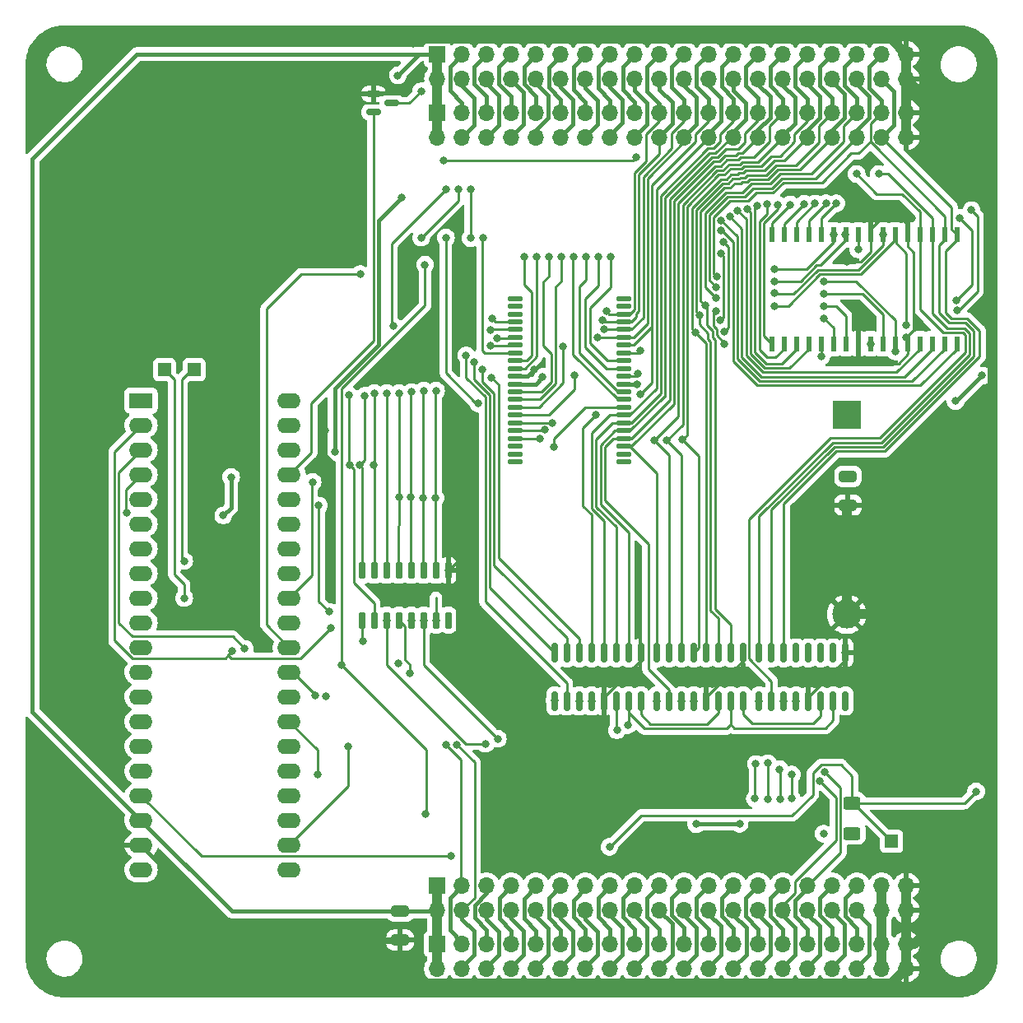
<source format=gbr>
%TF.GenerationSoftware,KiCad,Pcbnew,7.0.5-7.0.5~ubuntu20.04.1*%
%TF.CreationDate,2023-07-18T14:00:39+02:00*%
%TF.ProjectId,RAMROM_512k_board,52414d52-4f4d-45f3-9531-326b5f626f61,rev?*%
%TF.SameCoordinates,Original*%
%TF.FileFunction,Copper,L2,Bot*%
%TF.FilePolarity,Positive*%
%FSLAX46Y46*%
G04 Gerber Fmt 4.6, Leading zero omitted, Abs format (unit mm)*
G04 Created by KiCad (PCBNEW 7.0.5-7.0.5~ubuntu20.04.1) date 2023-07-18 14:00:39*
%MOMM*%
%LPD*%
G01*
G04 APERTURE LIST*
G04 Aperture macros list*
%AMRoundRect*
0 Rectangle with rounded corners*
0 $1 Rounding radius*
0 $2 $3 $4 $5 $6 $7 $8 $9 X,Y pos of 4 corners*
0 Add a 4 corners polygon primitive as box body*
4,1,4,$2,$3,$4,$5,$6,$7,$8,$9,$2,$3,0*
0 Add four circle primitives for the rounded corners*
1,1,$1+$1,$2,$3*
1,1,$1+$1,$4,$5*
1,1,$1+$1,$6,$7*
1,1,$1+$1,$8,$9*
0 Add four rect primitives between the rounded corners*
20,1,$1+$1,$2,$3,$4,$5,0*
20,1,$1+$1,$4,$5,$6,$7,0*
20,1,$1+$1,$6,$7,$8,$9,0*
20,1,$1+$1,$8,$9,$2,$3,0*%
G04 Aperture macros list end*
%TA.AperFunction,ComponentPad*%
%ADD10R,1.700000X1.700000*%
%TD*%
%TA.AperFunction,ComponentPad*%
%ADD11O,1.700000X1.700000*%
%TD*%
%TA.AperFunction,ComponentPad*%
%ADD12R,2.400000X1.600000*%
%TD*%
%TA.AperFunction,ComponentPad*%
%ADD13O,2.400000X1.600000*%
%TD*%
%TA.AperFunction,ComponentPad*%
%ADD14R,3.000000X3.000000*%
%TD*%
%TA.AperFunction,ComponentPad*%
%ADD15C,3.000000*%
%TD*%
%TA.AperFunction,ComponentPad*%
%ADD16R,1.350000X1.350000*%
%TD*%
%TA.AperFunction,SMDPad,CuDef*%
%ADD17RoundRect,0.250000X-0.650000X0.325000X-0.650000X-0.325000X0.650000X-0.325000X0.650000X0.325000X0*%
%TD*%
%TA.AperFunction,SMDPad,CuDef*%
%ADD18R,0.600000X1.600000*%
%TD*%
%TA.AperFunction,SMDPad,CuDef*%
%ADD19RoundRect,0.137500X0.625000X0.137500X-0.625000X0.137500X-0.625000X-0.137500X0.625000X-0.137500X0*%
%TD*%
%TA.AperFunction,SMDPad,CuDef*%
%ADD20RoundRect,0.150000X-0.150000X0.725000X-0.150000X-0.725000X0.150000X-0.725000X0.150000X0.725000X0*%
%TD*%
%TA.AperFunction,SMDPad,CuDef*%
%ADD21RoundRect,0.150000X-0.150000X0.825000X-0.150000X-0.825000X0.150000X-0.825000X0.150000X0.825000X0*%
%TD*%
%TA.AperFunction,SMDPad,CuDef*%
%ADD22RoundRect,0.150000X-0.587500X-0.150000X0.587500X-0.150000X0.587500X0.150000X-0.587500X0.150000X0*%
%TD*%
%TA.AperFunction,SMDPad,CuDef*%
%ADD23RoundRect,0.250000X0.625000X-0.400000X0.625000X0.400000X-0.625000X0.400000X-0.625000X-0.400000X0*%
%TD*%
%TA.AperFunction,ViaPad*%
%ADD24C,0.800000*%
%TD*%
%TA.AperFunction,Conductor*%
%ADD25C,0.400000*%
%TD*%
%TA.AperFunction,Conductor*%
%ADD26C,0.250000*%
%TD*%
%TA.AperFunction,Conductor*%
%ADD27C,1.000000*%
%TD*%
G04 APERTURE END LIST*
D10*
%TO.P,J1,1,Pin_1*%
%TO.N,+5V*%
X139700000Y-48303005D03*
D11*
%TO.P,J1,2,Pin_2*%
X139700000Y-50843005D03*
%TO.P,J1,3,Pin_3*%
%TO.N,/PHI1_e*%
X142240000Y-48303005D03*
%TO.P,J1,4,Pin_4*%
%TO.N,/PHI2_e*%
X142240000Y-50843005D03*
%TO.P,J1,5,Pin_5*%
%TO.N,/~{IORD}*%
X144780000Y-48303005D03*
%TO.P,J1,6,Pin_6*%
%TO.N,/R{slash}~{W}_e*%
X144780000Y-50843005D03*
%TO.P,J1,7,Pin_7*%
%TO.N,/~{MRD}*%
X147320000Y-48303005D03*
%TO.P,J1,8,Pin_8*%
%TO.N,/~{MWR}*%
X147320000Y-50843005D03*
%TO.P,J1,9,Pin_9*%
%TO.N,/~{IOWR}*%
X149860000Y-48303005D03*
%TO.P,J1,10,Pin_10*%
%TO.N,/D0*%
X149860000Y-50843005D03*
%TO.P,J1,11,Pin_11*%
%TO.N,/D1*%
X152400000Y-48303005D03*
%TO.P,J1,12,Pin_12*%
%TO.N,/D2*%
X152400000Y-50843005D03*
%TO.P,J1,13,Pin_13*%
%TO.N,/D3*%
X154940000Y-48303005D03*
%TO.P,J1,14,Pin_14*%
%TO.N,/D4*%
X154940000Y-50843005D03*
%TO.P,J1,15,Pin_15*%
%TO.N,/D5*%
X157480000Y-48303005D03*
%TO.P,J1,16,Pin_16*%
%TO.N,/D6*%
X157480000Y-50843005D03*
%TO.P,J1,17,Pin_17*%
%TO.N,/D7*%
X160020000Y-48303005D03*
%TO.P,J1,18,Pin_18*%
%TO.N,/~{RST}*%
X160020000Y-50843005D03*
%TO.P,J1,19,Pin_19*%
%TO.N,/A0*%
X162560000Y-48303005D03*
%TO.P,J1,20,Pin_20*%
%TO.N,/A1*%
X162560000Y-50843005D03*
%TO.P,J1,21,Pin_21*%
%TO.N,/A2*%
X165100000Y-48303005D03*
%TO.P,J1,22,Pin_22*%
%TO.N,/A3*%
X165100000Y-50843005D03*
%TO.P,J1,23,Pin_23*%
%TO.N,/A4*%
X167640000Y-48303005D03*
%TO.P,J1,24,Pin_24*%
%TO.N,/A5*%
X167640000Y-50843005D03*
%TO.P,J1,25,Pin_25*%
%TO.N,/A6*%
X170180000Y-48303005D03*
%TO.P,J1,26,Pin_26*%
%TO.N,/A7*%
X170180000Y-50843005D03*
%TO.P,J1,27,Pin_27*%
%TO.N,/A8*%
X172720000Y-48303005D03*
%TO.P,J1,28,Pin_28*%
%TO.N,/A9*%
X172720000Y-50843005D03*
%TO.P,J1,29,Pin_29*%
%TO.N,/A10*%
X175260000Y-48303005D03*
%TO.P,J1,30,Pin_30*%
%TO.N,/A11*%
X175260000Y-50843005D03*
%TO.P,J1,31,Pin_31*%
%TO.N,/A12*%
X177800000Y-48303005D03*
%TO.P,J1,32,Pin_32*%
%TO.N,/A13*%
X177800000Y-50843005D03*
%TO.P,J1,33,Pin_33*%
%TO.N,/A14*%
X180340000Y-48303005D03*
%TO.P,J1,34,Pin_34*%
%TO.N,/A15*%
X180340000Y-50843005D03*
%TO.P,J1,35,Pin_35*%
%TO.N,/A16*%
X182880000Y-48303005D03*
%TO.P,J1,36,Pin_36*%
%TO.N,/A17*%
X182880000Y-50843005D03*
%TO.P,J1,37,Pin_37*%
%TO.N,/A18*%
X185420000Y-48303005D03*
%TO.P,J1,38,Pin_38*%
%TO.N,/A19*%
X185420000Y-50843005D03*
%TO.P,J1,39,Pin_39*%
%TO.N,GND*%
X187960000Y-48303005D03*
%TO.P,J1,40,Pin_40*%
X187960000Y-50843005D03*
%TD*%
D12*
%TO.P,J6,1,Pin_1*%
%TO.N,/~{PLD}*%
X109220000Y-83947000D03*
D13*
%TO.P,J6,2,Pin_2*%
%TO.N,/~{CNTOE}*%
X109220000Y-86487000D03*
%TO.P,J6,3,Pin_3*%
%TO.N,/CPR*%
X109220000Y-89027000D03*
%TO.P,J6,4,Pin_4*%
%TO.N,/~{MRC}*%
X109220000Y-91567000D03*
%TO.P,J6,5,Pin_5*%
%TO.N,/CNT*%
X109220000Y-94107000D03*
%TO.P,J6,6,Pin_6*%
%TO.N,/uA9*%
X109220000Y-96647000D03*
%TO.P,J6,7,Pin_7*%
%TO.N,/uA10*%
X109220000Y-99187000D03*
%TO.P,J6,8,Pin_8*%
%TO.N,/uA11*%
X109220000Y-101727000D03*
%TO.P,J6,9,Pin_9*%
%TO.N,/~{uMWR}*%
X109220000Y-104267000D03*
%TO.P,J6,10,Pin_10*%
%TO.N,/~{uMRD}*%
X109220000Y-106807000D03*
%TO.P,J6,11,Pin_11*%
%TO.N,/B3*%
X109220000Y-109347000D03*
%TO.P,J6,12,Pin_12*%
%TO.N,/B4*%
X109220000Y-111887000D03*
%TO.P,J6,13,Pin_13*%
%TO.N,/B5*%
X109220000Y-114427000D03*
%TO.P,J6,14,Pin_14*%
%TO.N,/B6*%
X109220000Y-116967000D03*
%TO.P,J6,15,Pin_15*%
%TO.N,/B7*%
X109220000Y-119507000D03*
%TO.P,J6,16,Pin_16*%
%TO.N,/B8*%
X109220000Y-122047000D03*
%TO.P,J6,17,Pin_17*%
%TO.N,/~{BUSFREE}*%
X109220000Y-124587000D03*
%TO.P,J6,18,Pin_18*%
%TO.N,+5V*%
X109220000Y-127127000D03*
%TO.P,J6,19,Pin_19*%
%TO.N,GND*%
X109220000Y-129667000D03*
%TO.P,J6,20,Pin_20*%
%TO.N,unconnected-(J6-Pin_20-Pad20)*%
X109220000Y-132207000D03*
%TO.P,J6,21,Pin_21*%
%TO.N,/VB*%
X124460000Y-132207000D03*
%TO.P,J6,22,Pin_22*%
%TO.N,/SEL0*%
X124460000Y-129667000D03*
%TO.P,J6,23,Pin_23*%
%TO.N,/SEL1*%
X124460000Y-127127000D03*
%TO.P,J6,24,Pin_24*%
%TO.N,/SEL2*%
X124460000Y-124587000D03*
%TO.P,J6,25,Pin_25*%
%TO.N,/~{STMRST}*%
X124460000Y-122047000D03*
%TO.P,J6,26,Pin_26*%
%TO.N,/OFF{slash}ON*%
X124460000Y-119507000D03*
%TO.P,J6,27,Pin_27*%
%TO.N,/SEL4*%
X124460000Y-116967000D03*
%TO.P,J6,28,Pin_28*%
%TO.N,/RX2*%
X124460000Y-114427000D03*
%TO.P,J6,29,Pin_29*%
%TO.N,/TX2*%
X124460000Y-111887000D03*
%TO.P,J6,30,Pin_30*%
%TO.N,/~{DATOE}*%
X124460000Y-109347000D03*
%TO.P,J6,31,Pin_31*%
%TO.N,/uSCK*%
X124460000Y-106807000D03*
%TO.P,J6,32,Pin_32*%
%TO.N,/UMISO*%
X124460000Y-104267000D03*
%TO.P,J6,33,Pin_33*%
%TO.N,/uMOSI*%
X124460000Y-101727000D03*
%TO.P,J6,34,Pin_34*%
%TO.N,/B0*%
X124460000Y-99187000D03*
%TO.P,J6,35,Pin_35*%
%TO.N,/B1*%
X124460000Y-96647000D03*
%TO.P,J6,36,Pin_36*%
%TO.N,/B2*%
X124460000Y-94107000D03*
%TO.P,J6,37,Pin_37*%
%TO.N,/B10*%
X124460000Y-91567000D03*
%TO.P,J6,38,Pin_38*%
%TO.N,unconnected-(J6-Pin_38-Pad38)*%
X124460000Y-89027000D03*
%TO.P,J6,39,Pin_39*%
%TO.N,unconnected-(J6-Pin_39-Pad39)*%
X124460000Y-86487000D03*
%TO.P,J6,40,Pin_40*%
%TO.N,unconnected-(J6-Pin_40-Pad40)*%
X124460000Y-83947000D03*
%TD*%
D14*
%TO.P,BT1,1,+*%
%TO.N,Net-(BT1-+)*%
X181813201Y-85438399D03*
D15*
%TO.P,BT1,2,-*%
%TO.N,GND*%
X181813201Y-105928399D03*
%TD*%
D16*
%TO.P,J7,1,Pin_1*%
%TO.N,Net-(J7-Pin_1)*%
X114681000Y-80772000D03*
%TD*%
D10*
%TO.P,J4,1,Pin_1*%
%TO.N,+5V*%
X139700000Y-133849005D03*
D11*
%TO.P,J4,2,Pin_2*%
X139700000Y-136389005D03*
%TO.P,J4,3,Pin_3*%
%TO.N,/RX2*%
X142240000Y-133849005D03*
%TO.P,J4,4,Pin_4*%
%TO.N,/TX2*%
X142240000Y-136389005D03*
%TO.P,J4,5,Pin_5*%
%TO.N,/RX3*%
X144780000Y-133849005D03*
%TO.P,J4,6,Pin_6*%
%TO.N,/TX3*%
X144780000Y-136389005D03*
%TO.P,J4,7,Pin_7*%
%TO.N,/RES0*%
X147320000Y-133849005D03*
%TO.P,J4,8,Pin_8*%
%TO.N,/TX1*%
X147320000Y-136389005D03*
%TO.P,J4,9,Pin_9*%
%TO.N,/RES1*%
X149860000Y-133849005D03*
%TO.P,J4,10,Pin_10*%
%TO.N,/RX1*%
X149860000Y-136389005D03*
%TO.P,J4,11,Pin_11*%
%TO.N,/PH0*%
X152400000Y-133849005D03*
%TO.P,J4,12,Pin_12*%
%TO.N,/~{PH0}*%
X152400000Y-136389005D03*
%TO.P,J4,13,Pin_13*%
%TO.N,/CLKS*%
X154940000Y-133849005D03*
%TO.P,J4,14,Pin_14*%
%TO.N,/CLKF*%
X154940000Y-136389005D03*
%TO.P,J4,15,Pin_15*%
%TO.N,/~{BUSFREE}*%
X157480000Y-133849005D03*
%TO.P,J4,16,Pin_16*%
%TO.N,/~{RAMWE13}*%
X157480000Y-136389005D03*
%TO.P,J4,17,Pin_17*%
%TO.N,/~{RAMWE12}*%
X160020000Y-133849005D03*
%TO.P,J4,18,Pin_18*%
%TO.N,/~{RAMWE11}*%
X160020000Y-136389005D03*
%TO.P,J4,19,Pin_19*%
%TO.N,/~{RAMWE10}*%
X162560000Y-133849005D03*
%TO.P,J4,20,Pin_20*%
%TO.N,/~{RAMWE9}*%
X162560000Y-136389005D03*
%TO.P,J4,21,Pin_21*%
%TO.N,/~{RAMWE8}*%
X165100000Y-133849005D03*
%TO.P,J4,22,Pin_22*%
%TO.N,/~{RAMWE7}*%
X165100000Y-136389005D03*
%TO.P,J4,23,Pin_23*%
%TO.N,/~{RAMWE6}*%
X167640000Y-133849005D03*
%TO.P,J4,24,Pin_24*%
%TO.N,/~{RAMWE5}*%
X167640000Y-136389005D03*
%TO.P,J4,25,Pin_25*%
%TO.N,/~{RAMWE4}*%
X170180000Y-133849005D03*
%TO.P,J4,26,Pin_26*%
%TO.N,/~{RAMWE3}*%
X170180000Y-136389005D03*
%TO.P,J4,27,Pin_27*%
%TO.N,/~{RAMWE2}*%
X172720000Y-133849005D03*
%TO.P,J4,28,Pin_28*%
%TO.N,/~{RAMWE1}*%
X172720000Y-136389005D03*
%TO.P,J4,29,Pin_29*%
%TO.N,/~{RAMWE0}*%
X175260000Y-133849005D03*
%TO.P,J4,30,Pin_30*%
%TO.N,/MOSI*%
X175260000Y-136389005D03*
%TO.P,J4,31,Pin_31*%
%TO.N,/SCK*%
X177800000Y-133849005D03*
%TO.P,J4,32,Pin_32*%
%TO.N,/Bus/TDRTN*%
X177800000Y-136389005D03*
%TO.P,J4,33,Pin_33*%
%TO.N,/TMS*%
X180340000Y-133849005D03*
%TO.P,J4,34,Pin_34*%
%TO.N,/TDO*%
X180340000Y-136389005D03*
%TO.P,J4,35,Pin_35*%
%TO.N,/TCK*%
X182880000Y-133849005D03*
%TO.P,J4,36,Pin_36*%
%TO.N,/TDI*%
X182880000Y-136389005D03*
%TO.P,J4,37,Pin_37*%
%TO.N,+3V3*%
X185420000Y-133849005D03*
%TO.P,J4,38,Pin_38*%
X185420000Y-136389005D03*
%TO.P,J4,39,Pin_39*%
%TO.N,GND*%
X187960000Y-133849005D03*
%TO.P,J4,40,Pin_40*%
X187960000Y-136389005D03*
%TD*%
D10*
%TO.P,J2,1,Pin_1*%
%TO.N,+5V*%
X139700000Y-139849005D03*
D11*
%TO.P,J2,2,Pin_2*%
X139700000Y-142389005D03*
%TO.P,J2,3,Pin_3*%
%TO.N,/RX2*%
X142240000Y-139849005D03*
%TO.P,J2,4,Pin_4*%
%TO.N,/TX2*%
X142240000Y-142389005D03*
%TO.P,J2,5,Pin_5*%
%TO.N,/RX3*%
X144780000Y-139849005D03*
%TO.P,J2,6,Pin_6*%
%TO.N,/TX3*%
X144780000Y-142389005D03*
%TO.P,J2,7,Pin_7*%
%TO.N,/RES0*%
X147320000Y-139849005D03*
%TO.P,J2,8,Pin_8*%
%TO.N,/TX1*%
X147320000Y-142389005D03*
%TO.P,J2,9,Pin_9*%
%TO.N,/RES1*%
X149860000Y-139849005D03*
%TO.P,J2,10,Pin_10*%
%TO.N,/RX1*%
X149860000Y-142389005D03*
%TO.P,J2,11,Pin_11*%
%TO.N,/PH0*%
X152400000Y-139849005D03*
%TO.P,J2,12,Pin_12*%
%TO.N,/~{PH0}*%
X152400000Y-142389005D03*
%TO.P,J2,13,Pin_13*%
%TO.N,/CLKS*%
X154940000Y-139849005D03*
%TO.P,J2,14,Pin_14*%
%TO.N,/CLKF*%
X154940000Y-142389005D03*
%TO.P,J2,15,Pin_15*%
%TO.N,/~{BUSFREE}*%
X157480000Y-139849005D03*
%TO.P,J2,16,Pin_16*%
%TO.N,/~{RAMWE13}*%
X157480000Y-142389005D03*
%TO.P,J2,17,Pin_17*%
%TO.N,/~{RAMWE12}*%
X160020000Y-139849005D03*
%TO.P,J2,18,Pin_18*%
%TO.N,/~{RAMWE11}*%
X160020000Y-142389005D03*
%TO.P,J2,19,Pin_19*%
%TO.N,/~{RAMWE10}*%
X162560000Y-139849005D03*
%TO.P,J2,20,Pin_20*%
%TO.N,/~{RAMWE9}*%
X162560000Y-142389005D03*
%TO.P,J2,21,Pin_21*%
%TO.N,/~{RAMWE8}*%
X165100000Y-139849005D03*
%TO.P,J2,22,Pin_22*%
%TO.N,/~{RAMWE7}*%
X165100000Y-142389005D03*
%TO.P,J2,23,Pin_23*%
%TO.N,/~{RAMWE6}*%
X167640000Y-139849005D03*
%TO.P,J2,24,Pin_24*%
%TO.N,/~{RAMWE5}*%
X167640000Y-142389005D03*
%TO.P,J2,25,Pin_25*%
%TO.N,/~{RAMWE4}*%
X170180000Y-139849005D03*
%TO.P,J2,26,Pin_26*%
%TO.N,/~{RAMWE3}*%
X170180000Y-142389005D03*
%TO.P,J2,27,Pin_27*%
%TO.N,/~{RAMWE2}*%
X172720000Y-139849005D03*
%TO.P,J2,28,Pin_28*%
%TO.N,/~{RAMWE1}*%
X172720000Y-142389005D03*
%TO.P,J2,29,Pin_29*%
%TO.N,/~{RAMWE0}*%
X175260000Y-139849005D03*
%TO.P,J2,30,Pin_30*%
%TO.N,/MOSI*%
X175260000Y-142389005D03*
%TO.P,J2,31,Pin_31*%
%TO.N,/SCK*%
X177800000Y-139849005D03*
%TO.P,J2,32,Pin_32*%
%TO.N,/Bus/TDRTN*%
X177800000Y-142389005D03*
%TO.P,J2,33,Pin_33*%
%TO.N,/TMS*%
X180340000Y-139849005D03*
%TO.P,J2,34,Pin_34*%
%TO.N,/TDO*%
X180340000Y-142389005D03*
%TO.P,J2,35,Pin_35*%
%TO.N,/TCK*%
X182880000Y-139849005D03*
%TO.P,J2,36,Pin_36*%
%TO.N,/TDI*%
X182880000Y-142389005D03*
%TO.P,J2,37,Pin_37*%
%TO.N,+3V3*%
X185420000Y-139849005D03*
%TO.P,J2,38,Pin_38*%
X185420000Y-142389005D03*
%TO.P,J2,39,Pin_39*%
%TO.N,GND*%
X187960000Y-139849005D03*
%TO.P,J2,40,Pin_40*%
X187960000Y-142389005D03*
%TD*%
D16*
%TO.P,J9,1,Pin_1*%
%TO.N,Net-(J9-Pin_1)*%
X111633000Y-80772000D03*
%TD*%
D10*
%TO.P,J3,1,Pin_1*%
%TO.N,+5V*%
X139700000Y-54303005D03*
D11*
%TO.P,J3,2,Pin_2*%
X139700000Y-56843005D03*
%TO.P,J3,3,Pin_3*%
%TO.N,/PHI1_e*%
X142240000Y-54303005D03*
%TO.P,J3,4,Pin_4*%
%TO.N,/PHI2_e*%
X142240000Y-56843005D03*
%TO.P,J3,5,Pin_5*%
%TO.N,/~{IORD}*%
X144780000Y-54303005D03*
%TO.P,J3,6,Pin_6*%
%TO.N,/R{slash}~{W}_e*%
X144780000Y-56843005D03*
%TO.P,J3,7,Pin_7*%
%TO.N,/~{MRD}*%
X147320000Y-54303005D03*
%TO.P,J3,8,Pin_8*%
%TO.N,/~{MWR}*%
X147320000Y-56843005D03*
%TO.P,J3,9,Pin_9*%
%TO.N,/~{IOWR}*%
X149860000Y-54303005D03*
%TO.P,J3,10,Pin_10*%
%TO.N,/D0*%
X149860000Y-56843005D03*
%TO.P,J3,11,Pin_11*%
%TO.N,/D1*%
X152400000Y-54303005D03*
%TO.P,J3,12,Pin_12*%
%TO.N,/D2*%
X152400000Y-56843005D03*
%TO.P,J3,13,Pin_13*%
%TO.N,/D3*%
X154940000Y-54303005D03*
%TO.P,J3,14,Pin_14*%
%TO.N,/D4*%
X154940000Y-56843005D03*
%TO.P,J3,15,Pin_15*%
%TO.N,/D5*%
X157480000Y-54303005D03*
%TO.P,J3,16,Pin_16*%
%TO.N,/D6*%
X157480000Y-56843005D03*
%TO.P,J3,17,Pin_17*%
%TO.N,/D7*%
X160020000Y-54303005D03*
%TO.P,J3,18,Pin_18*%
%TO.N,/~{RST}*%
X160020000Y-56843005D03*
%TO.P,J3,19,Pin_19*%
%TO.N,/A0*%
X162560000Y-54303005D03*
%TO.P,J3,20,Pin_20*%
%TO.N,/A1*%
X162560000Y-56843005D03*
%TO.P,J3,21,Pin_21*%
%TO.N,/A2*%
X165100000Y-54303005D03*
%TO.P,J3,22,Pin_22*%
%TO.N,/A3*%
X165100000Y-56843005D03*
%TO.P,J3,23,Pin_23*%
%TO.N,/A4*%
X167640000Y-54303005D03*
%TO.P,J3,24,Pin_24*%
%TO.N,/A5*%
X167640000Y-56843005D03*
%TO.P,J3,25,Pin_25*%
%TO.N,/A6*%
X170180000Y-54303005D03*
%TO.P,J3,26,Pin_26*%
%TO.N,/A7*%
X170180000Y-56843005D03*
%TO.P,J3,27,Pin_27*%
%TO.N,/A8*%
X172720000Y-54303005D03*
%TO.P,J3,28,Pin_28*%
%TO.N,/A9*%
X172720000Y-56843005D03*
%TO.P,J3,29,Pin_29*%
%TO.N,/A10*%
X175260000Y-54303005D03*
%TO.P,J3,30,Pin_30*%
%TO.N,/A11*%
X175260000Y-56843005D03*
%TO.P,J3,31,Pin_31*%
%TO.N,/A12*%
X177800000Y-54303005D03*
%TO.P,J3,32,Pin_32*%
%TO.N,/A13*%
X177800000Y-56843005D03*
%TO.P,J3,33,Pin_33*%
%TO.N,/A14*%
X180340000Y-54303005D03*
%TO.P,J3,34,Pin_34*%
%TO.N,/A15*%
X180340000Y-56843005D03*
%TO.P,J3,35,Pin_35*%
%TO.N,/A16*%
X182880000Y-54303005D03*
%TO.P,J3,36,Pin_36*%
%TO.N,/A17*%
X182880000Y-56843005D03*
%TO.P,J3,37,Pin_37*%
%TO.N,/A18*%
X185420000Y-54303005D03*
%TO.P,J3,38,Pin_38*%
%TO.N,/A19*%
X185420000Y-56843005D03*
%TO.P,J3,39,Pin_39*%
%TO.N,GND*%
X187960000Y-54303005D03*
%TO.P,J3,40,Pin_40*%
X187960000Y-56843005D03*
%TD*%
D16*
%TO.P,J8,1,Pin_1*%
%TO.N,/~{RAMWE14}*%
X186436000Y-129286000D03*
%TD*%
D17*
%TO.P,C2,1*%
%TO.N,+5V*%
X135864600Y-136499600D03*
%TO.P,C2,2*%
%TO.N,GND*%
X135864600Y-139449600D03*
%TD*%
D18*
%TO.P,U5,1,A0*%
%TO.N,/A3*%
X193163841Y-78093671D03*
%TO.P,U5,2,A1*%
%TO.N,/A4*%
X191893841Y-78093671D03*
%TO.P,U5,3,A2*%
%TO.N,/A5*%
X190623841Y-78093671D03*
%TO.P,U5,4,A3*%
%TO.N,/A6*%
X189353841Y-78093671D03*
%TO.P,U5,5,~{CE}*%
%TO.N,GND*%
X188083841Y-78093671D03*
%TO.P,U5,6,I/O0*%
%TO.N,Net-(U5-I{slash}O0)*%
X186813841Y-78093671D03*
%TO.P,U5,7,I/O1*%
%TO.N,Net-(U5-I{slash}O1)*%
X185543841Y-78093671D03*
%TO.P,U5,8,VDD*%
%TO.N,+3V3*%
X184263841Y-78093671D03*
%TO.P,U5,9,GND*%
%TO.N,GND*%
X183013841Y-78093671D03*
%TO.P,U5,10,I/O2*%
%TO.N,Net-(U5-I{slash}O2)*%
X181733841Y-78093671D03*
%TO.P,U5,11,I/O3*%
%TO.N,Net-(U5-I{slash}O3)*%
X180463841Y-78093671D03*
%TO.P,U5,12,~{WE}*%
%TO.N,/~{RAMWE14}*%
X179193841Y-78093671D03*
%TO.P,U5,13,A4*%
%TO.N,/A7*%
X177923841Y-78093671D03*
%TO.P,U5,14,A5*%
%TO.N,/A8*%
X176653841Y-78093671D03*
%TO.P,U5,15,A6*%
%TO.N,/A9*%
X175383841Y-78093671D03*
%TO.P,U5,16,A7*%
%TO.N,/A10*%
X174113841Y-78093671D03*
%TO.P,U5,17,A8*%
%TO.N,/A11*%
X174113841Y-66893671D03*
%TO.P,U5,18,A9*%
%TO.N,/A12*%
X175383841Y-66893671D03*
%TO.P,U5,19,A10*%
%TO.N,/A13*%
X176653841Y-66893671D03*
%TO.P,U5,20,A11*%
%TO.N,/A14*%
X177923841Y-66893671D03*
%TO.P,U5,21,A12*%
%TO.N,/A15*%
X179193841Y-66893671D03*
%TO.P,U5,22,I/O4*%
%TO.N,Net-(U5-I{slash}O4)*%
X180463841Y-66893671D03*
%TO.P,U5,23,I/O5*%
%TO.N,Net-(U5-I{slash}O5)*%
X181733841Y-66893671D03*
%TO.P,U5,24,VDD*%
%TO.N,+3V3*%
X183013841Y-66893671D03*
%TO.P,U5,25,GND*%
%TO.N,GND*%
X184263841Y-66893671D03*
%TO.P,U5,26,I/O6*%
%TO.N,Net-(U5-I{slash}O6)*%
X185543841Y-66893671D03*
%TO.P,U5,27,I/O7*%
%TO.N,Net-(U5-I{slash}O7)*%
X186813841Y-66893671D03*
%TO.P,U5,28,~{OE}*%
%TO.N,GND*%
X188083841Y-66893671D03*
%TO.P,U5,29,A13*%
%TO.N,/A16*%
X189353841Y-66893671D03*
%TO.P,U5,30,A14*%
%TO.N,/A17*%
X190623841Y-66893671D03*
%TO.P,U5,31,A15*%
%TO.N,/A18*%
X191893841Y-66893671D03*
%TO.P,U5,32,A16*%
%TO.N,/A19*%
X193163841Y-66893671D03*
%TD*%
D17*
%TO.P,C9,1*%
%TO.N,+3V3*%
X181940200Y-91741200D03*
%TO.P,C9,2*%
%TO.N,GND*%
X181940200Y-94691200D03*
%TD*%
D19*
%TO.P,U4,1,NC*%
%TO.N,unconnected-(U4-NC-Pad1)*%
X158901900Y-73438800D03*
%TO.P,U4,2,NC*%
%TO.N,unconnected-(U4-NC-Pad2)*%
X158901900Y-74238800D03*
%TO.P,U4,3,A0*%
%TO.N,/A0*%
X158901900Y-75038800D03*
%TO.P,U4,4,A1*%
%TO.N,/A1*%
X158901900Y-75838800D03*
%TO.P,U4,5,A2*%
%TO.N,/A2*%
X158901900Y-76638800D03*
%TO.P,U4,6,A3*%
%TO.N,/A3*%
X158901900Y-77438800D03*
%TO.P,U4,7,A4*%
%TO.N,/A4*%
X158901900Y-78238800D03*
%TO.P,U4,8,~{CE}*%
%TO.N,/~{CSRAM}*%
X158901900Y-79038800D03*
%TO.P,U4,9,I/O0*%
%TO.N,/CD7*%
X158901900Y-79838800D03*
%TO.P,U4,10,I/O1*%
%TO.N,/CD6*%
X158901900Y-80638800D03*
%TO.P,U4,11,VDD*%
%TO.N,Net-(C4-Pad1)*%
X158901900Y-81438800D03*
%TO.P,U4,12,GND*%
%TO.N,GND*%
X158901900Y-82238800D03*
%TO.P,U4,13,I/O2*%
%TO.N,/CD5*%
X158901900Y-83038800D03*
%TO.P,U4,14,I/O3*%
%TO.N,/CD4*%
X158901900Y-83838800D03*
%TO.P,U4,15,~{WE}*%
%TO.N,Net-(U4-~{WE})*%
X158901900Y-84638800D03*
%TO.P,U4,16,A5*%
%TO.N,/A5*%
X158901900Y-85438800D03*
%TO.P,U4,17,A6*%
%TO.N,/A6*%
X158901900Y-86238800D03*
%TO.P,U4,18,A7*%
%TO.N,/A7*%
X158901900Y-87038800D03*
%TO.P,U4,19,A8*%
%TO.N,/A8*%
X158901900Y-87838800D03*
%TO.P,U4,20,A9*%
%TO.N,/A9*%
X158901900Y-88638800D03*
%TO.P,U4,21,NC*%
%TO.N,unconnected-(U4-NC-Pad21)*%
X158901900Y-89438800D03*
%TO.P,U4,22,NC*%
%TO.N,unconnected-(U4-NC-Pad22)*%
X158901900Y-90238800D03*
%TO.P,U4,23,NC*%
%TO.N,unconnected-(U4-NC-Pad23)*%
X147726900Y-90238800D03*
%TO.P,U4,24,NC*%
%TO.N,unconnected-(U4-NC-Pad24)*%
X147726900Y-89438800D03*
%TO.P,U4,25,NC*%
%TO.N,unconnected-(U4-NC-Pad25)*%
X147726900Y-88638800D03*
%TO.P,U4,26,A10*%
%TO.N,/A10*%
X147726900Y-87838800D03*
%TO.P,U4,27,A11*%
%TO.N,/A11*%
X147726900Y-87038800D03*
%TO.P,U4,28,A12*%
%TO.N,/A12*%
X147726900Y-86238800D03*
%TO.P,U4,29,A13*%
%TO.N,/A13*%
X147726900Y-85438800D03*
%TO.P,U4,30,A14*%
%TO.N,/A14*%
X147726900Y-84638800D03*
%TO.P,U4,31,I/O4*%
%TO.N,/CD3*%
X147726900Y-83838800D03*
%TO.P,U4,32,I/O5*%
%TO.N,/CD2*%
X147726900Y-83038800D03*
%TO.P,U4,33,VDD*%
%TO.N,Net-(C4-Pad1)*%
X147726900Y-82238800D03*
%TO.P,U4,34,GND*%
%TO.N,GND*%
X147726900Y-81438800D03*
%TO.P,U4,35,I/O6*%
%TO.N,/CD1*%
X147726900Y-80638800D03*
%TO.P,U4,36,I/O7*%
%TO.N,/CD0*%
X147726900Y-79838800D03*
%TO.P,U4,37,~{OE}*%
%TO.N,Net-(U4-~{OE})*%
X147726900Y-79038800D03*
%TO.P,U4,38,A15*%
%TO.N,/A15*%
X147726900Y-78238800D03*
%TO.P,U4,39,A16*%
%TO.N,/A16*%
X147726900Y-77438800D03*
%TO.P,U4,40,A17*%
%TO.N,/A17*%
X147726900Y-76638800D03*
%TO.P,U4,41,A18*%
%TO.N,/A18*%
X147726900Y-75838800D03*
%TO.P,U4,42,NC*%
%TO.N,unconnected-(U4-NC-Pad42)*%
X147726900Y-75038800D03*
%TO.P,U4,43,NC*%
%TO.N,unconnected-(U4-NC-Pad43)*%
X147726900Y-74238800D03*
%TO.P,U4,44,NC*%
%TO.N,unconnected-(U4-NC-Pad44)*%
X147726900Y-73438800D03*
%TD*%
D20*
%TO.P,U10,1,QB*%
%TO.N,/CD1*%
X131953000Y-101403000D03*
%TO.P,U10,2,QC*%
%TO.N,/CD2*%
X133223000Y-101403000D03*
%TO.P,U10,3,QD*%
%TO.N,/CD3*%
X134493000Y-101403000D03*
%TO.P,U10,4,QE*%
%TO.N,/CD4*%
X135763000Y-101403000D03*
%TO.P,U10,5,QF*%
%TO.N,/CD5*%
X137033000Y-101403000D03*
%TO.P,U10,6,QG*%
%TO.N,/CD6*%
X138303000Y-101403000D03*
%TO.P,U10,7,QH*%
%TO.N,/CD7*%
X139573000Y-101403000D03*
%TO.P,U10,8,GND*%
%TO.N,GND*%
X140843000Y-101403000D03*
%TO.P,U10,9,QH'*%
%TO.N,unconnected-(U10-QH'-Pad9)*%
X140843000Y-106553000D03*
%TO.P,U10,10,~{SRCLR}*%
%TO.N,+3V3*%
X139573000Y-106553000D03*
%TO.P,U10,11,SRCLK*%
%TO.N,/SCK*%
X138303000Y-106553000D03*
%TO.P,U10,12,RCLK*%
%TO.N,Net-(U10-RCLK)*%
X137033000Y-106553000D03*
%TO.P,U10,13,~{OE}*%
%TO.N,/~{RAMWE15}*%
X135763000Y-106553000D03*
%TO.P,U10,14,SER*%
%TO.N,/MOSI*%
X134493000Y-106553000D03*
%TO.P,U10,15,QA*%
%TO.N,/CD0*%
X133223000Y-106553000D03*
%TO.P,U10,16,VCC*%
%TO.N,+3V3*%
X131953000Y-106553000D03*
%TD*%
D21*
%TO.P,U18,1,Q1*%
%TO.N,/A1*%
X151751925Y-109901475D03*
%TO.P,U18,2,Q2*%
%TO.N,/A2*%
X153021925Y-109901475D03*
%TO.P,U18,3,Q3*%
%TO.N,/A3*%
X154291925Y-109901475D03*
%TO.P,U18,4,Q4*%
%TO.N,/A4*%
X155561925Y-109901475D03*
%TO.P,U18,5,Q5*%
%TO.N,/A5*%
X156831925Y-109901475D03*
%TO.P,U18,6,Q6*%
%TO.N,/A6*%
X158101925Y-109901475D03*
%TO.P,U18,7,Q7*%
%TO.N,/A7*%
X159371925Y-109901475D03*
%TO.P,U18,8,GND*%
%TO.N,GND*%
X160641925Y-109901475D03*
%TO.P,U18,9,~{RCO}*%
%TO.N,Net-(U18-~{RCO})*%
X160641925Y-114851475D03*
%TO.P,U18,10,~{MRC}*%
%TO.N,/~{MRC}*%
X159371925Y-114851475D03*
%TO.P,U18,11,CPC*%
%TO.N,/CNT*%
X158101925Y-114851475D03*
%TO.P,U18,12,~{CE}*%
%TO.N,GND*%
X156831925Y-114851475D03*
%TO.P,U18,13,CPR*%
%TO.N,/CPR*%
X155561925Y-114851475D03*
%TO.P,U18,14,~{OE}*%
%TO.N,/~{CNTOE}*%
X154291925Y-114851475D03*
%TO.P,U18,15,Q0*%
%TO.N,/A0*%
X153021925Y-114851475D03*
%TO.P,U18,16,VCC*%
%TO.N,+3V3*%
X151751925Y-114851475D03*
%TD*%
D22*
%TO.P,Q1,1,G*%
%TO.N,/B10*%
X133126000Y-54290000D03*
%TO.P,Q1,2,S*%
%TO.N,GND*%
X133126000Y-52390000D03*
%TO.P,Q1,3,D*%
%TO.N,/~{RST}*%
X135001000Y-53340000D03*
%TD*%
D21*
%TO.P,U19,1,Q1*%
%TO.N,/A9*%
X162267525Y-109901475D03*
%TO.P,U19,2,Q2*%
%TO.N,/A10*%
X163537525Y-109901475D03*
%TO.P,U19,3,Q3*%
%TO.N,/A11*%
X164807525Y-109901475D03*
%TO.P,U19,4,Q4*%
%TO.N,/A12*%
X166077525Y-109901475D03*
%TO.P,U19,5,Q5*%
%TO.N,/A13*%
X167347525Y-109901475D03*
%TO.P,U19,6,Q6*%
%TO.N,/A14*%
X168617525Y-109901475D03*
%TO.P,U19,7,Q7*%
%TO.N,/A15*%
X169887525Y-109901475D03*
%TO.P,U19,8,GND*%
%TO.N,GND*%
X171157525Y-109901475D03*
%TO.P,U19,9,~{RCO}*%
%TO.N,Net-(U19-~{RCO})*%
X171157525Y-114851475D03*
%TO.P,U19,10,~{MRC}*%
%TO.N,/~{MRC}*%
X169887525Y-114851475D03*
%TO.P,U19,11,CPC*%
%TO.N,Net-(U18-~{RCO})*%
X168617525Y-114851475D03*
%TO.P,U19,12,~{CE}*%
%TO.N,GND*%
X167347525Y-114851475D03*
%TO.P,U19,13,CPR*%
%TO.N,/CPR*%
X166077525Y-114851475D03*
%TO.P,U19,14,~{OE}*%
%TO.N,/~{CNTOE}*%
X164807525Y-114851475D03*
%TO.P,U19,15,Q0*%
%TO.N,/A8*%
X163537525Y-114851475D03*
%TO.P,U19,16,VCC*%
%TO.N,+3V3*%
X162267525Y-114851475D03*
%TD*%
%TO.P,U20,1,Q1*%
%TO.N,/A17*%
X172808525Y-109890275D03*
%TO.P,U20,2,Q2*%
%TO.N,/A18*%
X174078525Y-109890275D03*
%TO.P,U20,3,Q3*%
%TO.N,/A19*%
X175348525Y-109890275D03*
%TO.P,U20,4,Q4*%
%TO.N,unconnected-(U20-Q4-Pad4)*%
X176618525Y-109890275D03*
%TO.P,U20,5,Q5*%
%TO.N,unconnected-(U20-Q5-Pad5)*%
X177888525Y-109890275D03*
%TO.P,U20,6,Q6*%
%TO.N,unconnected-(U20-Q6-Pad6)*%
X179158525Y-109890275D03*
%TO.P,U20,7,Q7*%
%TO.N,unconnected-(U20-Q7-Pad7)*%
X180428525Y-109890275D03*
%TO.P,U20,8,GND*%
%TO.N,GND*%
X181698525Y-109890275D03*
%TO.P,U20,9,~{RCO}*%
%TO.N,unconnected-(U20-~{RCO}-Pad9)*%
X181698525Y-114840275D03*
%TO.P,U20,10,~{MRC}*%
%TO.N,/~{MRC}*%
X180428525Y-114840275D03*
%TO.P,U20,11,CPC*%
%TO.N,Net-(U19-~{RCO})*%
X179158525Y-114840275D03*
%TO.P,U20,12,~{CE}*%
%TO.N,GND*%
X177888525Y-114840275D03*
%TO.P,U20,13,CPR*%
%TO.N,/CPR*%
X176618525Y-114840275D03*
%TO.P,U20,14,~{OE}*%
%TO.N,/~{CNTOE}*%
X175348525Y-114840275D03*
%TO.P,U20,15,Q0*%
%TO.N,/A16*%
X174078525Y-114840275D03*
%TO.P,U20,16,VCC*%
%TO.N,+3V3*%
X172808525Y-114840275D03*
%TD*%
D23*
%TO.P,R1,1*%
%TO.N,+3V3*%
X182372000Y-128473800D03*
%TO.P,R1,2*%
%TO.N,/~{RAMWE14}*%
X182372000Y-125373800D03*
%TD*%
D24*
%TO.N,/~{RST}*%
X138049000Y-52120800D03*
%TO.N,GND*%
X188541041Y-65161200D03*
X135864600Y-139449600D03*
X181810041Y-69623471D03*
X149631400Y-80746600D03*
X182887475Y-75415766D03*
X168560000Y-124900400D03*
X128143000Y-86995000D03*
X140843000Y-101402978D03*
X137250337Y-47231200D03*
X170022249Y-111799999D03*
X161219400Y-124937000D03*
X157409400Y-124900400D03*
X142049500Y-93867362D03*
X159506650Y-111800000D03*
X181698525Y-109890275D03*
X187947241Y-77421293D03*
X133096000Y-49911000D03*
X128651000Y-96139000D03*
X160274000Y-82270600D03*
%TO.N,+5V*%
X135636000Y-50497000D03*
%TO.N,/A15*%
X145186400Y-78282796D03*
X180746400Y-63652400D03*
X167259000Y-74168000D03*
%TO.N,/A14*%
X166649400Y-75133200D03*
X179679600Y-63652400D03*
X152654000Y-78384400D03*
%TO.N,/A13*%
X153838295Y-81351932D03*
X166243000Y-76962000D03*
X178543874Y-63685070D03*
%TO.N,/A12*%
X151511536Y-86222000D03*
X164896800Y-87985600D03*
X177434350Y-63702456D03*
%TO.N,/A11*%
X176022000Y-63779400D03*
X163322000Y-88061800D03*
X150799800Y-86969600D03*
%TO.N,/A10*%
X150241000Y-87833200D03*
X162052000Y-88036400D03*
X174752000Y-63830200D03*
%TO.N,/A9*%
X173604347Y-63749347D03*
%TO.N,/A8*%
X172613747Y-63901747D03*
%TO.N,/A7*%
X171562266Y-64214723D03*
%TO.N,/A6*%
X170564555Y-64375434D03*
%TO.N,/A5*%
X169813151Y-65035280D03*
%TO.N,/A4*%
X156032200Y-85420200D03*
X168886845Y-65412060D03*
X160578800Y-83286600D03*
%TO.N,/A3*%
X168894929Y-66416160D03*
X156184600Y-77444600D03*
X145288000Y-81559400D03*
%TO.N,/A2*%
X169189400Y-76835000D03*
X144348200Y-80772000D03*
X169129252Y-67637423D03*
X156881351Y-76630418D03*
%TO.N,/A1*%
X168801400Y-75670385D03*
X156659614Y-75655310D03*
X168873800Y-68780218D03*
X143510000Y-80010000D03*
%TO.N,/A0*%
X142671800Y-79298800D03*
X157068753Y-74742835D03*
%TO.N,+3V3*%
X118491000Y-91821000D03*
X182371992Y-128473800D03*
X132080000Y-108712000D03*
X181940200Y-91741200D03*
X166324800Y-127527800D03*
X184263841Y-78093693D03*
X129142000Y-89260691D03*
X195740000Y-81375944D03*
X117680000Y-95758000D03*
X172808525Y-114840275D03*
X162267525Y-114851475D03*
X139573000Y-106553000D03*
X179431200Y-128493000D03*
X136042400Y-63015600D03*
X193000000Y-84000000D03*
X151751925Y-114789475D03*
X183013841Y-68404271D03*
X170795200Y-127477000D03*
%TO.N,/MOSI*%
X144653000Y-119253000D03*
X134493000Y-106553000D03*
X179057080Y-123093147D03*
%TO.N,/SCK*%
X194646188Y-64368253D03*
X145923000Y-118745000D03*
X128561000Y-105664000D03*
X193151154Y-74625000D03*
X138303000Y-106553000D03*
X127508000Y-94742000D03*
X179578000Y-122137000D03*
%TO.N,/~{MWR}*%
X135186847Y-76258847D03*
X140589000Y-62218800D03*
%TO.N,/~{MRD}*%
X143129000Y-62218800D03*
X143129000Y-67233800D03*
%TO.N,/TX2*%
X141663847Y-119321153D03*
X127127000Y-114300000D03*
%TO.N,/RX2*%
X140589000Y-119380000D03*
%TO.N,Net-(U7-RCLK)*%
X193097241Y-73611271D03*
X193400721Y-65161190D03*
%TO.N,Net-(U5-I{slash}O0)*%
X179482841Y-71687471D03*
X186813841Y-78880671D03*
%TO.N,Net-(U5-I{slash}O1)*%
X179482849Y-72925469D03*
%TO.N,Net-(U5-I{slash}O2)*%
X179482840Y-74195472D03*
%TO.N,Net-(U5-I{slash}O3)*%
X179482841Y-75465473D03*
%TO.N,Net-(U5-I{slash}O4)*%
X180463841Y-66866471D03*
X174363841Y-70385469D03*
%TO.N,Net-(U5-I{slash}O5)*%
X174363841Y-71655473D03*
X181673841Y-66843271D03*
%TO.N,Net-(U5-I{slash}O6)*%
X185543837Y-66893667D03*
X174363841Y-72851469D03*
%TO.N,Net-(U5-I{slash}O7)*%
X187947241Y-76151259D03*
X174363841Y-74195459D03*
%TO.N,/A16*%
X145866367Y-77496995D03*
X182829206Y-60629788D03*
X168402000Y-73406000D03*
%TO.N,/A17*%
X185115192Y-60628584D03*
X145186400Y-76708000D03*
X168410914Y-72276352D03*
%TO.N,/A18*%
X168423800Y-71218650D03*
X145338800Y-75488800D03*
%TO.N,/~{CSRAM}*%
X160604200Y-78816200D03*
X169240200Y-78155800D03*
X168367324Y-74708070D03*
%TO.N,/CD7*%
X139573000Y-82931000D03*
X157522000Y-69155012D03*
X139534900Y-93957762D03*
%TO.N,/CD6*%
X156252000Y-69155014D03*
X138303000Y-82931000D03*
X138264900Y-93957762D03*
%TO.N,/CD5*%
X137033000Y-83058000D03*
X136994900Y-93881562D03*
X154982000Y-69154986D03*
%TO.N,/CD4*%
X135750300Y-93881562D03*
X153712000Y-69155012D03*
X135763000Y-83185000D03*
%TO.N,/CD3*%
X134493000Y-83185000D03*
X152442000Y-69155010D03*
%TO.N,/CD2*%
X133184900Y-90588000D03*
X151172000Y-69155010D03*
X133223000Y-83185000D03*
%TO.N,/CD1*%
X131703656Y-90546344D03*
X149902000Y-69154986D03*
X132211653Y-83443653D03*
%TO.N,/CD0*%
X130609385Y-83384461D03*
X148632000Y-69155010D03*
X130683000Y-90551000D03*
%TO.N,Net-(C4-Pad1)*%
X160350200Y-81203800D03*
X150545800Y-81508600D03*
%TO.N,/~{WP}*%
X160146034Y-58902873D03*
X140385800Y-59258200D03*
%TO.N,/~{RAMWE14}*%
X157409400Y-129850400D03*
X195125000Y-124155200D03*
X179193841Y-79402475D03*
%TO.N,/~{RAMWE15}*%
X129867000Y-111175800D03*
X138430000Y-69977000D03*
X138506200Y-126466600D03*
X136855200Y-111963200D03*
%TO.N,/OFF{slash}ON*%
X173690800Y-124911600D03*
X173690800Y-121257198D03*
%TO.N,/SEL0*%
X130556000Y-119507000D03*
%TO.N,/SEL1*%
X176180000Y-122422402D03*
X176180000Y-124900400D03*
%TO.N,/SEL2*%
X174960800Y-124911600D03*
X174910000Y-121866794D03*
%TO.N,/SEL4*%
X172370000Y-124900400D03*
X172466000Y-121328000D03*
X127381000Y-122428000D03*
%TO.N,/~{MRC}*%
X107769000Y-95504000D03*
X159301634Y-117327555D03*
%TO.N,/CNT*%
X158174868Y-117856000D03*
X128211153Y-114358847D03*
%TO.N,/CPR*%
X155561925Y-114851491D03*
X166077525Y-114851489D03*
X119888000Y-109474000D03*
X176593125Y-114865675D03*
%TO.N,/~{CNTOE}*%
X128778000Y-107315000D03*
X154291925Y-114851463D03*
X118618000Y-109728000D03*
X175348525Y-114840265D03*
X164807525Y-114851475D03*
%TO.N,/~{BUSFREE}*%
X141097000Y-130810000D03*
%TO.N,/~{DATOE}*%
X135682147Y-110951853D03*
X131768000Y-70935000D03*
%TO.N,/UMISO*%
X126873000Y-92329000D03*
%TO.N,Net-(U10-RCLK)*%
X137033000Y-106553000D03*
%TO.N,Net-(U21-Pad1)*%
X138049000Y-67168800D03*
X141859000Y-62179200D03*
%TO.N,Net-(J7-Pin_1)*%
X113665000Y-100457000D03*
%TO.N,Net-(J9-Pin_1)*%
X113665000Y-104267000D03*
%TO.N,Net-(U4-~{WE})*%
X143865600Y-84226400D03*
X151688798Y-88671400D03*
X140589000Y-67168800D03*
%TO.N,Net-(U4-~{OE})*%
X144399000Y-67168800D03*
%TD*%
D25*
%TO.N,/~{RST}*%
X161273253Y-53298339D02*
X161273253Y-55505419D01*
X161273253Y-55505419D02*
X160020000Y-56758672D01*
X160020000Y-50843005D02*
X160020000Y-52045086D01*
D26*
X136829800Y-53340000D02*
X138049000Y-52120800D01*
X135001000Y-53340000D02*
X136829800Y-53340000D01*
D25*
X160020000Y-52045086D02*
X161273253Y-53298339D01*
D26*
%TO.N,GND*%
X156831925Y-114474724D02*
X159506650Y-111800000D01*
X188083841Y-66393671D02*
X188083841Y-65884441D01*
D27*
X187960000Y-48260000D02*
X187960000Y-50800000D01*
D26*
X183258929Y-69623471D02*
X181810041Y-69623471D01*
X142049500Y-100196478D02*
X140843000Y-101402978D01*
X135857000Y-139457200D02*
X135857000Y-142389005D01*
D25*
X148939200Y-81438800D02*
X149631400Y-80746600D01*
D26*
X167347525Y-114474724D02*
X169933349Y-111888899D01*
D25*
X135741200Y-139573000D02*
X135864600Y-139449600D01*
D26*
X184263841Y-68618559D02*
X183258929Y-69623471D01*
D27*
X196840000Y-113284000D02*
X196840000Y-131749800D01*
D26*
X187132441Y-80137000D02*
X183805041Y-80137000D01*
X184263841Y-66893671D02*
X184263841Y-68618559D01*
X188083841Y-65618400D02*
X188541041Y-65161200D01*
X180583050Y-111769000D02*
X181698525Y-110653524D01*
D27*
X151384000Y-143939005D02*
X138430000Y-143939005D01*
X188740795Y-139849005D02*
X187960000Y-139849005D01*
D26*
X183805041Y-80137000D02*
X183013841Y-79345800D01*
D25*
X168560000Y-124900400D02*
X168523400Y-124937000D01*
D26*
X171157525Y-110664724D02*
X171157525Y-109901475D01*
X156831925Y-114851475D02*
X156831925Y-114474724D01*
D27*
X187960000Y-142389005D02*
X186410000Y-143939005D01*
D26*
X133126000Y-49941000D02*
X133096000Y-49911000D01*
D25*
X157446000Y-124937000D02*
X157409400Y-124900400D01*
X147726900Y-81438800D02*
X148939200Y-81438800D01*
D27*
X181813201Y-105928399D02*
X181813201Y-94818199D01*
X186410000Y-143939005D02*
X151384000Y-143939005D01*
D25*
X128778000Y-90179305D02*
X128778000Y-96012000D01*
D26*
X170022249Y-111799999D02*
X171157525Y-110664724D01*
X188083841Y-78093671D02*
X188083841Y-79185600D01*
X181698525Y-110653524D02*
X181698525Y-109890275D01*
D27*
X181813201Y-94818199D02*
X181940200Y-94691200D01*
D26*
X183013841Y-75542132D02*
X182887475Y-75415766D01*
D25*
X128143000Y-89544305D02*
X128778000Y-90179305D01*
D26*
X159506650Y-111800000D02*
X160641925Y-110664724D01*
X160641925Y-110664724D02*
X160641925Y-109901475D01*
X188083841Y-68083600D02*
X188707241Y-68707000D01*
X188707241Y-68707000D02*
X188707241Y-76661293D01*
D25*
X161219400Y-124937000D02*
X157446000Y-124937000D01*
D27*
X135857000Y-142389005D02*
X137407000Y-143939005D01*
D26*
X183013841Y-79345800D02*
X183013841Y-78093671D01*
X187604400Y-65405000D02*
X185114112Y-65405000D01*
D27*
X187963253Y-56849864D02*
X187963253Y-54309864D01*
D25*
X119126000Y-139573000D02*
X135741200Y-139573000D01*
X138607800Y-46753005D02*
X138129605Y-47231200D01*
D26*
X185114112Y-65405000D02*
X184263841Y-66255271D01*
X183013841Y-78093671D02*
X183013841Y-75542132D01*
X169933349Y-111888899D02*
X170022249Y-111799999D01*
D25*
X168523400Y-124937000D02*
X161219400Y-124937000D01*
D26*
X188083841Y-66893671D02*
X188083841Y-68083600D01*
D27*
X196840000Y-131749800D02*
X188740795Y-139849005D01*
D26*
X188083841Y-79185600D02*
X187132441Y-80137000D01*
D27*
X196840000Y-98907600D02*
X189819201Y-105928399D01*
D26*
X177888525Y-114463524D02*
X180583050Y-111769000D01*
D27*
X187960000Y-48303005D02*
X186410000Y-46753005D01*
X186410000Y-46753005D02*
X138607800Y-46753005D01*
D26*
X142049500Y-93867362D02*
X142049500Y-100196478D01*
D27*
X189819201Y-105928399D02*
X181813201Y-105928399D01*
D25*
X138129605Y-47231200D02*
X137250337Y-47231200D01*
D27*
X196840000Y-59723005D02*
X196840000Y-98907600D01*
X196840000Y-98907600D02*
X196840000Y-113284000D01*
D26*
X177888525Y-114840275D02*
X177888525Y-114463524D01*
D25*
X128778000Y-96012000D02*
X128651000Y-96139000D01*
D27*
X137407000Y-143939005D02*
X138430000Y-143939005D01*
D25*
X158933700Y-82270600D02*
X160274000Y-82270600D01*
D26*
X188083841Y-66893671D02*
X188083841Y-65618400D01*
D25*
X158901900Y-82238800D02*
X158933700Y-82270600D01*
D26*
X188083841Y-65884441D02*
X187604400Y-65405000D01*
D27*
X187960000Y-50843005D02*
X196840000Y-59723005D01*
D26*
X188707241Y-76661293D02*
X187947241Y-77421293D01*
D25*
X109220000Y-129667000D02*
X119126000Y-139573000D01*
X128143000Y-86995000D02*
X128143000Y-89544305D01*
D27*
X187960000Y-133849005D02*
X187960000Y-142389005D01*
X187963253Y-54309864D02*
X187963253Y-48309864D01*
D26*
X133126000Y-52390000D02*
X133126000Y-49941000D01*
X167347525Y-114851475D02*
X167347525Y-114474724D01*
D25*
%TO.N,/D7*%
X158770000Y-51963000D02*
X160020000Y-53213000D01*
X158770000Y-49553005D02*
X158770000Y-51963000D01*
X160020000Y-53213000D02*
X160020000Y-54303005D01*
X160020000Y-48303005D02*
X158770000Y-49553005D01*
%TO.N,/D6*%
X157480000Y-51689000D02*
X157480000Y-50843005D01*
X158733253Y-55388747D02*
X158733253Y-52942253D01*
X157483253Y-56638747D02*
X158733253Y-55388747D01*
X158733253Y-52942253D02*
X157480000Y-51689000D01*
%TO.N,/D5*%
X156230000Y-49553005D02*
X156230000Y-51836000D01*
X157480000Y-53086000D02*
X157480000Y-54303005D01*
X157480000Y-48303005D02*
X156230000Y-49553005D01*
X156230000Y-51836000D02*
X157480000Y-53086000D01*
%TO.N,/D4*%
X154940000Y-51816000D02*
X156213253Y-53089253D01*
X156213253Y-55493457D02*
X154943253Y-56763457D01*
X154940000Y-50843005D02*
X154940000Y-51816000D01*
X156213253Y-53089253D02*
X156213253Y-55493457D01*
%TO.N,/D3*%
X154940000Y-53213000D02*
X154940000Y-54303005D01*
X153690000Y-49553005D02*
X153690000Y-51963000D01*
X154940000Y-48303005D02*
X153690000Y-49553005D01*
X153690000Y-51963000D02*
X154940000Y-53213000D01*
%TO.N,/D2*%
X153673253Y-55493457D02*
X153673253Y-52962253D01*
X152403253Y-56763457D02*
X153673253Y-55493457D01*
X153673253Y-52962253D02*
X152400000Y-51689000D01*
X152400000Y-51689000D02*
X152400000Y-50843005D01*
%TO.N,/D1*%
X152400000Y-52959000D02*
X152400000Y-54303005D01*
X152403253Y-48458869D02*
X151150000Y-49712122D01*
X151150000Y-49712122D02*
X151150000Y-51709000D01*
X151150000Y-51709000D02*
X152400000Y-52959000D01*
%TO.N,/D0*%
X149863253Y-56097290D02*
X151113253Y-54847290D01*
X151113253Y-54847290D02*
X151113253Y-52520781D01*
X149863253Y-56723457D02*
X149863253Y-56097290D01*
X151113253Y-52520781D02*
X149860000Y-51267528D01*
%TO.N,+5V*%
X135864600Y-136499600D02*
X139589405Y-136499600D01*
X109220000Y-127127000D02*
X98044000Y-115951000D01*
D26*
X135975195Y-136389005D02*
X139700000Y-136389005D01*
D25*
X118592600Y-136499600D02*
X135864600Y-136499600D01*
D27*
X139703253Y-54309864D02*
X139703253Y-48309864D01*
X139700000Y-139700000D02*
X139700000Y-133700000D01*
D25*
X98044000Y-59055000D02*
X108795995Y-48303005D01*
X98044000Y-115951000D02*
X98044000Y-59055000D01*
D27*
X139703253Y-54309864D02*
X139703253Y-56849864D01*
X139700000Y-139700000D02*
X139700000Y-142240000D01*
D25*
X108795995Y-48303005D02*
X139700000Y-48303005D01*
X137829995Y-48303005D02*
X135636000Y-50497000D01*
X109220000Y-127127000D02*
X118592600Y-136499600D01*
X139700000Y-48303005D02*
X137829995Y-48303005D01*
D26*
%TO.N,/A15*%
X147682904Y-78282796D02*
X145186400Y-78282796D01*
X168247525Y-77681826D02*
X167989000Y-77423301D01*
X167989000Y-77423301D02*
X167989000Y-76801808D01*
X171551212Y-61438800D02*
X171094012Y-61438800D01*
X170941612Y-61591200D02*
X170281070Y-61591200D01*
X166798800Y-73707800D02*
X167259000Y-74168000D01*
X177014205Y-60168800D02*
X174751612Y-60168800D01*
X167399800Y-74308800D02*
X167259000Y-74168000D01*
D25*
X180343253Y-51137276D02*
X181593253Y-52387276D01*
D26*
X179193841Y-65204959D02*
X180746400Y-63652400D01*
X169887525Y-106997125D02*
X168247525Y-105357125D01*
X169221603Y-62068005D02*
X166798800Y-64490808D01*
X170281070Y-61591200D02*
X169804265Y-62068005D01*
X167399800Y-76212608D02*
X167399800Y-74308800D01*
X171805212Y-61184800D02*
X171551212Y-61438800D01*
X169804265Y-62068005D02*
X169221603Y-62068005D01*
X167989000Y-76801808D02*
X167399800Y-76212608D01*
D25*
X181593253Y-54847290D02*
X180343253Y-56097290D01*
X180343253Y-56097290D02*
X180343253Y-56759885D01*
D26*
X173735612Y-61184800D02*
X171805212Y-61184800D01*
X166798800Y-64490808D02*
X166798800Y-73707800D01*
X168247525Y-105357125D02*
X168247525Y-77681826D01*
X174751612Y-60168800D02*
X173735612Y-61184800D01*
X171094012Y-61438800D02*
X170941612Y-61591200D01*
X147726900Y-78238800D02*
X147682904Y-78282796D01*
X179193841Y-66893671D02*
X179193841Y-65204959D01*
X180340000Y-56843005D02*
X177014205Y-60168800D01*
X169887525Y-109901475D02*
X169887525Y-106997125D01*
D25*
X181593253Y-52387276D02*
X181593253Y-54847290D01*
D26*
%TO.N,/A14*%
X180340000Y-54303005D02*
X178975000Y-55668005D01*
X150133400Y-84638800D02*
X152654000Y-82118200D01*
X168617525Y-109901475D02*
X168617525Y-106363521D01*
D25*
X179070000Y-51512611D02*
X179070000Y-49573005D01*
D26*
X177923841Y-66893671D02*
X177923841Y-65408159D01*
X166348800Y-74832600D02*
X166649400Y-75133200D01*
X171364816Y-60988800D02*
X170907616Y-60988800D01*
X178975000Y-57358984D02*
X176615184Y-59718800D01*
X170755216Y-61141200D02*
X170094674Y-61141200D01*
X167539000Y-76988204D02*
X166649400Y-76098604D01*
X166649400Y-76098604D02*
X166649400Y-75133200D01*
X178975000Y-55668005D02*
X178975000Y-57358984D01*
X167797525Y-77868222D02*
X167539000Y-77609697D01*
X174565216Y-59718800D02*
X173549216Y-60734800D01*
X152654000Y-82118200D02*
X152654000Y-78384400D01*
X169617869Y-61618005D02*
X169035207Y-61618005D01*
X170094674Y-61141200D02*
X169617869Y-61618005D01*
X177923841Y-65408159D02*
X179679600Y-63652400D01*
D25*
X180343253Y-52785864D02*
X179070000Y-51512611D01*
D26*
X170907616Y-60988800D02*
X170755216Y-61141200D01*
X168617525Y-106363521D02*
X167797525Y-105543521D01*
X166348800Y-64304412D02*
X166348800Y-74832600D01*
X167797525Y-105543521D02*
X167797525Y-77868222D01*
X171618816Y-60734800D02*
X171364816Y-60988800D01*
X173549216Y-60734800D02*
X171618816Y-60734800D01*
X169035207Y-61618005D02*
X166348800Y-64304412D01*
X167539000Y-77609697D02*
X167539000Y-76988204D01*
X176615184Y-59718800D02*
X174565216Y-59718800D01*
X147726900Y-84638800D02*
X150133400Y-84638800D01*
D25*
X179070000Y-49573005D02*
X180340000Y-48303005D01*
X180343253Y-54458869D02*
X180343253Y-52785864D01*
%TO.N,/A13*%
X179053253Y-54847290D02*
X177803253Y-56097290D01*
D26*
X165895211Y-76614211D02*
X166243000Y-76962000D01*
X175374205Y-59268800D02*
X174378820Y-59268800D01*
X167347525Y-78066525D02*
X166243000Y-76962000D01*
X147726900Y-85438800D02*
X151188600Y-85438800D01*
X167347525Y-109901475D02*
X167347525Y-78066525D01*
X169908278Y-60691200D02*
X169431473Y-61168005D01*
X153838295Y-82789105D02*
X153838295Y-81351932D01*
D25*
X177803253Y-56097290D02*
X177803253Y-56849864D01*
D26*
X165895211Y-64121605D02*
X165895211Y-76614211D01*
D25*
X177803253Y-51388864D02*
X179053253Y-52638864D01*
D26*
X171432420Y-60284800D02*
X171178420Y-60538800D01*
X177800000Y-56843005D02*
X175374205Y-59268800D01*
X170721220Y-60538800D02*
X170568820Y-60691200D01*
X174378820Y-59268800D02*
X173362820Y-60284800D01*
X151188600Y-85438800D02*
X153838295Y-82789105D01*
X173362820Y-60284800D02*
X171432420Y-60284800D01*
X169431473Y-61168005D02*
X168848811Y-61168005D01*
X176653841Y-66893671D02*
X176653841Y-65575103D01*
X171178420Y-60538800D02*
X170721220Y-60538800D01*
X168848811Y-61168005D02*
X165895211Y-64121605D01*
X176653841Y-65575103D02*
X178543874Y-63685070D01*
D25*
X179053253Y-52638864D02*
X179053253Y-54847290D01*
D26*
X170568820Y-60691200D02*
X169908278Y-60691200D01*
D25*
%TO.N,/A12*%
X177803253Y-52912864D02*
X176513253Y-51622864D01*
D26*
X166077525Y-109901475D02*
X166573200Y-109405800D01*
X166573200Y-89662000D02*
X164896800Y-87985600D01*
D25*
X176513253Y-49599864D02*
X177803253Y-48309864D01*
D26*
X171246024Y-59834800D02*
X170992024Y-60088800D01*
X165398005Y-63982415D02*
X165398005Y-87484395D01*
X173024024Y-59834800D02*
X171246024Y-59834800D01*
X175383841Y-65752965D02*
X177434350Y-63702456D01*
X176435000Y-56546304D02*
X176435000Y-57329706D01*
X177800000Y-54303005D02*
X177800000Y-55181304D01*
X166573200Y-109405800D02*
X166573200Y-89662000D01*
D25*
X177803253Y-54309864D02*
X177803253Y-52912864D01*
D26*
X174945906Y-58818800D02*
X174040024Y-58818800D01*
X147726900Y-86238800D02*
X151494736Y-86238800D01*
D25*
X176513253Y-51622864D02*
X176513253Y-49599864D01*
D26*
X165398005Y-87484395D02*
X164896800Y-87985600D01*
X177800000Y-55181304D02*
X176435000Y-56546304D01*
X169245077Y-60718005D02*
X168662415Y-60718005D01*
X169874282Y-60088800D02*
X169245077Y-60718005D01*
X168662415Y-60718005D02*
X165398005Y-63982415D01*
X174040024Y-58818800D02*
X173024024Y-59834800D01*
X170992024Y-60088800D02*
X169874282Y-60088800D01*
X151494736Y-86238800D02*
X151511536Y-86222000D01*
X175383841Y-66893671D02*
X175383841Y-65752965D01*
X176435000Y-57329706D02*
X174945906Y-58818800D01*
%TO.N,/A11*%
X171059628Y-59384800D02*
X170805628Y-59638800D01*
X164947600Y-63796424D02*
X164947600Y-86436200D01*
X169058681Y-60268005D02*
X168476019Y-60268005D01*
X164807525Y-109901475D02*
X164807525Y-89547325D01*
X150730600Y-87038800D02*
X150799800Y-86969600D01*
X176022000Y-63779400D02*
X174113841Y-65687559D01*
X174113841Y-65687559D02*
X174113841Y-66893671D01*
D25*
X176513253Y-55408285D02*
X175263253Y-56658285D01*
X176513253Y-52765864D02*
X176513253Y-55408285D01*
D26*
X164807525Y-89547325D02*
X163322000Y-88061800D01*
D25*
X175263253Y-51515864D02*
X176513253Y-52765864D01*
D26*
X168476019Y-60268005D02*
X164947600Y-63796424D01*
X170805628Y-59638800D02*
X169687886Y-59638800D01*
X175260000Y-56843005D02*
X172718205Y-59384800D01*
X169687886Y-59638800D02*
X169058681Y-60268005D01*
X164947600Y-86436200D02*
X163322000Y-88061800D01*
X172718205Y-59384800D02*
X171059628Y-59384800D01*
X147726900Y-87038800D02*
X150730600Y-87038800D01*
D25*
X175263253Y-50966159D02*
X175263253Y-51515864D01*
D26*
%TO.N,/A10*%
X150235400Y-87838800D02*
X150241000Y-87833200D01*
X173895000Y-57329706D02*
X172289906Y-58934800D01*
X172289906Y-58934800D02*
X170873232Y-58934800D01*
X164498000Y-63609628D02*
X164498000Y-83185776D01*
D25*
X175263253Y-54309864D02*
X175263253Y-52874059D01*
D26*
X173279258Y-77259088D02*
X173279258Y-65683942D01*
X147726900Y-87838800D02*
X150235400Y-87838800D01*
X163537525Y-109901475D02*
X163537525Y-89521925D01*
X164489400Y-83194376D02*
X164489400Y-85599000D01*
X168289623Y-59818005D02*
X164498000Y-63609628D01*
X169501490Y-59188800D02*
X168872285Y-59818005D01*
X175260000Y-54303005D02*
X173895000Y-55668005D01*
X168872285Y-59818005D02*
X168289623Y-59818005D01*
X164498000Y-83185776D02*
X164489400Y-83194376D01*
X170619232Y-59188800D02*
X169501490Y-59188800D01*
D25*
X175263253Y-52874059D02*
X173973253Y-51584059D01*
X173973253Y-51584059D02*
X173973253Y-49589752D01*
D26*
X174113841Y-78093671D02*
X173279258Y-77259088D01*
X173895000Y-55668005D02*
X173895000Y-57329706D01*
X164489400Y-85599000D02*
X162052000Y-88036400D01*
X174752000Y-64211200D02*
X174752000Y-63830200D01*
X173279258Y-65683942D02*
X174752000Y-64211200D01*
D25*
X173973253Y-49589752D02*
X175260000Y-48303005D01*
D26*
X170873232Y-58934800D02*
X170619232Y-59188800D01*
X163537525Y-89521925D02*
X162052000Y-88036400D01*
%TO.N,/A9*%
X170432836Y-58738800D02*
X169315094Y-58738800D01*
X173583600Y-79502000D02*
X172829258Y-78747658D01*
X164048000Y-63423232D02*
X164048000Y-82999380D01*
X164039400Y-83007980D02*
X164039400Y-84277200D01*
X175383841Y-78593671D02*
X174475512Y-79502000D01*
X164039400Y-84277200D02*
X159677800Y-88638800D01*
X159518474Y-88638800D02*
X158901900Y-88638800D01*
X173604347Y-64722457D02*
X173604347Y-63749347D01*
X171078205Y-58484800D02*
X170686836Y-58484800D01*
X172720000Y-56843005D02*
X171078205Y-58484800D01*
X162267525Y-91387851D02*
X159518474Y-88638800D01*
X174475512Y-79502000D02*
X173583600Y-79502000D01*
X164048000Y-82999380D02*
X164039400Y-83007980D01*
X172829258Y-78747658D02*
X172829258Y-65497546D01*
X168685889Y-59368005D02*
X168103227Y-59368005D01*
D25*
X173970000Y-54820772D02*
X172723253Y-56067519D01*
D26*
X159677800Y-88638800D02*
X158901900Y-88638800D01*
D25*
X173970000Y-52678875D02*
X173970000Y-54820772D01*
D26*
X172829258Y-65497546D02*
X173604347Y-64722457D01*
X162267525Y-109901475D02*
X162267525Y-91387851D01*
X169315094Y-58738800D02*
X168685889Y-59368005D01*
D25*
X172723253Y-56067519D02*
X172723253Y-56763457D01*
D26*
X170686836Y-58484800D02*
X170432836Y-58738800D01*
D25*
X172723253Y-51432128D02*
X173970000Y-52678875D01*
D26*
X168103227Y-59368005D02*
X164048000Y-63423232D01*
%TO.N,/A8*%
X161417000Y-111607600D02*
X163537525Y-113728125D01*
X172379258Y-78934054D02*
X172379258Y-64136236D01*
X169382698Y-58034800D02*
X170662612Y-58034800D01*
D25*
X172723253Y-52835253D02*
X171433253Y-51545253D01*
D26*
X163589400Y-82821584D02*
X163598000Y-82812984D01*
X158901900Y-87838800D02*
X157807392Y-87838800D01*
X175118441Y-80129071D02*
X173574275Y-80129071D01*
X159672200Y-87838800D02*
X163589400Y-83921600D01*
X170662612Y-58034800D02*
X171355000Y-57342412D01*
X167916831Y-58918005D02*
X168499493Y-58918005D01*
D25*
X171433253Y-49589752D02*
X172720000Y-48303005D01*
D26*
X176653841Y-78593671D02*
X175118441Y-80129071D01*
X172720000Y-55067200D02*
X172720000Y-54303005D01*
X157807392Y-87838800D02*
X156946600Y-88699592D01*
X171355000Y-57342412D02*
X171355000Y-56432200D01*
X163598000Y-82812984D02*
X163598000Y-63236836D01*
X173574275Y-80129071D02*
X172379258Y-78934054D01*
X163598000Y-63236836D02*
X167916831Y-58918005D01*
X163589400Y-83921600D02*
X163589400Y-82821584D01*
X163537525Y-113728125D02*
X163537525Y-114851475D01*
X161417000Y-98679000D02*
X161417000Y-111607600D01*
X171355000Y-56432200D02*
X172720000Y-55067200D01*
X156946600Y-94208600D02*
X161417000Y-98679000D01*
X156946600Y-88699592D02*
X156946600Y-94208600D01*
X158901900Y-87838800D02*
X159672200Y-87838800D01*
X168499493Y-58918005D02*
X169382698Y-58034800D01*
D25*
X172723253Y-54309864D02*
X172723253Y-52835253D01*
D26*
X172379258Y-64136236D02*
X172613747Y-63901747D01*
D25*
X171433253Y-51545253D02*
X171433253Y-49589752D01*
D26*
%TO.N,/A7*%
X163148000Y-63050440D02*
X163148000Y-82626588D01*
D25*
X170180000Y-50843005D02*
X170180000Y-52070000D01*
X170180000Y-52070000D02*
X171430000Y-53320000D01*
D26*
X159371925Y-109901475D02*
X159371925Y-97548325D01*
X163148000Y-82626588D02*
X163139400Y-82635188D01*
X173387879Y-80579071D02*
X171929258Y-79120450D01*
X169938097Y-56843005D02*
X168313097Y-58468005D01*
X159371925Y-97548325D02*
X156496600Y-94673000D01*
X163139400Y-82635188D02*
X163139400Y-83540600D01*
X177923841Y-78593671D02*
X175938441Y-80579071D01*
X163016674Y-83540600D02*
X159518474Y-87038800D01*
X167730435Y-58468005D02*
X163148000Y-63050440D01*
X156496600Y-94673000D02*
X156496600Y-88513196D01*
X175938441Y-80579071D02*
X173387879Y-80579071D01*
D25*
X171430000Y-55030538D02*
X170180000Y-56280538D01*
D26*
X168313097Y-58468005D02*
X167730435Y-58468005D01*
X156496600Y-88513196D02*
X157970996Y-87038800D01*
X159518474Y-87038800D02*
X158901900Y-87038800D01*
X171929258Y-79120450D02*
X171929258Y-64581715D01*
X157970996Y-87038800D02*
X158901900Y-87038800D01*
X163139400Y-83540600D02*
X163016674Y-83540600D01*
X171929258Y-64581715D02*
X171562266Y-64214723D01*
D25*
X171430000Y-53320000D02*
X171430000Y-55030538D01*
D26*
%TO.N,/A6*%
X156046600Y-87920400D02*
X157728200Y-86238800D01*
X171479258Y-79306846D02*
X171479258Y-65290137D01*
X173201483Y-81029071D02*
X171479258Y-79306846D01*
X162689400Y-83231478D02*
X159682078Y-86238800D01*
X159682078Y-86238800D02*
X158901900Y-86238800D01*
D25*
X168930000Y-51668528D02*
X170180000Y-52918528D01*
D26*
X157728200Y-86238800D02*
X158901900Y-86238800D01*
D25*
X170180000Y-48303005D02*
X168930000Y-49553005D01*
D26*
X186918441Y-81029071D02*
X173201483Y-81029071D01*
X168126701Y-58018005D02*
X167544039Y-58018005D01*
X170180000Y-55181304D02*
X168815000Y-56546304D01*
X158101925Y-109901475D02*
X158101925Y-96961333D01*
D25*
X170180000Y-52918528D02*
X170180000Y-54303005D01*
D26*
X168815000Y-56546304D02*
X168815000Y-57329706D01*
D25*
X168930000Y-49553005D02*
X168930000Y-51668528D01*
D26*
X162698000Y-82440192D02*
X162689400Y-82448792D01*
X171479258Y-65290137D02*
X170564555Y-64375434D01*
X168815000Y-57329706D02*
X168126701Y-58018005D01*
X156046600Y-94906008D02*
X156046600Y-87920400D01*
X162689400Y-82448792D02*
X162689400Y-83231478D01*
X189353841Y-78593671D02*
X186918441Y-81029071D01*
X170180000Y-54303005D02*
X170180000Y-55181304D01*
X158101925Y-96961333D02*
X156046600Y-94906008D01*
X167544039Y-58018005D02*
X162698000Y-62864044D01*
X162698000Y-62864044D02*
X162698000Y-82440192D01*
%TO.N,/A5*%
X159518474Y-85438800D02*
X158901900Y-85438800D01*
X190623841Y-78593671D02*
X187738441Y-81479071D01*
X157410600Y-85438800D02*
X158901900Y-85438800D01*
X155596600Y-87252800D02*
X157410600Y-85438800D01*
X155596600Y-95092404D02*
X155596600Y-87252800D01*
X171029258Y-79493242D02*
X171029258Y-66251387D01*
D25*
X167643253Y-50926159D02*
X167643253Y-51524781D01*
D26*
X156831925Y-96327729D02*
X155596600Y-95092404D01*
X162248000Y-62235005D02*
X162248000Y-82253796D01*
D25*
X167643253Y-51524781D02*
X168893253Y-52774781D01*
D26*
X173015087Y-81479071D02*
X171029258Y-79493242D01*
X162239400Y-82262396D02*
X162239400Y-82717874D01*
D25*
X168893253Y-52774781D02*
X168893253Y-55185547D01*
D26*
X162239400Y-82717874D02*
X159518474Y-85438800D01*
D25*
X168893253Y-55185547D02*
X167643253Y-56435547D01*
D26*
X171029258Y-66251387D02*
X169813151Y-65035280D01*
X187738441Y-81479071D02*
X173015087Y-81479071D01*
X162248000Y-82253796D02*
X162239400Y-82262396D01*
X167640000Y-56843005D02*
X162248000Y-62235005D01*
X156831925Y-109901475D02*
X156831925Y-96327729D01*
%TO.N,/A4*%
X155561925Y-95922725D02*
X155561925Y-95694125D01*
X167640000Y-55181304D02*
X166275000Y-56546304D01*
X161798000Y-76352400D02*
X161789400Y-76361000D01*
X161798000Y-61811036D02*
X161798000Y-76352400D01*
D25*
X167643253Y-54309864D02*
X167643253Y-52912864D01*
D26*
X160578800Y-83286600D02*
X161798000Y-82067400D01*
X168916134Y-65412060D02*
X168886845Y-65412060D01*
X154686000Y-86766400D02*
X156032200Y-85420200D01*
X188558441Y-81929071D02*
X172828691Y-81929071D01*
X161798000Y-82067400D02*
X161798000Y-76369600D01*
D25*
X166373253Y-49526747D02*
X167596995Y-48303005D01*
D26*
X166275000Y-57334036D02*
X161798000Y-61811036D01*
X154686000Y-94818200D02*
X154686000Y-86766400D01*
X167640000Y-54303005D02*
X167640000Y-55181304D01*
X191893841Y-78593671D02*
X188558441Y-81929071D01*
X161798000Y-76369600D02*
X161789400Y-76361000D01*
X170579258Y-79679638D02*
X170579258Y-67075184D01*
X170579258Y-67075184D02*
X168916134Y-65412060D01*
X161789400Y-76361000D02*
X159911600Y-78238800D01*
D25*
X166373253Y-51642864D02*
X166373253Y-49526747D01*
D26*
X159911600Y-78238800D02*
X158901900Y-78238800D01*
X155561925Y-96291400D02*
X155561925Y-95922725D01*
X155561925Y-95694125D02*
X154686000Y-94818200D01*
X166275000Y-56546304D02*
X166275000Y-57334036D01*
D25*
X167643253Y-52912864D02*
X166373253Y-51642864D01*
D26*
X172828691Y-81929071D02*
X170579258Y-79679638D01*
X155561925Y-96291400D02*
X155561925Y-109901475D01*
%TO.N,/A3*%
X170129258Y-67612124D02*
X168933294Y-66416160D01*
X161339400Y-61098444D02*
X161339400Y-75998200D01*
X145977600Y-82249000D02*
X145288000Y-81559400D01*
X161339400Y-75998200D02*
X159898800Y-77438800D01*
X193163841Y-78593671D02*
X189377712Y-82379800D01*
D25*
X165103253Y-51515864D02*
X166353253Y-52765864D01*
D26*
X165100000Y-57337844D02*
X161339400Y-61098444D01*
X158901900Y-77438800D02*
X158896100Y-77444600D01*
X154291925Y-108444925D02*
X145977600Y-100130600D01*
X154291925Y-109901475D02*
X154291925Y-108444925D01*
D25*
X166353253Y-55513457D02*
X165103253Y-56763457D01*
D26*
X172643024Y-82379800D02*
X170129258Y-79866034D01*
X189377712Y-82379800D02*
X172643024Y-82379800D01*
X159898800Y-77438800D02*
X158901900Y-77438800D01*
D25*
X166353253Y-52765864D02*
X166353253Y-55513457D01*
D26*
X145977600Y-100130600D02*
X145977600Y-82249000D01*
D25*
X165103253Y-50926159D02*
X165103253Y-51515864D01*
D26*
X158896100Y-77444600D02*
X156184600Y-77444600D01*
X168933294Y-66416160D02*
X168894929Y-66416160D01*
X170129258Y-79866034D02*
X170129258Y-67612124D01*
%TO.N,/A2*%
X169598800Y-68106971D02*
X169598800Y-76425600D01*
X165100000Y-54303005D02*
X165100000Y-55181304D01*
X145527600Y-100874400D02*
X145527600Y-83167808D01*
X163793200Y-56488104D02*
X163793200Y-58008248D01*
X169598800Y-76425600D02*
X169189400Y-76835000D01*
X156889733Y-76638800D02*
X156881351Y-76630418D01*
X165100000Y-55181304D02*
X163793200Y-56488104D01*
X159682000Y-76638800D02*
X158901900Y-76638800D01*
X158901900Y-76638800D02*
X156889733Y-76638800D01*
X169129252Y-67637423D02*
X169598800Y-68106971D01*
X160889400Y-60912048D02*
X160889400Y-75431400D01*
X145527600Y-83167808D02*
X144348200Y-81988408D01*
X153021925Y-109901475D02*
X153021925Y-108368725D01*
X153021925Y-109901475D02*
X153047325Y-109876075D01*
D25*
X163830000Y-49573005D02*
X165100000Y-48303005D01*
X165103253Y-54309864D02*
X165103253Y-53001059D01*
D26*
X160889400Y-75431400D02*
X159682000Y-76638800D01*
X144348200Y-81988408D02*
X144348200Y-80772000D01*
X153021925Y-108368725D02*
X145527600Y-100874400D01*
D25*
X165103253Y-53001059D02*
X163830000Y-51727806D01*
D26*
X163793200Y-58008248D02*
X160889400Y-60912048D01*
D25*
X163830000Y-51727806D02*
X163830000Y-49573005D01*
D26*
%TO.N,/A1*%
X169135914Y-72576657D02*
X169135914Y-71976047D01*
X169148800Y-71518955D02*
X169148800Y-70918345D01*
X159651000Y-75838800D02*
X158901900Y-75838800D01*
D25*
X163850000Y-55476710D02*
X162560000Y-56766710D01*
D26*
X169092324Y-73740981D02*
X169127000Y-73706305D01*
X160439400Y-74754270D02*
X160164396Y-75029274D01*
X145077600Y-103227150D02*
X145077600Y-83354204D01*
X169134000Y-71974133D02*
X169134000Y-71533755D01*
X169135914Y-71976047D02*
X169134000Y-71974133D01*
X169127000Y-73706305D02*
X169127000Y-72585571D01*
X158901900Y-75838800D02*
X156843104Y-75838800D01*
X160164396Y-75029274D02*
X160164396Y-75325404D01*
X162560000Y-56843005D02*
X162560000Y-58605052D01*
X169134000Y-70903545D02*
X169134000Y-69040418D01*
X162560000Y-58605052D02*
X160439400Y-60725652D01*
X143510000Y-81786604D02*
X143510000Y-80010000D01*
X145077600Y-83354204D02*
X143510000Y-81786604D01*
X168801400Y-75670385D02*
X169092324Y-75379461D01*
X156843104Y-75838800D02*
X156659614Y-75655310D01*
D25*
X163850000Y-53233000D02*
X163850000Y-55476710D01*
D26*
X151751925Y-109901475D02*
X145077600Y-103227150D01*
X169134000Y-71533755D02*
X169148800Y-71518955D01*
D25*
X162560000Y-51943000D02*
X163850000Y-53233000D01*
D26*
X160439400Y-60725652D02*
X160439400Y-74754270D01*
X169127000Y-72585571D02*
X169135914Y-72576657D01*
X169148800Y-70918345D02*
X169134000Y-70903545D01*
X160164396Y-75325404D02*
X159651000Y-75838800D01*
X169092324Y-75379461D02*
X169092324Y-73740981D01*
D25*
X162560000Y-50843005D02*
X162560000Y-51943000D01*
D26*
X169134000Y-69040418D02*
X168873800Y-68780218D01*
%TO.N,/A0*%
X159989400Y-74567874D02*
X159518474Y-75038800D01*
X153021925Y-113016925D02*
X144627600Y-104622600D01*
X162560000Y-55181304D02*
X161213400Y-56527904D01*
X142671800Y-81584800D02*
X142671800Y-79298800D01*
X158901900Y-75038800D02*
X157364718Y-75038800D01*
D25*
X162563253Y-54309864D02*
X162563253Y-53387019D01*
D26*
X144627600Y-104622600D02*
X144627600Y-83540600D01*
X162560000Y-54303005D02*
X162560000Y-55181304D01*
X161213400Y-59315256D02*
X159989400Y-60539256D01*
X159989400Y-60539256D02*
X159989400Y-74567874D01*
X153021925Y-114851475D02*
X153021925Y-113016925D01*
D25*
X162563253Y-53387019D02*
X161293253Y-52117019D01*
D26*
X144627600Y-83540600D02*
X142671800Y-81584800D01*
X159518474Y-75038800D02*
X158901900Y-75038800D01*
D25*
X161293253Y-49569752D02*
X162560000Y-48303005D01*
D26*
X157364718Y-75038800D02*
X157068753Y-74742835D01*
D25*
X161293253Y-52117019D02*
X161293253Y-49569752D01*
D26*
X161213400Y-56527904D02*
X161213400Y-59315256D01*
D25*
%TO.N,/TDI*%
X182880000Y-136652000D02*
X184130000Y-137902000D01*
X184130000Y-137902000D02*
X184130000Y-140990000D01*
X184130000Y-140990000D02*
X182880000Y-142240000D01*
%TO.N,/TMS*%
X180340000Y-138176000D02*
X179070000Y-136906000D01*
X179070000Y-135119005D02*
X180340000Y-133849005D01*
X180340000Y-139849005D02*
X180340000Y-138176000D01*
X179070000Y-136906000D02*
X179070000Y-135119005D01*
%TO.N,/TCK*%
X181630000Y-135099005D02*
X182880000Y-133849005D01*
X181630000Y-136968884D02*
X181630000Y-135099005D01*
X182880000Y-138218884D02*
X181630000Y-136968884D01*
X182880000Y-139700000D02*
X182880000Y-138218884D01*
D27*
%TO.N,+3V3*%
X185420000Y-133849005D02*
X185420000Y-142389005D01*
D26*
X139573000Y-104219751D02*
X139573000Y-106553000D01*
X131953000Y-106553000D02*
X131953000Y-108585000D01*
D25*
X195740000Y-81375944D02*
X193115944Y-84000000D01*
X133651000Y-65407000D02*
X133651000Y-78204538D01*
X193115944Y-84000000D02*
X193000000Y-84000000D01*
X118491000Y-91821000D02*
X118491000Y-94947000D01*
X170795200Y-127477000D02*
X166375600Y-127477000D01*
D26*
X151751925Y-114851475D02*
X151751925Y-114789475D01*
X131953000Y-108585000D02*
X132080000Y-108712000D01*
X183013841Y-66893671D02*
X183013841Y-68404271D01*
D25*
X129142000Y-82713538D02*
X129142000Y-89260691D01*
X118491000Y-94947000D02*
X117680000Y-95758000D01*
X166375600Y-127477000D02*
X166324800Y-127527800D01*
X136042400Y-63015600D02*
X133651000Y-65407000D01*
X133651000Y-78204538D02*
X129142000Y-82713538D01*
%TO.N,/TDO*%
X180340000Y-136527412D02*
X181590000Y-137777412D01*
X181590000Y-137777412D02*
X181590000Y-140990000D01*
X181590000Y-140990000D02*
X180340000Y-142240000D01*
%TO.N,/CLKF*%
X154940000Y-136017000D02*
X154940000Y-137287000D01*
X156210000Y-140970000D02*
X154940000Y-142240000D01*
X156210000Y-138557000D02*
X156210000Y-140970000D01*
X154940000Y-137287000D02*
X156210000Y-138557000D01*
%TO.N,/CLKS*%
X153690000Y-135372233D02*
X153690000Y-137053000D01*
X154940000Y-138303000D02*
X154940000Y-139700000D01*
X153690000Y-137053000D02*
X154940000Y-138303000D01*
X154940000Y-134122233D02*
X153690000Y-135372233D01*
D26*
%TO.N,/MOSI*%
X175260000Y-135890000D02*
X176510200Y-134639800D01*
X176510200Y-134639800D02*
X176510200Y-133477104D01*
X144653000Y-119253000D02*
X142621000Y-119253000D01*
D25*
X175260000Y-136906000D02*
X176510000Y-138156000D01*
D26*
X180721000Y-129215504D02*
X180721000Y-124757067D01*
X180721000Y-124757067D02*
X179057080Y-123093147D01*
D25*
X176510000Y-140990000D02*
X175260000Y-142240000D01*
D26*
X175260000Y-136389005D02*
X175260000Y-135890000D01*
X134493000Y-111125000D02*
X134493000Y-106553000D01*
X176510200Y-133426304D02*
X180721000Y-129215504D01*
D25*
X176510000Y-138156000D02*
X176510000Y-140990000D01*
D26*
X142621000Y-119253000D02*
X134493000Y-111125000D01*
%TO.N,/SCK*%
X195293041Y-72679200D02*
X193347241Y-74625000D01*
X177754800Y-133843405D02*
X181171000Y-130427205D01*
D25*
X177800000Y-138303000D02*
X176510000Y-137013000D01*
D26*
X127508000Y-104611000D02*
X127508000Y-94742000D01*
X145923000Y-118745000D02*
X138303000Y-111125000D01*
X195293041Y-65015106D02*
X195293041Y-72679200D01*
D25*
X177800000Y-139700000D02*
X177800000Y-138303000D01*
D26*
X128561000Y-105664000D02*
X127508000Y-104611000D01*
X194646188Y-64368253D02*
X195293041Y-65015106D01*
D25*
X176510000Y-135382462D02*
X177800000Y-134092462D01*
D26*
X181171000Y-130427205D02*
X181171000Y-123730000D01*
X193347241Y-74625000D02*
X193151154Y-74625000D01*
D25*
X176510000Y-137013000D02*
X176510000Y-135382462D01*
X177800000Y-134092462D02*
X177800000Y-133849005D01*
D26*
X181171000Y-123730000D02*
X179578000Y-122137000D01*
X138303000Y-111125000D02*
X138303000Y-106553000D01*
D25*
%TO.N,/~{IOWR}*%
X148610000Y-51360772D02*
X149860000Y-52610772D01*
X148610000Y-49553005D02*
X148610000Y-51360772D01*
X149860000Y-52610772D02*
X149860000Y-54303005D01*
X149860000Y-48303005D02*
X148610000Y-49553005D01*
%TO.N,/~{MWR}*%
X148593253Y-55493457D02*
X147323253Y-56763457D01*
X147320000Y-50919300D02*
X148593253Y-52192553D01*
D26*
X135001000Y-76073000D02*
X135186847Y-76258847D01*
X140589000Y-62218800D02*
X135001000Y-67806800D01*
X135001000Y-67806800D02*
X135001000Y-76073000D01*
D25*
X148593253Y-52192553D02*
X148593253Y-55493457D01*
%TO.N,/~{MRD}*%
X147320000Y-52610772D02*
X146050000Y-51340772D01*
D26*
X143129000Y-67233800D02*
X143129000Y-62218800D01*
D25*
X147320000Y-54303005D02*
X147320000Y-52610772D01*
X146050000Y-49573005D02*
X147320000Y-48303005D01*
X146050000Y-51340772D02*
X146050000Y-49573005D01*
%TO.N,/R{slash}~{W}_e*%
X146053253Y-55579864D02*
X144783253Y-56849864D01*
X144780000Y-51308000D02*
X146053253Y-52581253D01*
X146053253Y-52581253D02*
X146053253Y-55579864D01*
%TO.N,/~{IORD}*%
X144780000Y-52610772D02*
X143510000Y-51340772D01*
X143510000Y-49573005D02*
X144780000Y-48303005D01*
X144780000Y-54303005D02*
X144780000Y-52610772D01*
X143510000Y-51340772D02*
X143510000Y-49573005D01*
%TO.N,/PHI2_e*%
X143493253Y-55599864D02*
X142243253Y-56849864D01*
X142240000Y-50843005D02*
X142240000Y-51562000D01*
X142240000Y-51562000D02*
X143493253Y-52815253D01*
X143493253Y-52815253D02*
X143493253Y-55599864D01*
%TO.N,/PHI1_e*%
X140990000Y-52090000D02*
X142240000Y-53340000D01*
X140990000Y-49553005D02*
X140990000Y-52090000D01*
X142240000Y-53340000D02*
X142240000Y-54303005D01*
X142240000Y-48303005D02*
X140990000Y-49553005D01*
%TO.N,/~{PH0}*%
X152400000Y-136017000D02*
X152400000Y-137219081D01*
X153670000Y-138489081D02*
X153670000Y-140970000D01*
X152400000Y-137219081D02*
X153670000Y-138489081D01*
X153670000Y-140970000D02*
X152400000Y-142240000D01*
%TO.N,/PH0*%
X152400000Y-138430000D02*
X152400000Y-139849005D01*
X152400000Y-133849005D02*
X151150000Y-135099005D01*
X151150000Y-137180000D02*
X152400000Y-138430000D01*
X151150000Y-135099005D02*
X151150000Y-137180000D01*
%TO.N,/RX1*%
X151110000Y-138242528D02*
X149860000Y-136992528D01*
X151110000Y-140990000D02*
X151110000Y-138242528D01*
X149860000Y-142240000D02*
X151110000Y-140990000D01*
%TO.N,/RES1*%
X149860000Y-133925300D02*
X148610000Y-135175300D01*
X148610000Y-137247919D02*
X149860000Y-138497919D01*
X148610000Y-135175300D02*
X148610000Y-137247919D01*
X149860000Y-138497919D02*
X149860000Y-139700000D01*
%TO.N,/TX1*%
X147320000Y-137219081D02*
X148590000Y-138489081D01*
X147320000Y-136017000D02*
X147320000Y-137219081D01*
X148590000Y-140970000D02*
X147320000Y-142240000D01*
X148590000Y-138489081D02*
X148590000Y-140970000D01*
%TO.N,/RES0*%
X147320000Y-138497919D02*
X146070000Y-137247919D01*
X146070000Y-137247919D02*
X146070000Y-135099005D01*
X146070000Y-135099005D02*
X147320000Y-133849005D01*
X147320000Y-139700000D02*
X147320000Y-138497919D01*
%TO.N,/TX3*%
X144780000Y-136017000D02*
X144780000Y-137287000D01*
X146050000Y-138557000D02*
X146050000Y-140970000D01*
X146050000Y-140970000D02*
X144780000Y-142240000D01*
X144780000Y-137287000D02*
X146050000Y-138557000D01*
%TO.N,/RX3*%
X144780000Y-134621238D02*
X144780000Y-133849005D01*
X143530000Y-137180000D02*
X143530000Y-135871238D01*
X143530000Y-135871238D02*
X144780000Y-134621238D01*
X144780000Y-138430000D02*
X143530000Y-137180000D01*
X144780000Y-139623705D02*
X144780000Y-138430000D01*
D26*
%TO.N,/TX2*%
X127127000Y-114154000D02*
X127127000Y-114300000D01*
D25*
X143490000Y-140990000D02*
X142240000Y-142240000D01*
D26*
X143520388Y-135108617D02*
X143520388Y-121177694D01*
D25*
X143490000Y-138537000D02*
X143490000Y-140990000D01*
D26*
X124860000Y-111887000D02*
X127127000Y-114154000D01*
D25*
X142240000Y-136017000D02*
X142240000Y-137287000D01*
D26*
X142240000Y-136389005D02*
X143520388Y-135108617D01*
X143520388Y-121177694D02*
X141663847Y-119321153D01*
D25*
X142240000Y-137287000D02*
X143490000Y-138537000D01*
D26*
X124460000Y-111887000D02*
X124860000Y-111887000D01*
D25*
%TO.N,/RX2*%
X140990000Y-138450000D02*
X140990000Y-135099005D01*
D26*
X142113000Y-133722005D02*
X142240000Y-133849005D01*
D25*
X140990000Y-135099005D02*
X142240000Y-133849005D01*
D26*
X142113000Y-120904000D02*
X142113000Y-133722005D01*
X140589000Y-119380000D02*
X142113000Y-120904000D01*
D25*
X142240000Y-139700000D02*
X140990000Y-138450000D01*
%TO.N,/Bus/TDRTN*%
X177800000Y-136779000D02*
X179050000Y-138029000D01*
X179050000Y-138029000D02*
X179050000Y-140990000D01*
X179050000Y-140990000D02*
X177800000Y-142240000D01*
D26*
%TO.N,Net-(U7-RCLK)*%
X194676241Y-72032271D02*
X194676241Y-66436710D01*
X193097241Y-73611271D02*
X194676241Y-72032271D01*
X194676241Y-66436710D02*
X193400721Y-65161190D01*
%TO.N,Net-(U5-I{slash}O0)*%
X182799108Y-71687471D02*
X179482841Y-71687471D01*
X186813841Y-78093671D02*
X186813841Y-75702204D01*
X186813841Y-78093671D02*
X186813841Y-78880671D01*
X186813841Y-75702204D02*
X182799108Y-71687471D01*
%TO.N,Net-(U5-I{slash}O1)*%
X185543841Y-75068600D02*
X183400710Y-72925469D01*
X185543841Y-77593671D02*
X185543841Y-75068600D01*
X183400710Y-72925469D02*
X179482849Y-72925469D01*
%TO.N,Net-(U5-I{slash}O2)*%
X181733841Y-75236871D02*
X180692442Y-74195472D01*
X180692442Y-74195472D02*
X179482840Y-74195472D01*
X181733841Y-78093671D02*
X181733841Y-75236871D01*
%TO.N,Net-(U5-I{slash}O3)*%
X180463841Y-78093671D02*
X180463841Y-76446473D01*
X180463841Y-76446473D02*
X179482841Y-75465473D01*
%TO.N,Net-(U5-I{slash}O4)*%
X177695243Y-70385469D02*
X174363841Y-70385469D01*
X180463841Y-66866471D02*
X180463841Y-67616871D01*
X180463841Y-67616871D02*
X177695243Y-70385469D01*
%TO.N,Net-(U5-I{slash}O5)*%
X178719837Y-69997271D02*
X177061635Y-71655473D01*
X181733841Y-67393671D02*
X179130241Y-69997271D01*
X179130241Y-69997271D02*
X178719837Y-69997271D01*
X177061635Y-71655473D02*
X174363841Y-71655473D01*
%TO.N,Net-(U5-I{slash}O6)*%
X178841033Y-70512471D02*
X176351833Y-73001671D01*
X176351833Y-73001671D02*
X174190041Y-73001671D01*
X183009241Y-70512471D02*
X178841033Y-70512471D01*
X185543841Y-66893671D02*
X185543841Y-67977871D01*
X185543841Y-67977871D02*
X183009241Y-70512471D01*
%TO.N,Net-(U5-I{slash}O7)*%
X186813841Y-67393671D02*
X183245041Y-70962471D01*
X175794441Y-74195459D02*
X174363841Y-74195459D01*
X179027429Y-70962471D02*
X175794441Y-74195459D01*
X183245041Y-70962471D02*
X179027429Y-70962471D01*
X187947241Y-68801071D02*
X187947241Y-76151259D01*
X186813841Y-67667671D02*
X187947241Y-68801071D01*
X186813841Y-66893671D02*
X186813841Y-67667671D01*
%TO.N,/A16*%
X191768671Y-76968671D02*
X193788841Y-76968671D01*
X171108403Y-62518005D02*
X169407999Y-62518005D01*
D25*
X182883253Y-52828748D02*
X181610000Y-51555495D01*
D26*
X189353841Y-66893671D02*
X189353841Y-74553841D01*
X182880000Y-54303005D02*
X181515000Y-55668005D01*
X185207512Y-87800000D02*
X180170000Y-87800000D01*
X174938008Y-60618800D02*
X173922008Y-61634800D01*
X180170000Y-87800000D02*
X171782525Y-96187475D01*
X181515000Y-55668005D02*
X181515000Y-57329706D01*
X184886618Y-62687200D02*
X182829206Y-60629788D01*
X147668705Y-77496995D02*
X145866367Y-77496995D01*
X181515000Y-57329706D02*
X178225906Y-60618800D01*
X171782525Y-110511026D02*
X174078525Y-112807026D01*
X167248800Y-64677204D02*
X167248800Y-72252800D01*
D25*
X182883253Y-54309864D02*
X182883253Y-52828748D01*
D26*
X194000000Y-79007512D02*
X185207512Y-87800000D01*
X187526804Y-62687200D02*
X184886618Y-62687200D01*
X173922008Y-61634800D02*
X171991608Y-61634800D01*
X194000000Y-77179830D02*
X194000000Y-79007512D01*
D25*
X181610000Y-51555495D02*
X181610000Y-49573005D01*
D26*
X147726900Y-77438800D02*
X147668705Y-77496995D01*
X189353841Y-64514237D02*
X187526804Y-62687200D01*
X193788841Y-76968671D02*
X194000000Y-77179830D01*
X171782525Y-96187475D02*
X171782525Y-110511026D01*
X178225906Y-60618800D02*
X174938008Y-60618800D01*
X174078525Y-112807026D02*
X174078525Y-114840275D01*
X167248800Y-72252800D02*
X168402000Y-73406000D01*
X189353841Y-74553841D02*
X191768671Y-76968671D01*
X169407999Y-62518005D02*
X167248800Y-64677204D01*
X171991608Y-61634800D02*
X171108403Y-62518005D01*
X189353841Y-66893671D02*
X189353841Y-64514237D01*
D25*
X181610000Y-49573005D02*
X182880000Y-48303005D01*
D26*
%TO.N,/A17*%
X180356396Y-88250000D02*
X172808525Y-95797871D01*
D25*
X184133253Y-52647781D02*
X184133253Y-54847290D01*
D26*
X190623841Y-75023841D02*
X192118671Y-76518671D01*
X169594395Y-62968005D02*
X167698800Y-64863600D01*
X172178004Y-62084800D02*
X171294799Y-62968005D01*
X175124404Y-61068800D02*
X174108404Y-62084800D01*
X171294799Y-62968005D02*
X169594395Y-62968005D01*
X147726900Y-76638800D02*
X145255600Y-76638800D01*
X190623841Y-66893671D02*
X190623841Y-75023841D01*
X190623841Y-65147841D02*
X186104584Y-60628584D01*
X145255600Y-76638800D02*
X145186400Y-76708000D01*
X167698800Y-64863600D02*
X167698800Y-71564238D01*
D25*
X182883253Y-51397781D02*
X184133253Y-52647781D01*
D26*
X186104584Y-60628584D02*
X185115192Y-60628584D01*
X194450000Y-79193908D02*
X185393908Y-88250000D01*
D25*
X184133253Y-54847290D02*
X182883253Y-56097290D01*
D26*
X185393908Y-88250000D02*
X180356396Y-88250000D01*
X182880000Y-56843005D02*
X178654205Y-61068800D01*
X190623841Y-66893671D02*
X190623841Y-65147841D01*
X192118671Y-76518671D02*
X193975237Y-76518671D01*
X174108404Y-62084800D02*
X172178004Y-62084800D01*
X193975237Y-76518671D02*
X194450000Y-76993434D01*
X172808525Y-95797871D02*
X172808525Y-109890275D01*
X167698800Y-71564238D02*
X168410914Y-72276352D01*
X178654205Y-61068800D02*
X175124404Y-61068800D01*
X194450000Y-76993434D02*
X194450000Y-79193908D01*
D25*
X182883253Y-56097290D02*
X182883253Y-56849864D01*
D26*
%TO.N,/A18*%
X184245000Y-55478005D02*
X185420000Y-54303005D01*
X184245000Y-57329706D02*
X184245000Y-55478005D01*
X194900000Y-76807038D02*
X194900000Y-79380304D01*
X183053106Y-58521600D02*
X182270400Y-58521600D01*
X191343841Y-67943671D02*
X191343841Y-74943841D01*
X191893841Y-66893671D02*
X191893841Y-64978547D01*
X174244000Y-62585600D02*
X172516800Y-62585600D01*
X191893841Y-64978547D02*
X184245000Y-57329706D01*
X169804795Y-63418005D02*
X168148800Y-65074000D01*
D25*
X184150000Y-51816000D02*
X185420000Y-53086000D01*
D26*
X171684395Y-63418005D02*
X169804795Y-63418005D01*
X147726900Y-75838800D02*
X145688800Y-75838800D01*
X180542792Y-88700000D02*
X174078525Y-95164267D01*
X192350000Y-75950000D02*
X194042962Y-75950000D01*
X194900000Y-79380304D02*
X185580304Y-88700000D01*
X179273200Y-61518800D02*
X175310800Y-61518800D01*
X175310800Y-61518800D02*
X174244000Y-62585600D01*
X145688800Y-75838800D02*
X145338800Y-75488800D01*
D25*
X184150000Y-49573005D02*
X184150000Y-51816000D01*
X185420000Y-53086000D02*
X185420000Y-54303005D01*
D26*
X185580304Y-88700000D02*
X180542792Y-88700000D01*
X168148800Y-70943650D02*
X168423800Y-71218650D01*
X174078525Y-95164267D02*
X174078525Y-109890275D01*
X168148800Y-65074000D02*
X168148800Y-70943650D01*
X194042962Y-75950000D02*
X194900000Y-76807038D01*
D25*
X185420000Y-48303005D02*
X184150000Y-49573005D01*
D26*
X191343841Y-74943841D02*
X192350000Y-75950000D01*
X184245000Y-57329706D02*
X183053106Y-58521600D01*
X191893841Y-67393671D02*
X191343841Y-67943671D01*
X172516800Y-62585600D02*
X171684395Y-63418005D01*
X191893841Y-66893671D02*
X191893841Y-67393671D01*
X182270400Y-58521600D02*
X179273200Y-61518800D01*
%TO.N,/A19*%
X195500000Y-79416700D02*
X185762700Y-89154000D01*
X193163841Y-67393671D02*
X192000000Y-68557512D01*
X185762700Y-89154000D02*
X180725188Y-89154000D01*
X192613841Y-64036846D02*
X192613841Y-66343671D01*
D25*
X186670000Y-55593005D02*
X185420000Y-56843005D01*
D26*
X194229358Y-75500000D02*
X195500000Y-76770642D01*
D25*
X185420000Y-50843005D02*
X186670000Y-52093005D01*
D26*
X192613841Y-66343671D02*
X193163841Y-66893671D01*
X175348525Y-94530663D02*
X175348525Y-109890275D01*
X180725188Y-89154000D02*
X175348525Y-94530663D01*
D25*
X186670000Y-52093005D02*
X186670000Y-55593005D01*
D26*
X192000000Y-68557512D02*
X192000000Y-74936396D01*
X192563604Y-75500000D02*
X194229358Y-75500000D01*
X193163841Y-66893671D02*
X193163841Y-67393671D01*
X195500000Y-76770642D02*
X195500000Y-79416700D01*
X192000000Y-74936396D02*
X192563604Y-75500000D01*
X185420000Y-56843005D02*
X192613841Y-64036846D01*
%TO.N,/~{CSRAM}*%
X168367324Y-74708070D02*
X168076400Y-74998994D01*
X168439000Y-76615412D02*
X168439000Y-77236905D01*
X160381600Y-79038800D02*
X160604200Y-78816200D01*
X168439000Y-77236905D02*
X169240200Y-78038105D01*
X168076400Y-76252812D02*
X168439000Y-76615412D01*
X169240200Y-78038105D02*
X169240200Y-78155800D01*
X168076400Y-74998994D02*
X168076400Y-76252812D01*
X158901900Y-79038800D02*
X160381600Y-79038800D01*
%TO.N,/CD7*%
X139534900Y-82892900D02*
X139573000Y-82931000D01*
X157522000Y-72246400D02*
X155397200Y-74371200D01*
X155397200Y-74371200D02*
X155397200Y-78007173D01*
X139534900Y-93957762D02*
X139534900Y-101364900D01*
X155397200Y-78007173D02*
X157228827Y-79838800D01*
X157228827Y-79838800D02*
X158901900Y-79838800D01*
X139534900Y-82815200D02*
X139534900Y-82892900D01*
X157522000Y-69155012D02*
X157522000Y-72246400D01*
X139534900Y-101364900D02*
X139573000Y-101403000D01*
X139534900Y-82815200D02*
X139534900Y-93957762D01*
%TO.N,/CD6*%
X156252000Y-72144800D02*
X154889200Y-73507600D01*
X154889200Y-78444000D02*
X157084000Y-80638800D01*
X138264900Y-83312967D02*
X138264900Y-93957762D01*
X156252000Y-69155014D02*
X156252000Y-72144800D01*
X157084000Y-80638800D02*
X158901900Y-80638800D01*
X154889200Y-73507600D02*
X154889200Y-78444000D01*
X138264900Y-82969100D02*
X138303000Y-82931000D01*
X138264900Y-101364900D02*
X138303000Y-101403000D01*
X138264900Y-83312967D02*
X138264900Y-82969100D01*
X138264900Y-93957762D02*
X138264900Y-101364900D01*
%TO.N,/CD5*%
X154982000Y-71509800D02*
X154982000Y-69154986D01*
X136994900Y-83096100D02*
X137033000Y-83058000D01*
X154305000Y-79084899D02*
X154305000Y-72186800D01*
X136994900Y-101364900D02*
X137033000Y-101403000D01*
X136994900Y-93881562D02*
X136994900Y-101364900D01*
X136994900Y-83312000D02*
X136994900Y-93881562D01*
X158901900Y-83038800D02*
X158258901Y-83038800D01*
X136994900Y-83312000D02*
X136994900Y-83096100D01*
X158258901Y-83038800D02*
X154305000Y-79084899D01*
X154305000Y-72186800D02*
X154982000Y-71509800D01*
%TO.N,/CD4*%
X135724900Y-101364900D02*
X135763000Y-101403000D01*
X135750300Y-83338367D02*
X135750300Y-93881562D01*
X153658400Y-79227095D02*
X153658400Y-69208612D01*
X135750300Y-93881562D02*
X135750300Y-96792962D01*
X153658400Y-69208612D02*
X153712000Y-69155012D01*
X135724900Y-96818362D02*
X135724900Y-101364900D01*
X158270105Y-83838800D02*
X153658400Y-79227095D01*
X135750300Y-83338367D02*
X135750300Y-83197700D01*
X135750300Y-83197700D02*
X135763000Y-83185000D01*
X135750300Y-96792962D02*
X135724900Y-96818362D01*
X158901900Y-83838800D02*
X158270105Y-83838800D01*
%TO.N,/CD3*%
X134493000Y-101403000D02*
X134493000Y-83185000D01*
X147726900Y-83838800D02*
X150274396Y-83838800D01*
X150274396Y-83838800D02*
X151884800Y-82228396D01*
X152442000Y-71662200D02*
X152442000Y-69155010D01*
X151884800Y-82228396D02*
X151884800Y-72219400D01*
X151884800Y-72219400D02*
X152442000Y-71662200D01*
%TO.N,/CD2*%
X151434800Y-79106301D02*
X150622000Y-78293501D01*
X133223000Y-90626100D02*
X133184900Y-90588000D01*
X147726900Y-83038800D02*
X150438000Y-83038800D01*
X151434800Y-82042000D02*
X151434800Y-79106301D01*
X151172000Y-71154200D02*
X151172000Y-69155010D01*
X150438000Y-83038800D02*
X151434800Y-82042000D01*
X133223000Y-83185000D02*
X133223000Y-90549900D01*
X150622000Y-71704200D02*
X151172000Y-71154200D01*
X133223000Y-90549900D02*
X133184900Y-90588000D01*
X133223000Y-101403000D02*
X133223000Y-90626100D01*
X150622000Y-78293501D02*
X150622000Y-71704200D01*
%TO.N,/CD1*%
X148699196Y-80638800D02*
X149936200Y-79401796D01*
X147726900Y-80638800D02*
X148699196Y-80638800D01*
X131953000Y-101403000D02*
X131953000Y-90795688D01*
X131953000Y-90795688D02*
X131703656Y-90546344D01*
X149936200Y-69189186D02*
X149902000Y-69154986D01*
X132211653Y-83443653D02*
X132211653Y-90038347D01*
X149936200Y-79401796D02*
X149936200Y-69189186D01*
X132211653Y-90038347D02*
X131703656Y-90546344D01*
%TO.N,/CD0*%
X149402800Y-79298800D02*
X149402800Y-72796400D01*
X130609385Y-90477385D02*
X130683000Y-90551000D01*
X148632000Y-72025600D02*
X148632000Y-69155010D01*
X133223000Y-104816200D02*
X131127531Y-102720731D01*
X148862800Y-79838800D02*
X149402800Y-79298800D01*
X131127531Y-90995531D02*
X130683000Y-90551000D01*
X133223000Y-106553000D02*
X133223000Y-104816200D01*
X131127531Y-102720731D02*
X131127500Y-102720700D01*
X147726900Y-79838800D02*
X148862800Y-79838800D01*
X130609385Y-83384461D02*
X130609385Y-90477385D01*
X131127531Y-102720731D02*
X131127531Y-90995531D01*
X149402800Y-72796400D02*
X148632000Y-72025600D01*
%TO.N,Net-(C4-Pad1)*%
X158901900Y-81438800D02*
X160115200Y-81438800D01*
D25*
X147726900Y-82238800D02*
X149815600Y-82238800D01*
D26*
X160115200Y-81438800D02*
X160350200Y-81203800D01*
D25*
X149815600Y-82238800D02*
X150545800Y-81508600D01*
D26*
%TO.N,/~{WP}*%
X140385800Y-59258200D02*
X159790707Y-59258200D01*
X159790707Y-59258200D02*
X160146034Y-58902873D01*
%TO.N,/~{RAMWE14}*%
X182372000Y-125373800D02*
X182523800Y-125373800D01*
X182372000Y-122555000D02*
X181229000Y-121412000D01*
X182372000Y-125373800D02*
X182372000Y-122555000D01*
X182523800Y-125373800D02*
X186436000Y-129286000D01*
X179186289Y-121412000D02*
X178332080Y-122266209D01*
X181229000Y-121412000D02*
X179186289Y-121412000D01*
X193906400Y-125373800D02*
X195125000Y-124155200D01*
X182372000Y-125373800D02*
X193906400Y-125373800D01*
X179193841Y-78093671D02*
X179193841Y-79402475D01*
X176197160Y-126619000D02*
X160640800Y-126619000D01*
X178332080Y-122266209D02*
X178332080Y-124484080D01*
X178332080Y-124484080D02*
X176197160Y-126619000D01*
X160640800Y-126619000D02*
X157409400Y-129850400D01*
D25*
%TO.N,/~{RAMWE13}*%
X157480000Y-142240000D02*
X158730000Y-140990000D01*
X158730000Y-138156000D02*
X157480000Y-136906000D01*
X158730000Y-140990000D02*
X158730000Y-138156000D01*
%TO.N,/~{RAMWE12}*%
X160020000Y-138303000D02*
X158770000Y-137053000D01*
X160020000Y-139700000D02*
X160020000Y-138303000D01*
X158770000Y-135099005D02*
X160020000Y-133849005D01*
X158770000Y-137053000D02*
X158770000Y-135099005D01*
%TO.N,/~{RAMWE11}*%
X160020000Y-136906000D02*
X161270000Y-138156000D01*
X161270000Y-140990000D02*
X160020000Y-142240000D01*
X161270000Y-138156000D02*
X161270000Y-140990000D01*
%TO.N,/~{RAMWE10}*%
X162560000Y-138303000D02*
X161290000Y-137033000D01*
X161290000Y-137033000D02*
X161290000Y-135119005D01*
X162560000Y-139700000D02*
X162560000Y-138303000D01*
X161290000Y-135119005D02*
X162560000Y-133849005D01*
%TO.N,/~{RAMWE9}*%
X162560000Y-136484528D02*
X163850000Y-137774528D01*
X163850000Y-137774528D02*
X163850000Y-140950000D01*
X163850000Y-140950000D02*
X162560000Y-142240000D01*
%TO.N,/~{RAMWE8}*%
X163810000Y-135139005D02*
X165100000Y-133849005D01*
X165100000Y-138176000D02*
X163810000Y-136886000D01*
X165100000Y-139700000D02*
X165100000Y-138176000D01*
X163810000Y-136886000D02*
X163810000Y-135139005D01*
%TO.N,/~{RAMWE7}*%
X165100000Y-136906000D02*
X166350000Y-138156000D01*
X166350000Y-138156000D02*
X166350000Y-140990000D01*
X166350000Y-140990000D02*
X165100000Y-142240000D01*
%TO.N,/~{RAMWE6}*%
X166370000Y-137033000D02*
X166370000Y-135119005D01*
X167640000Y-139700000D02*
X167640000Y-138303000D01*
X166370000Y-135119005D02*
X167640000Y-133849005D01*
X167640000Y-138303000D02*
X166370000Y-137033000D01*
%TO.N,/~{RAMWE5}*%
X168890000Y-140990000D02*
X167640000Y-142240000D01*
X168890000Y-138029000D02*
X168890000Y-140990000D01*
X167640000Y-136779000D02*
X168890000Y-138029000D01*
%TO.N,/~{RAMWE4}*%
X168930000Y-136989500D02*
X168930000Y-135099005D01*
X168930000Y-135099005D02*
X170180000Y-133849005D01*
X170180000Y-139700000D02*
X170180000Y-138239500D01*
X170180000Y-138239500D02*
X168930000Y-136989500D01*
%TO.N,/~{RAMWE3}*%
X171470000Y-140950000D02*
X170180000Y-142240000D01*
X171470000Y-138196000D02*
X171470000Y-140950000D01*
X170180000Y-136906000D02*
X171470000Y-138196000D01*
%TO.N,/~{RAMWE2}*%
X172720000Y-138303000D02*
X171430000Y-137013000D01*
X171430000Y-137013000D02*
X171430000Y-135139005D01*
X171430000Y-135139005D02*
X172720000Y-133849005D01*
X172720000Y-139700000D02*
X172720000Y-138303000D01*
%TO.N,/~{RAMWE1}*%
X172720000Y-136822264D02*
X173970000Y-138072264D01*
X173970000Y-138072264D02*
X173970000Y-140990000D01*
X173970000Y-140990000D02*
X172720000Y-142240000D01*
%TO.N,/~{RAMWE0}*%
X175260000Y-138303000D02*
X173970000Y-137013000D01*
X173970000Y-135139005D02*
X175260000Y-133849005D01*
X175260000Y-139700000D02*
X175260000Y-138303000D01*
X173970000Y-137013000D02*
X173970000Y-135139005D01*
D26*
%TO.N,/~{RAMWE15}*%
X129867000Y-111175800D02*
X138557000Y-119865800D01*
X135750300Y-106565700D02*
X135763000Y-106553000D01*
X138557000Y-119865800D02*
X138557000Y-126415800D01*
X138430000Y-69977000D02*
X138430000Y-74168000D01*
X136855200Y-111099601D02*
X136855200Y-111963200D01*
X129867000Y-82731000D02*
X129867000Y-111175800D01*
X136369047Y-110613448D02*
X136855200Y-111099601D01*
X138557000Y-126415800D02*
X138506200Y-126466600D01*
X136369047Y-107159047D02*
X136369047Y-110613448D01*
X135763000Y-106553000D02*
X136369047Y-107159047D01*
X138430000Y-74168000D02*
X129867000Y-82731000D01*
%TO.N,/OFF{slash}ON*%
X173690800Y-124911600D02*
X173690800Y-121257198D01*
%TO.N,/SEL0*%
X130556000Y-123571000D02*
X130556000Y-119507000D01*
X124460000Y-129667000D02*
X130556000Y-123571000D01*
%TO.N,/SEL1*%
X176180000Y-124900400D02*
X176180000Y-122422402D01*
%TO.N,/SEL2*%
X174960800Y-124911600D02*
X174960800Y-121917594D01*
X174960800Y-121917594D02*
X174910000Y-121866794D01*
%TO.N,/SEL4*%
X172370000Y-124900400D02*
X172370000Y-121424000D01*
X127381000Y-122428000D02*
X127381000Y-119888000D01*
X172370000Y-121424000D02*
X172466000Y-121328000D01*
X127381000Y-119888000D02*
X124460000Y-116967000D01*
%TO.N,Net-(U18-~{RCO})*%
X167416525Y-117235075D02*
X168617525Y-116034075D01*
X160641925Y-116262675D02*
X161614325Y-117235075D01*
X160641925Y-114851475D02*
X160641925Y-116262675D01*
X161614325Y-117235075D02*
X167416525Y-117235075D01*
X168617525Y-116034075D02*
X168617525Y-114851475D01*
%TO.N,/~{MRC}*%
X169887525Y-117278675D02*
X170243125Y-117634275D01*
X169481125Y-117685075D02*
X169887525Y-117278675D01*
X109220000Y-91567000D02*
X107695000Y-93092000D01*
X159371925Y-114851475D02*
X159371925Y-117257264D01*
X159371925Y-117257264D02*
X159301634Y-117327555D01*
X159371925Y-114851475D02*
X159371925Y-116059475D01*
X180428525Y-116821475D02*
X180428525Y-114840275D01*
X107695000Y-95430000D02*
X107769000Y-95504000D01*
X170243125Y-117634275D02*
X179615725Y-117634275D01*
X169887525Y-117278675D02*
X169887525Y-114851475D01*
X159371925Y-116059475D02*
X160997525Y-117685075D01*
X179615725Y-117634275D02*
X180428525Y-116821475D01*
X160997525Y-117685075D02*
X169481125Y-117685075D01*
X107695000Y-93092000D02*
X107695000Y-95430000D01*
%TO.N,/CNT*%
X158101925Y-117783057D02*
X158174868Y-117856000D01*
X158101925Y-114851475D02*
X158101925Y-117783057D01*
%TO.N,/CPR*%
X155561925Y-114851475D02*
X155561925Y-114851491D01*
X119888000Y-109474000D02*
X118636000Y-108222000D01*
X176618525Y-114840275D02*
X176593125Y-114865675D01*
X166077525Y-114851475D02*
X166077525Y-114851489D01*
X106934000Y-91313000D02*
X109220000Y-89027000D01*
X108349000Y-108222000D02*
X106934000Y-106807000D01*
X106934000Y-106807000D02*
X106934000Y-91313000D01*
X118636000Y-108222000D02*
X108349000Y-108222000D01*
%TO.N,/~{CNTOE}*%
X106484000Y-108643000D02*
X108313000Y-110472000D01*
X109220000Y-86487000D02*
X106484000Y-89223000D01*
X125621000Y-110472000D02*
X128778000Y-107315000D01*
X118173500Y-110172500D02*
X118473000Y-110472000D01*
X154291925Y-114851475D02*
X154291925Y-114851463D01*
X106484000Y-89223000D02*
X106484000Y-108643000D01*
X118173500Y-110172500D02*
X118618000Y-109728000D01*
X108313000Y-110472000D02*
X117874000Y-110472000D01*
X118473000Y-110472000D02*
X125621000Y-110472000D01*
X117874000Y-110472000D02*
X118173500Y-110172500D01*
%TO.N,Net-(U19-~{RCO})*%
X172122725Y-117177075D02*
X178345725Y-117177075D01*
X171157525Y-116211875D02*
X172122725Y-117177075D01*
X171157525Y-114851475D02*
X171157525Y-116211875D01*
X179158525Y-116364275D02*
X179158525Y-114840275D01*
X178345725Y-117177075D02*
X179158525Y-116364275D01*
D25*
%TO.N,/~{BUSFREE}*%
X156230000Y-135099005D02*
X156230000Y-137053000D01*
X156230000Y-137053000D02*
X157480000Y-138303000D01*
X157480000Y-133849005D02*
X156230000Y-135099005D01*
X157480000Y-138303000D02*
X157480000Y-139700000D01*
D26*
X109220000Y-124587000D02*
X115425000Y-130792000D01*
X115425000Y-130792000D02*
X141079000Y-130792000D01*
X141079000Y-130792000D02*
X141097000Y-130810000D01*
%TO.N,/~{DATOE}*%
X124460000Y-109347000D02*
X122123200Y-107010200D01*
X135763000Y-110871000D02*
X135682147Y-110951853D01*
X135763000Y-110744000D02*
X135763000Y-110871000D01*
X131760800Y-70942200D02*
X131768000Y-70935000D01*
X122123200Y-74504800D02*
X125685800Y-70942200D01*
X125685800Y-70942200D02*
X131760800Y-70942200D01*
X122123200Y-107010200D02*
X122123200Y-74504800D01*
%TO.N,/UMISO*%
X126783000Y-92419000D02*
X126873000Y-92329000D01*
X124460000Y-104267000D02*
X126783000Y-101944000D01*
X126783000Y-101944000D02*
X126783000Y-92419000D01*
%TO.N,/B10*%
X126746000Y-84201000D02*
X126746000Y-89281000D01*
X133126000Y-54290000D02*
X133126000Y-77821000D01*
X133126000Y-77821000D02*
X126746000Y-84201000D01*
X126746000Y-89281000D02*
X124460000Y-91567000D01*
%TO.N,Net-(U21-Pad1)*%
X141859000Y-62179200D02*
X141859000Y-63358800D01*
X141859000Y-63358800D02*
X138049000Y-67168800D01*
%TO.N,Net-(J7-Pin_1)*%
X113411000Y-100203000D02*
X113411000Y-81788000D01*
X114427000Y-80772000D02*
X114681000Y-80772000D01*
X113665000Y-100457000D02*
X113411000Y-100203000D01*
X113411000Y-81788000D02*
X114427000Y-80772000D01*
%TO.N,Net-(J9-Pin_1)*%
X113665000Y-102870000D02*
X112649000Y-101854000D01*
X113665000Y-104267000D02*
X113665000Y-102870000D01*
X112649000Y-101854000D02*
X112649000Y-81788000D01*
X112649000Y-81788000D02*
X111633000Y-80772000D01*
%TO.N,Net-(U4-~{WE})*%
X154934905Y-84638800D02*
X151688798Y-87884907D01*
X151688798Y-87884907D02*
X151688798Y-88671400D01*
X158901900Y-84638800D02*
X154934905Y-84638800D01*
X140589000Y-81127600D02*
X143687800Y-84226400D01*
X140589000Y-67168800D02*
X140589000Y-81127600D01*
X143687800Y-84226400D02*
X143865600Y-84226400D01*
%TO.N,Net-(U4-~{OE})*%
X144322800Y-78765400D02*
X144322800Y-67245000D01*
X144596200Y-79038800D02*
X144322800Y-78765400D01*
X147726900Y-79038800D02*
X144596200Y-79038800D01*
X144322800Y-67245000D02*
X144399000Y-67168800D01*
%TD*%
%TA.AperFunction,Conductor*%
%TO.N,GND*%
G36*
X193341446Y-45346572D02*
G01*
X193356248Y-45347256D01*
X193512752Y-45354491D01*
X193512749Y-45354578D01*
X193513110Y-45354509D01*
X193712530Y-45364306D01*
X193718081Y-45364829D01*
X193903332Y-45390670D01*
X194089782Y-45418328D01*
X194094928Y-45419313D01*
X194279357Y-45462690D01*
X194460157Y-45507978D01*
X194464850Y-45509350D01*
X194644981Y-45569724D01*
X194646076Y-45570103D01*
X194729234Y-45599858D01*
X194820291Y-45632439D01*
X194824486Y-45634112D01*
X194998752Y-45711058D01*
X195000140Y-45711692D01*
X195166935Y-45790580D01*
X195170631Y-45792480D01*
X195269124Y-45847341D01*
X195337271Y-45885299D01*
X195339003Y-45886300D01*
X195407437Y-45927317D01*
X195496939Y-45980963D01*
X195500149Y-45983022D01*
X195657639Y-46090905D01*
X195659539Y-46092259D01*
X195807318Y-46201859D01*
X195810037Y-46203994D01*
X195956974Y-46326009D01*
X195959010Y-46327774D01*
X196095289Y-46451291D01*
X196097522Y-46453418D01*
X196232584Y-46588480D01*
X196234702Y-46590705D01*
X196358211Y-46726975D01*
X196359999Y-46729037D01*
X196482007Y-46875965D01*
X196484142Y-46878684D01*
X196593724Y-47026438D01*
X196595096Y-47028363D01*
X196702977Y-47185850D01*
X196705040Y-47189066D01*
X196799715Y-47347024D01*
X196800717Y-47348756D01*
X196893503Y-47515341D01*
X196895417Y-47519062D01*
X196974286Y-47685814D01*
X196974967Y-47687304D01*
X197051877Y-47861492D01*
X197053562Y-47865716D01*
X197115872Y-48039859D01*
X197116289Y-48041063D01*
X197176646Y-48221144D01*
X197178024Y-48225859D01*
X197223313Y-48406658D01*
X197266684Y-48591061D01*
X197267676Y-48596244D01*
X197295322Y-48782631D01*
X197321167Y-48967902D01*
X197321696Y-48973517D01*
X197331474Y-49172521D01*
X197331522Y-49173569D01*
X197331524Y-49173627D01*
X197336362Y-49278236D01*
X197339428Y-49344559D01*
X197339433Y-49344655D01*
X197339500Y-49347565D01*
X197339500Y-141344539D01*
X197339433Y-141347449D01*
X197329679Y-141558383D01*
X197321716Y-141718392D01*
X197321190Y-141723967D01*
X197295327Y-141909370D01*
X197267678Y-142095766D01*
X197266686Y-142100948D01*
X197223320Y-142285330D01*
X197178025Y-142466154D01*
X197176647Y-142470869D01*
X197116294Y-142650937D01*
X197115877Y-142652140D01*
X197053565Y-142826289D01*
X197051880Y-142830513D01*
X196974952Y-143004739D01*
X196974272Y-143006228D01*
X196895424Y-143172936D01*
X196893511Y-143176656D01*
X196800726Y-143343238D01*
X196799724Y-143344971D01*
X196705045Y-143502934D01*
X196702982Y-143506151D01*
X196595098Y-143663640D01*
X196593725Y-143665565D01*
X196484139Y-143813326D01*
X196482004Y-143816045D01*
X196360009Y-143962957D01*
X196358221Y-143965018D01*
X196234695Y-144101308D01*
X196232563Y-144103548D01*
X196097538Y-144238573D01*
X196095298Y-144240705D01*
X195959021Y-144364219D01*
X195956960Y-144366008D01*
X195810048Y-144488001D01*
X195807329Y-144490136D01*
X195659551Y-144599735D01*
X195657626Y-144601108D01*
X195500155Y-144708978D01*
X195496939Y-144711041D01*
X195338990Y-144805712D01*
X195337257Y-144806714D01*
X195170648Y-144899514D01*
X195166928Y-144901427D01*
X195000218Y-144980275D01*
X194998729Y-144980956D01*
X194824504Y-145057884D01*
X194820280Y-145059570D01*
X194646143Y-145121876D01*
X194644940Y-145122293D01*
X194464859Y-145182650D01*
X194460144Y-145184028D01*
X194279353Y-145229315D01*
X194094942Y-145272687D01*
X194089760Y-145273679D01*
X193903365Y-145301328D01*
X193718100Y-145327172D01*
X193712485Y-145327701D01*
X193513897Y-145337459D01*
X193382379Y-145343540D01*
X193341332Y-145345438D01*
X193338440Y-145345505D01*
X101341467Y-145345505D01*
X101338556Y-145345438D01*
X101168575Y-145337578D01*
X101168515Y-145337576D01*
X101167519Y-145337530D01*
X100967513Y-145327706D01*
X100961897Y-145327177D01*
X100776625Y-145301332D01*
X100590236Y-145273684D01*
X100585054Y-145272692D01*
X100400665Y-145229324D01*
X100219846Y-145184031D01*
X100215131Y-145182653D01*
X100035101Y-145122313D01*
X100033898Y-145121896D01*
X99859700Y-145059567D01*
X99855475Y-145057882D01*
X99681294Y-144980972D01*
X99679805Y-144980292D01*
X99513060Y-144901428D01*
X99509355Y-144899523D01*
X99342722Y-144806709D01*
X99341026Y-144805729D01*
X99183055Y-144711045D01*
X99179839Y-144708982D01*
X99022358Y-144601105D01*
X99020436Y-144599735D01*
X98872659Y-144490136D01*
X98869958Y-144488015D01*
X98723030Y-144366007D01*
X98720968Y-144364219D01*
X98584709Y-144240719D01*
X98582469Y-144238587D01*
X98447419Y-144103538D01*
X98445287Y-144101298D01*
X98368514Y-144016593D01*
X98321761Y-143965009D01*
X98320005Y-143962986D01*
X98252456Y-143881639D01*
X98197992Y-143816050D01*
X98195857Y-143813331D01*
X98086254Y-143665547D01*
X98084881Y-143663622D01*
X98066882Y-143637347D01*
X97977003Y-143506139D01*
X97974974Y-143502977D01*
X97880269Y-143344971D01*
X97879290Y-143343277D01*
X97879268Y-143343238D01*
X97789282Y-143181681D01*
X97786473Y-143176637D01*
X97784569Y-143172936D01*
X97705694Y-143006167D01*
X97705067Y-143004796D01*
X97628102Y-142830488D01*
X97626432Y-142826303D01*
X97564089Y-142652067D01*
X97563744Y-142651070D01*
X97503337Y-142470841D01*
X97501964Y-142466141D01*
X97482642Y-142389004D01*
X97456691Y-142285401D01*
X97413305Y-142100940D01*
X97412317Y-142095774D01*
X97384666Y-141909370D01*
X97358822Y-141724104D01*
X97358296Y-141718520D01*
X97348451Y-141518064D01*
X97343629Y-141413770D01*
X99485788Y-141413770D01*
X99515412Y-141683019D01*
X99583928Y-141945095D01*
X99689869Y-142194394D01*
X99731678Y-142262900D01*
X99830982Y-142425615D01*
X100004255Y-142633825D01*
X100004257Y-142633827D01*
X100004259Y-142633829D01*
X100100212Y-142719803D01*
X100205998Y-142814587D01*
X100431910Y-142964049D01*
X100677176Y-143079025D01*
X100936569Y-143157065D01*
X100936572Y-143157065D01*
X100936574Y-143157066D01*
X101204557Y-143196505D01*
X101204561Y-143196505D01*
X101407631Y-143196505D01*
X101610156Y-143181682D01*
X101610160Y-143181681D01*
X101610161Y-143181681D01*
X101720665Y-143157065D01*
X101874553Y-143122785D01*
X102127558Y-143026019D01*
X102363777Y-142893446D01*
X102578177Y-142727893D01*
X102766186Y-142532886D01*
X102923799Y-142312584D01*
X102937800Y-142285353D01*
X103047656Y-142071680D01*
X103047657Y-142071677D01*
X103052252Y-142058207D01*
X103135118Y-141815310D01*
X103159718Y-141682124D01*
X103184318Y-141548946D01*
X103184319Y-141548935D01*
X103185563Y-141514886D01*
X103194212Y-141278240D01*
X103180326Y-141152034D01*
X103164587Y-141008990D01*
X103130000Y-140876694D01*
X103096072Y-140746917D01*
X103095385Y-140745301D01*
X102990130Y-140497615D01*
X102970992Y-140466257D01*
X102849018Y-140266395D01*
X102675745Y-140058185D01*
X102675741Y-140058182D01*
X102675740Y-140058180D01*
X102474012Y-139877432D01*
X102474002Y-139877423D01*
X102248090Y-139727961D01*
X102196123Y-139703600D01*
X134456600Y-139703600D01*
X134456600Y-139825116D01*
X134467205Y-139928918D01*
X134467206Y-139928921D01*
X134522942Y-140097125D01*
X134615965Y-140247939D01*
X134615970Y-140247945D01*
X134741254Y-140373229D01*
X134741260Y-140373234D01*
X134892074Y-140466257D01*
X135060278Y-140521993D01*
X135060281Y-140521994D01*
X135164083Y-140532599D01*
X135164083Y-140532600D01*
X135610600Y-140532600D01*
X135610600Y-139703600D01*
X136118600Y-139703600D01*
X136118600Y-140532600D01*
X136565117Y-140532600D01*
X136565116Y-140532599D01*
X136668918Y-140521994D01*
X136668921Y-140521993D01*
X136837125Y-140466257D01*
X136987939Y-140373234D01*
X136987945Y-140373229D01*
X137113229Y-140247945D01*
X137113234Y-140247939D01*
X137206257Y-140097125D01*
X137261993Y-139928921D01*
X137261994Y-139928918D01*
X137272599Y-139825116D01*
X137272600Y-139825116D01*
X137272600Y-139703600D01*
X136118600Y-139703600D01*
X135610600Y-139703600D01*
X134456600Y-139703600D01*
X102196123Y-139703600D01*
X102002824Y-139612985D01*
X101845392Y-139565620D01*
X101743425Y-139534943D01*
X101475442Y-139495505D01*
X101475439Y-139495505D01*
X101272369Y-139495505D01*
X101069839Y-139510328D01*
X101069838Y-139510328D01*
X100805456Y-139569222D01*
X100805441Y-139569227D01*
X100552441Y-139665991D01*
X100316229Y-139798560D01*
X100316225Y-139798562D01*
X100101818Y-139964121D01*
X99913815Y-140159122D01*
X99913810Y-140159128D01*
X99756203Y-140379422D01*
X99756196Y-140379432D01*
X99632343Y-140620329D01*
X99632342Y-140620332D01*
X99544883Y-140876694D01*
X99544880Y-140876707D01*
X99495681Y-141143063D01*
X99495680Y-141143074D01*
X99485788Y-141413770D01*
X97343629Y-141413770D01*
X97340567Y-141347548D01*
X97340500Y-141344638D01*
X97340500Y-139195600D01*
X134456600Y-139195600D01*
X135610600Y-139195600D01*
X135610600Y-138366600D01*
X136118600Y-138366600D01*
X136118600Y-139195600D01*
X137272600Y-139195600D01*
X137272600Y-139074083D01*
X137261994Y-138970281D01*
X137261993Y-138970278D01*
X137206257Y-138802074D01*
X137113234Y-138651260D01*
X137113229Y-138651254D01*
X136987945Y-138525970D01*
X136987939Y-138525965D01*
X136837125Y-138432942D01*
X136668921Y-138377206D01*
X136668918Y-138377205D01*
X136565116Y-138366600D01*
X136118600Y-138366600D01*
X135610600Y-138366600D01*
X135164083Y-138366600D01*
X135060281Y-138377205D01*
X135060278Y-138377206D01*
X134892074Y-138432942D01*
X134741260Y-138525965D01*
X134741254Y-138525970D01*
X134615970Y-138651254D01*
X134615965Y-138651260D01*
X134522942Y-138802074D01*
X134467206Y-138970278D01*
X134467205Y-138970281D01*
X134456600Y-139074083D01*
X134456600Y-139195600D01*
X97340500Y-139195600D01*
X97340500Y-116554260D01*
X97360502Y-116486139D01*
X97414158Y-116439646D01*
X97484432Y-116429542D01*
X97549012Y-116459036D01*
X97550056Y-116459950D01*
X97556742Y-116465874D01*
X97559495Y-116468465D01*
X102586268Y-121495238D01*
X107581549Y-126490519D01*
X107615575Y-126552831D01*
X107610510Y-126623646D01*
X107606650Y-126632862D01*
X107585717Y-126677753D01*
X107585715Y-126677759D01*
X107533696Y-126871897D01*
X107526457Y-126898913D01*
X107506502Y-127127000D01*
X107526457Y-127355087D01*
X107536260Y-127391671D01*
X107585715Y-127576240D01*
X107585717Y-127576246D01*
X107682477Y-127783749D01*
X107777441Y-127919372D01*
X107813802Y-127971300D01*
X107975700Y-128133198D01*
X108163251Y-128264523D01*
X108170961Y-128268118D01*
X108203047Y-128283080D01*
X108256332Y-128329996D01*
X108275794Y-128398273D01*
X108255253Y-128466233D01*
X108203051Y-128511468D01*
X108163504Y-128529910D01*
X107976025Y-128661184D01*
X107976019Y-128661189D01*
X107814189Y-128823019D01*
X107814184Y-128823025D01*
X107682912Y-129010501D01*
X107586188Y-129217926D01*
X107586186Y-129217931D01*
X107533917Y-129413000D01*
X108908314Y-129413000D01*
X108892359Y-129428955D01*
X108834835Y-129541852D01*
X108815014Y-129667000D01*
X108834835Y-129792148D01*
X108892359Y-129905045D01*
X108908314Y-129921000D01*
X107533918Y-129921000D01*
X107586186Y-130116068D01*
X107586188Y-130116073D01*
X107682912Y-130323498D01*
X107814184Y-130510974D01*
X107814189Y-130510980D01*
X107976019Y-130672810D01*
X107976025Y-130672815D01*
X108163503Y-130804089D01*
X108203049Y-130822530D01*
X108256334Y-130869447D01*
X108275794Y-130937724D01*
X108255252Y-131005684D01*
X108203049Y-131050918D01*
X108163252Y-131069475D01*
X107975703Y-131200799D01*
X107975697Y-131200804D01*
X107813804Y-131362697D01*
X107813799Y-131362703D01*
X107682477Y-131550250D01*
X107585717Y-131757753D01*
X107585715Y-131757759D01*
X107570889Y-131813090D01*
X107526457Y-131978913D01*
X107506502Y-132207000D01*
X107526457Y-132435087D01*
X107543051Y-132497016D01*
X107585715Y-132656240D01*
X107585717Y-132656246D01*
X107682477Y-132863749D01*
X107786099Y-133011737D01*
X107813802Y-133051300D01*
X107975700Y-133213198D01*
X108163251Y-133344523D01*
X108370757Y-133441284D01*
X108591913Y-133500543D01*
X108762873Y-133515500D01*
X108762880Y-133515500D01*
X109677120Y-133515500D01*
X109677127Y-133515500D01*
X109848087Y-133500543D01*
X110069243Y-133441284D01*
X110276749Y-133344523D01*
X110464300Y-133213198D01*
X110626198Y-133051300D01*
X110757523Y-132863749D01*
X110854284Y-132656243D01*
X110913543Y-132435087D01*
X110933498Y-132207000D01*
X110913543Y-131978913D01*
X110854284Y-131757757D01*
X110757523Y-131550251D01*
X110626198Y-131362700D01*
X110464300Y-131200802D01*
X110276749Y-131069477D01*
X110236951Y-131050919D01*
X110183666Y-131004002D01*
X110164205Y-130935725D01*
X110184747Y-130867765D01*
X110236951Y-130822529D01*
X110276498Y-130804087D01*
X110463974Y-130672815D01*
X110463980Y-130672810D01*
X110625810Y-130510980D01*
X110625815Y-130510974D01*
X110757087Y-130323498D01*
X110853811Y-130116073D01*
X110853813Y-130116069D01*
X110871987Y-130048243D01*
X110908938Y-129987620D01*
X110972799Y-129956599D01*
X111043293Y-129965027D01*
X111082789Y-129991759D01*
X118075133Y-136984103D01*
X118077719Y-136986849D01*
X118119327Y-137033815D01*
X118170948Y-137069446D01*
X118173995Y-137071688D01*
X118223374Y-137110375D01*
X118232670Y-137114558D01*
X118252535Y-137125763D01*
X118260920Y-137131551D01*
X118260922Y-137131552D01*
X118260925Y-137131554D01*
X118260929Y-137131555D01*
X118260932Y-137131557D01*
X118287059Y-137141465D01*
X118319568Y-137153794D01*
X118323073Y-137155246D01*
X118380271Y-137180989D01*
X118390304Y-137182827D01*
X118412268Y-137188951D01*
X118421796Y-137192564D01*
X118421799Y-137192565D01*
X118484078Y-137200127D01*
X118487782Y-137200690D01*
X118549507Y-137212002D01*
X118612111Y-137208214D01*
X118615915Y-137208100D01*
X134489641Y-137208100D01*
X134557762Y-137228102D01*
X134596882Y-137267954D01*
X134615568Y-137298249D01*
X134615575Y-137298258D01*
X134740941Y-137423624D01*
X134740947Y-137423629D01*
X134740948Y-137423630D01*
X134891862Y-137516715D01*
X135060174Y-137572487D01*
X135164055Y-137583100D01*
X136565144Y-137583099D01*
X136669026Y-137572487D01*
X136837338Y-137516715D01*
X136988252Y-137423630D01*
X137113630Y-137298252D01*
X137132317Y-137267954D01*
X137185104Y-137220475D01*
X137239559Y-137208100D01*
X138552281Y-137208100D01*
X138620402Y-137228102D01*
X138644976Y-137248756D01*
X138658199Y-137263120D01*
X138689622Y-137326784D01*
X138691500Y-137348459D01*
X138691500Y-138427920D01*
X138671498Y-138496041D01*
X138617842Y-138542534D01*
X138609538Y-138545974D01*
X138603796Y-138548115D01*
X138486738Y-138635743D01*
X138399112Y-138752797D01*
X138399110Y-138752802D01*
X138348011Y-138889800D01*
X138348009Y-138889808D01*
X138341500Y-138950355D01*
X138341500Y-140747654D01*
X138348009Y-140808201D01*
X138348011Y-140808209D01*
X138399110Y-140945207D01*
X138399112Y-140945212D01*
X138486738Y-141062266D01*
X138603792Y-141149892D01*
X138603794Y-141149893D01*
X138603796Y-141149894D01*
X138606536Y-141150916D01*
X138609533Y-141152034D01*
X138666369Y-141194581D01*
X138691179Y-141261101D01*
X138691500Y-141270089D01*
X138691500Y-141429548D01*
X138671498Y-141497669D01*
X138658201Y-141514885D01*
X138624285Y-141551727D01*
X138624275Y-141551739D01*
X138501141Y-141740211D01*
X138410703Y-141946391D01*
X138410702Y-141946392D01*
X138355437Y-142164629D01*
X138355436Y-142164635D01*
X138355436Y-142164637D01*
X138336844Y-142389005D01*
X138354232Y-142598849D01*
X138355437Y-142613380D01*
X138410702Y-142831617D01*
X138410703Y-142831618D01*
X138410704Y-142831621D01*
X138501140Y-143037796D01*
X138501141Y-143037798D01*
X138624275Y-143226270D01*
X138624279Y-143226275D01*
X138776762Y-143391913D01*
X138831331Y-143434386D01*
X138954424Y-143530194D01*
X139152426Y-143637347D01*
X139152427Y-143637347D01*
X139152428Y-143637348D01*
X139229015Y-143663640D01*
X139365365Y-143710449D01*
X139587431Y-143747505D01*
X139587435Y-143747505D01*
X139812565Y-143747505D01*
X139812569Y-143747505D01*
X140034635Y-143710449D01*
X140247574Y-143637347D01*
X140445576Y-143530194D01*
X140623240Y-143391911D01*
X140775722Y-143226273D01*
X140864518Y-143090359D01*
X140918520Y-143044273D01*
X140988868Y-143034697D01*
X141053225Y-143064674D01*
X141075480Y-143090358D01*
X141100553Y-143128734D01*
X141164275Y-143226270D01*
X141164279Y-143226275D01*
X141316762Y-143391913D01*
X141371331Y-143434386D01*
X141494424Y-143530194D01*
X141692426Y-143637347D01*
X141692427Y-143637347D01*
X141692428Y-143637348D01*
X141769015Y-143663640D01*
X141905365Y-143710449D01*
X142127431Y-143747505D01*
X142127435Y-143747505D01*
X142352565Y-143747505D01*
X142352569Y-143747505D01*
X142574635Y-143710449D01*
X142787574Y-143637347D01*
X142985576Y-143530194D01*
X143163240Y-143391911D01*
X143315722Y-143226273D01*
X143404518Y-143090359D01*
X143458520Y-143044273D01*
X143528868Y-143034697D01*
X143593225Y-143064674D01*
X143615480Y-143090358D01*
X143640553Y-143128734D01*
X143704275Y-143226270D01*
X143704279Y-143226275D01*
X143856762Y-143391913D01*
X143911331Y-143434386D01*
X144034424Y-143530194D01*
X144232426Y-143637347D01*
X144232427Y-143637347D01*
X144232428Y-143637348D01*
X144309015Y-143663640D01*
X144445365Y-143710449D01*
X144667431Y-143747505D01*
X144667435Y-143747505D01*
X144892565Y-143747505D01*
X144892569Y-143747505D01*
X145114635Y-143710449D01*
X145327574Y-143637347D01*
X145525576Y-143530194D01*
X145703240Y-143391911D01*
X145855722Y-143226273D01*
X145944518Y-143090359D01*
X145998520Y-143044273D01*
X146068868Y-143034697D01*
X146133225Y-143064674D01*
X146155480Y-143090358D01*
X146180553Y-143128734D01*
X146244275Y-143226270D01*
X146244279Y-143226275D01*
X146396762Y-143391913D01*
X146451331Y-143434386D01*
X146574424Y-143530194D01*
X146772426Y-143637347D01*
X146772427Y-143637347D01*
X146772428Y-143637348D01*
X146849015Y-143663640D01*
X146985365Y-143710449D01*
X147207431Y-143747505D01*
X147207435Y-143747505D01*
X147432565Y-143747505D01*
X147432569Y-143747505D01*
X147654635Y-143710449D01*
X147867574Y-143637347D01*
X148065576Y-143530194D01*
X148243240Y-143391911D01*
X148395722Y-143226273D01*
X148484518Y-143090361D01*
X148538520Y-143044273D01*
X148608868Y-143034698D01*
X148673226Y-143064675D01*
X148695483Y-143090362D01*
X148784275Y-143226270D01*
X148784279Y-143226275D01*
X148936762Y-143391913D01*
X148991331Y-143434386D01*
X149114424Y-143530194D01*
X149312426Y-143637347D01*
X149312427Y-143637347D01*
X149312428Y-143637348D01*
X149389015Y-143663640D01*
X149525365Y-143710449D01*
X149747431Y-143747505D01*
X149747435Y-143747505D01*
X149972565Y-143747505D01*
X149972569Y-143747505D01*
X150194635Y-143710449D01*
X150407574Y-143637347D01*
X150605576Y-143530194D01*
X150783240Y-143391911D01*
X150935722Y-143226273D01*
X151024518Y-143090359D01*
X151078520Y-143044273D01*
X151148868Y-143034697D01*
X151213225Y-143064674D01*
X151235480Y-143090358D01*
X151260553Y-143128734D01*
X151324275Y-143226270D01*
X151324279Y-143226275D01*
X151476762Y-143391913D01*
X151531331Y-143434386D01*
X151654424Y-143530194D01*
X151852426Y-143637347D01*
X151852427Y-143637347D01*
X151852428Y-143637348D01*
X151929015Y-143663640D01*
X152065365Y-143710449D01*
X152287431Y-143747505D01*
X152287435Y-143747505D01*
X152512565Y-143747505D01*
X152512569Y-143747505D01*
X152734635Y-143710449D01*
X152947574Y-143637347D01*
X153145576Y-143530194D01*
X153323240Y-143391911D01*
X153475722Y-143226273D01*
X153564518Y-143090359D01*
X153618520Y-143044273D01*
X153688868Y-143034697D01*
X153753225Y-143064674D01*
X153775480Y-143090358D01*
X153800553Y-143128734D01*
X153864275Y-143226270D01*
X153864279Y-143226275D01*
X154016762Y-143391913D01*
X154071331Y-143434386D01*
X154194424Y-143530194D01*
X154392426Y-143637347D01*
X154392427Y-143637347D01*
X154392428Y-143637348D01*
X154469015Y-143663640D01*
X154605365Y-143710449D01*
X154827431Y-143747505D01*
X154827435Y-143747505D01*
X155052565Y-143747505D01*
X155052569Y-143747505D01*
X155274635Y-143710449D01*
X155487574Y-143637347D01*
X155685576Y-143530194D01*
X155863240Y-143391911D01*
X156015722Y-143226273D01*
X156104519Y-143090358D01*
X156158518Y-143044273D01*
X156228866Y-143034697D01*
X156293224Y-143064673D01*
X156315482Y-143090361D01*
X156404275Y-143226270D01*
X156404279Y-143226275D01*
X156556762Y-143391913D01*
X156611331Y-143434386D01*
X156734424Y-143530194D01*
X156932426Y-143637347D01*
X156932427Y-143637347D01*
X156932428Y-143637348D01*
X157009015Y-143663640D01*
X157145365Y-143710449D01*
X157367431Y-143747505D01*
X157367435Y-143747505D01*
X157592565Y-143747505D01*
X157592569Y-143747505D01*
X157814635Y-143710449D01*
X158027574Y-143637347D01*
X158225576Y-143530194D01*
X158403240Y-143391911D01*
X158555722Y-143226273D01*
X158644518Y-143090359D01*
X158698520Y-143044273D01*
X158768868Y-143034697D01*
X158833225Y-143064674D01*
X158855480Y-143090358D01*
X158880553Y-143128734D01*
X158944275Y-143226270D01*
X158944279Y-143226275D01*
X159096762Y-143391913D01*
X159151331Y-143434386D01*
X159274424Y-143530194D01*
X159472426Y-143637347D01*
X159472427Y-143637347D01*
X159472428Y-143637348D01*
X159549015Y-143663640D01*
X159685365Y-143710449D01*
X159907431Y-143747505D01*
X159907435Y-143747505D01*
X160132565Y-143747505D01*
X160132569Y-143747505D01*
X160354635Y-143710449D01*
X160567574Y-143637347D01*
X160765576Y-143530194D01*
X160943240Y-143391911D01*
X161095722Y-143226273D01*
X161184518Y-143090359D01*
X161238520Y-143044273D01*
X161308868Y-143034697D01*
X161373225Y-143064674D01*
X161395480Y-143090358D01*
X161420553Y-143128734D01*
X161484275Y-143226270D01*
X161484279Y-143226275D01*
X161636762Y-143391913D01*
X161691331Y-143434386D01*
X161814424Y-143530194D01*
X162012426Y-143637347D01*
X162012427Y-143637347D01*
X162012428Y-143637348D01*
X162089015Y-143663640D01*
X162225365Y-143710449D01*
X162447431Y-143747505D01*
X162447435Y-143747505D01*
X162672565Y-143747505D01*
X162672569Y-143747505D01*
X162894635Y-143710449D01*
X163107574Y-143637347D01*
X163305576Y-143530194D01*
X163483240Y-143391911D01*
X163635722Y-143226273D01*
X163724518Y-143090359D01*
X163778520Y-143044273D01*
X163848868Y-143034697D01*
X163913225Y-143064674D01*
X163935480Y-143090358D01*
X163960553Y-143128734D01*
X164024275Y-143226270D01*
X164024279Y-143226275D01*
X164176762Y-143391913D01*
X164231331Y-143434386D01*
X164354424Y-143530194D01*
X164552426Y-143637347D01*
X164552427Y-143637347D01*
X164552428Y-143637348D01*
X164629015Y-143663640D01*
X164765365Y-143710449D01*
X164987431Y-143747505D01*
X164987435Y-143747505D01*
X165212565Y-143747505D01*
X165212569Y-143747505D01*
X165434635Y-143710449D01*
X165647574Y-143637347D01*
X165845576Y-143530194D01*
X166023240Y-143391911D01*
X166175722Y-143226273D01*
X166264518Y-143090359D01*
X166318520Y-143044273D01*
X166388868Y-143034697D01*
X166453225Y-143064674D01*
X166475480Y-143090358D01*
X166500553Y-143128734D01*
X166564275Y-143226270D01*
X166564279Y-143226275D01*
X166716762Y-143391913D01*
X166771331Y-143434386D01*
X166894424Y-143530194D01*
X167092426Y-143637347D01*
X167092427Y-143637347D01*
X167092428Y-143637348D01*
X167169015Y-143663640D01*
X167305365Y-143710449D01*
X167527431Y-143747505D01*
X167527435Y-143747505D01*
X167752565Y-143747505D01*
X167752569Y-143747505D01*
X167974635Y-143710449D01*
X168187574Y-143637347D01*
X168385576Y-143530194D01*
X168563240Y-143391911D01*
X168715722Y-143226273D01*
X168804518Y-143090361D01*
X168858520Y-143044273D01*
X168928868Y-143034698D01*
X168993226Y-143064675D01*
X169015483Y-143090362D01*
X169104275Y-143226270D01*
X169104279Y-143226275D01*
X169256762Y-143391913D01*
X169311331Y-143434386D01*
X169434424Y-143530194D01*
X169632426Y-143637347D01*
X169632427Y-143637347D01*
X169632428Y-143637348D01*
X169709015Y-143663640D01*
X169845365Y-143710449D01*
X170067431Y-143747505D01*
X170067435Y-143747505D01*
X170292565Y-143747505D01*
X170292569Y-143747505D01*
X170514635Y-143710449D01*
X170727574Y-143637347D01*
X170925576Y-143530194D01*
X171103240Y-143391911D01*
X171255722Y-143226273D01*
X171344518Y-143090359D01*
X171398520Y-143044273D01*
X171468868Y-143034697D01*
X171533225Y-143064674D01*
X171555480Y-143090358D01*
X171580553Y-143128734D01*
X171644275Y-143226270D01*
X171644279Y-143226275D01*
X171796762Y-143391913D01*
X171851331Y-143434386D01*
X171974424Y-143530194D01*
X172172426Y-143637347D01*
X172172427Y-143637347D01*
X172172428Y-143637348D01*
X172249015Y-143663640D01*
X172385365Y-143710449D01*
X172607431Y-143747505D01*
X172607435Y-143747505D01*
X172832565Y-143747505D01*
X172832569Y-143747505D01*
X173054635Y-143710449D01*
X173267574Y-143637347D01*
X173465576Y-143530194D01*
X173643240Y-143391911D01*
X173795722Y-143226273D01*
X173884519Y-143090358D01*
X173938518Y-143044273D01*
X174008866Y-143034697D01*
X174073224Y-143064673D01*
X174095482Y-143090361D01*
X174184275Y-143226270D01*
X174184279Y-143226275D01*
X174336762Y-143391913D01*
X174391331Y-143434386D01*
X174514424Y-143530194D01*
X174712426Y-143637347D01*
X174712427Y-143637347D01*
X174712428Y-143637348D01*
X174789015Y-143663640D01*
X174925365Y-143710449D01*
X175147431Y-143747505D01*
X175147435Y-143747505D01*
X175372565Y-143747505D01*
X175372569Y-143747505D01*
X175594635Y-143710449D01*
X175807574Y-143637347D01*
X176005576Y-143530194D01*
X176183240Y-143391911D01*
X176335722Y-143226273D01*
X176424518Y-143090359D01*
X176478520Y-143044273D01*
X176548868Y-143034697D01*
X176613225Y-143064674D01*
X176635480Y-143090358D01*
X176660553Y-143128734D01*
X176724275Y-143226270D01*
X176724279Y-143226275D01*
X176876762Y-143391913D01*
X176931331Y-143434386D01*
X177054424Y-143530194D01*
X177252426Y-143637347D01*
X177252427Y-143637347D01*
X177252428Y-143637348D01*
X177329015Y-143663640D01*
X177465365Y-143710449D01*
X177687431Y-143747505D01*
X177687435Y-143747505D01*
X177912565Y-143747505D01*
X177912569Y-143747505D01*
X178134635Y-143710449D01*
X178347574Y-143637347D01*
X178545576Y-143530194D01*
X178723240Y-143391911D01*
X178875722Y-143226273D01*
X178964518Y-143090359D01*
X179018520Y-143044273D01*
X179088868Y-143034697D01*
X179153225Y-143064674D01*
X179175480Y-143090358D01*
X179200553Y-143128734D01*
X179264275Y-143226270D01*
X179264279Y-143226275D01*
X179416762Y-143391913D01*
X179471331Y-143434386D01*
X179594424Y-143530194D01*
X179792426Y-143637347D01*
X179792427Y-143637347D01*
X179792428Y-143637348D01*
X179869015Y-143663640D01*
X180005365Y-143710449D01*
X180227431Y-143747505D01*
X180227435Y-143747505D01*
X180452565Y-143747505D01*
X180452569Y-143747505D01*
X180674635Y-143710449D01*
X180887574Y-143637347D01*
X181085576Y-143530194D01*
X181263240Y-143391911D01*
X181415722Y-143226273D01*
X181504518Y-143090359D01*
X181558520Y-143044273D01*
X181628868Y-143034697D01*
X181693225Y-143064674D01*
X181715480Y-143090358D01*
X181740553Y-143128734D01*
X181804275Y-143226270D01*
X181804279Y-143226275D01*
X181956762Y-143391913D01*
X182011331Y-143434386D01*
X182134424Y-143530194D01*
X182332426Y-143637347D01*
X182332427Y-143637347D01*
X182332428Y-143637348D01*
X182409015Y-143663640D01*
X182545365Y-143710449D01*
X182767431Y-143747505D01*
X182767435Y-143747505D01*
X182992565Y-143747505D01*
X182992569Y-143747505D01*
X183214635Y-143710449D01*
X183427574Y-143637347D01*
X183625576Y-143530194D01*
X183803240Y-143391911D01*
X183955722Y-143226273D01*
X184044518Y-143090359D01*
X184098520Y-143044273D01*
X184168868Y-143034697D01*
X184233225Y-143064674D01*
X184255480Y-143090358D01*
X184280553Y-143128734D01*
X184344275Y-143226270D01*
X184344279Y-143226275D01*
X184496762Y-143391913D01*
X184551331Y-143434386D01*
X184674424Y-143530194D01*
X184872426Y-143637347D01*
X184872427Y-143637347D01*
X184872428Y-143637348D01*
X184949015Y-143663640D01*
X185085365Y-143710449D01*
X185307431Y-143747505D01*
X185307435Y-143747505D01*
X185532565Y-143747505D01*
X185532569Y-143747505D01*
X185754635Y-143710449D01*
X185967574Y-143637347D01*
X186165576Y-143530194D01*
X186343240Y-143391911D01*
X186495722Y-143226273D01*
X186584816Y-143089903D01*
X186638819Y-143043815D01*
X186709167Y-143034240D01*
X186773524Y-143064217D01*
X186795782Y-143089903D01*
X186884674Y-143225963D01*
X187037097Y-143391539D01*
X187214698Y-143529772D01*
X187214699Y-143529773D01*
X187412628Y-143636887D01*
X187412630Y-143636888D01*
X187625483Y-143709960D01*
X187625492Y-143709962D01*
X187706000Y-143723396D01*
X187706000Y-142822679D01*
X187817685Y-142873685D01*
X187924237Y-142889005D01*
X187995763Y-142889005D01*
X188102315Y-142873685D01*
X188214000Y-142822679D01*
X188214000Y-143723395D01*
X188294507Y-143709962D01*
X188294516Y-143709960D01*
X188507369Y-143636888D01*
X188507371Y-143636887D01*
X188705300Y-143529773D01*
X188705301Y-143529772D01*
X188882902Y-143391539D01*
X189035325Y-143225963D01*
X189158419Y-143037553D01*
X189248820Y-142831461D01*
X189248823Y-142831454D01*
X189296544Y-142643005D01*
X188391116Y-142643005D01*
X188419493Y-142598849D01*
X188460000Y-142460894D01*
X188460000Y-142317116D01*
X188419493Y-142179161D01*
X188391116Y-142135005D01*
X189296544Y-142135005D01*
X189296544Y-142135004D01*
X189248823Y-141946555D01*
X189248820Y-141946548D01*
X189158419Y-141740456D01*
X189035325Y-141552046D01*
X188908033Y-141413770D01*
X191485788Y-141413770D01*
X191515412Y-141683019D01*
X191583928Y-141945095D01*
X191689869Y-142194394D01*
X191731678Y-142262900D01*
X191830982Y-142425615D01*
X192004255Y-142633825D01*
X192004257Y-142633827D01*
X192004259Y-142633829D01*
X192100212Y-142719803D01*
X192205998Y-142814587D01*
X192431910Y-142964049D01*
X192677176Y-143079025D01*
X192936569Y-143157065D01*
X192936572Y-143157065D01*
X192936574Y-143157066D01*
X193204557Y-143196505D01*
X193204561Y-143196505D01*
X193407631Y-143196505D01*
X193610156Y-143181682D01*
X193610160Y-143181681D01*
X193610161Y-143181681D01*
X193720665Y-143157065D01*
X193874553Y-143122785D01*
X194127558Y-143026019D01*
X194363777Y-142893446D01*
X194578177Y-142727893D01*
X194766186Y-142532886D01*
X194923799Y-142312584D01*
X194937800Y-142285353D01*
X195047656Y-142071680D01*
X195047657Y-142071677D01*
X195052252Y-142058207D01*
X195135118Y-141815310D01*
X195159718Y-141682123D01*
X195184318Y-141548946D01*
X195184319Y-141548935D01*
X195185563Y-141514886D01*
X195194212Y-141278240D01*
X195180326Y-141152034D01*
X195164587Y-141008990D01*
X195130000Y-140876694D01*
X195096072Y-140746917D01*
X195095385Y-140745301D01*
X194990130Y-140497615D01*
X194970992Y-140466257D01*
X194849018Y-140266395D01*
X194675745Y-140058185D01*
X194675741Y-140058182D01*
X194675740Y-140058180D01*
X194474012Y-139877432D01*
X194474002Y-139877423D01*
X194248090Y-139727961D01*
X194002824Y-139612985D01*
X193845392Y-139565620D01*
X193743425Y-139534943D01*
X193475442Y-139495505D01*
X193475439Y-139495505D01*
X193272369Y-139495505D01*
X193069839Y-139510328D01*
X193069838Y-139510328D01*
X192805456Y-139569222D01*
X192805441Y-139569227D01*
X192552441Y-139665991D01*
X192316229Y-139798560D01*
X192316225Y-139798562D01*
X192101818Y-139964121D01*
X191913815Y-140159122D01*
X191913810Y-140159128D01*
X191756203Y-140379422D01*
X191756196Y-140379432D01*
X191632343Y-140620329D01*
X191632342Y-140620332D01*
X191544883Y-140876694D01*
X191544880Y-140876707D01*
X191495681Y-141143063D01*
X191495680Y-141143074D01*
X191485788Y-141413770D01*
X188908033Y-141413770D01*
X188882902Y-141386470D01*
X188705301Y-141248237D01*
X188705300Y-141248236D01*
X188671267Y-141229819D01*
X188620876Y-141179806D01*
X188605524Y-141110489D01*
X188630085Y-141043876D01*
X188671267Y-141008191D01*
X188705300Y-140989773D01*
X188705301Y-140989772D01*
X188882902Y-140851539D01*
X189035325Y-140685963D01*
X189158419Y-140497553D01*
X189248820Y-140291461D01*
X189248823Y-140291454D01*
X189296544Y-140103005D01*
X188391116Y-140103005D01*
X188419493Y-140058849D01*
X188460000Y-139920894D01*
X188460000Y-139777116D01*
X188419493Y-139639161D01*
X188391116Y-139595005D01*
X189296544Y-139595005D01*
X189296544Y-139595004D01*
X189248823Y-139406555D01*
X189248820Y-139406548D01*
X189158419Y-139200456D01*
X189035325Y-139012046D01*
X188882902Y-138846470D01*
X188705301Y-138708237D01*
X188705300Y-138708236D01*
X188507371Y-138601122D01*
X188507369Y-138601121D01*
X188294512Y-138528048D01*
X188294501Y-138528045D01*
X188214000Y-138514611D01*
X188213999Y-138514612D01*
X188213999Y-139415330D01*
X188102315Y-139364325D01*
X187995763Y-139349005D01*
X187924237Y-139349005D01*
X187817685Y-139364325D01*
X187706000Y-139415330D01*
X187706000Y-138514612D01*
X187705999Y-138514611D01*
X187625498Y-138528045D01*
X187625487Y-138528048D01*
X187412630Y-138601121D01*
X187412628Y-138601122D01*
X187214699Y-138708236D01*
X187214698Y-138708237D01*
X187037097Y-138846470D01*
X186884670Y-139012050D01*
X186795780Y-139148106D01*
X186741776Y-139194194D01*
X186671428Y-139203769D01*
X186607071Y-139173791D01*
X186584816Y-139148106D01*
X186536455Y-139074083D01*
X186495724Y-139011739D01*
X186495714Y-139011727D01*
X186461799Y-138974885D01*
X186430378Y-138911220D01*
X186428500Y-138889548D01*
X186428500Y-137348459D01*
X186448502Y-137280338D01*
X186461801Y-137263120D01*
X186495721Y-137226274D01*
X186495925Y-137225963D01*
X186584816Y-137089903D01*
X186638819Y-137043815D01*
X186709167Y-137034240D01*
X186773525Y-137064217D01*
X186795782Y-137089903D01*
X186884674Y-137225963D01*
X187037097Y-137391539D01*
X187214698Y-137529772D01*
X187214699Y-137529773D01*
X187412628Y-137636887D01*
X187412630Y-137636888D01*
X187625483Y-137709960D01*
X187625492Y-137709962D01*
X187706000Y-137723396D01*
X187706000Y-136822679D01*
X187817685Y-136873685D01*
X187924237Y-136889005D01*
X187995763Y-136889005D01*
X188102315Y-136873685D01*
X188214000Y-136822679D01*
X188214000Y-137723395D01*
X188294507Y-137709962D01*
X188294516Y-137709960D01*
X188507369Y-137636888D01*
X188507371Y-137636887D01*
X188705300Y-137529773D01*
X188705301Y-137529772D01*
X188882902Y-137391539D01*
X189035325Y-137225963D01*
X189158419Y-137037553D01*
X189248820Y-136831461D01*
X189248823Y-136831454D01*
X189296544Y-136643005D01*
X188391116Y-136643005D01*
X188419493Y-136598849D01*
X188460000Y-136460894D01*
X188460000Y-136317116D01*
X188419493Y-136179161D01*
X188391116Y-136135005D01*
X189296544Y-136135005D01*
X189296544Y-136135004D01*
X189248823Y-135946555D01*
X189248820Y-135946548D01*
X189158419Y-135740456D01*
X189035325Y-135552046D01*
X188882902Y-135386470D01*
X188705301Y-135248237D01*
X188705300Y-135248236D01*
X188671267Y-135229819D01*
X188620876Y-135179806D01*
X188605524Y-135110489D01*
X188630085Y-135043876D01*
X188671267Y-135008191D01*
X188705300Y-134989773D01*
X188705301Y-134989772D01*
X188882902Y-134851539D01*
X189035325Y-134685963D01*
X189158419Y-134497553D01*
X189248820Y-134291461D01*
X189248823Y-134291454D01*
X189296544Y-134103005D01*
X188391116Y-134103005D01*
X188419493Y-134058849D01*
X188460000Y-133920894D01*
X188460000Y-133777116D01*
X188419493Y-133639161D01*
X188391116Y-133595005D01*
X189296544Y-133595005D01*
X189296544Y-133595004D01*
X189248823Y-133406555D01*
X189248820Y-133406548D01*
X189158419Y-133200456D01*
X189035325Y-133012046D01*
X188882902Y-132846470D01*
X188705301Y-132708237D01*
X188705300Y-132708236D01*
X188507371Y-132601122D01*
X188507369Y-132601121D01*
X188294512Y-132528048D01*
X188294501Y-132528045D01*
X188214000Y-132514611D01*
X188213999Y-132514612D01*
X188213999Y-133415330D01*
X188102315Y-133364325D01*
X187995763Y-133349005D01*
X187924237Y-133349005D01*
X187817685Y-133364325D01*
X187706000Y-133415330D01*
X187706000Y-132514612D01*
X187705999Y-132514611D01*
X187625498Y-132528045D01*
X187625487Y-132528048D01*
X187412630Y-132601121D01*
X187412628Y-132601122D01*
X187214699Y-132708236D01*
X187214698Y-132708237D01*
X187037097Y-132846470D01*
X186884670Y-133012050D01*
X186795780Y-133148106D01*
X186741776Y-133194194D01*
X186671428Y-133203769D01*
X186607071Y-133173791D01*
X186584816Y-133148106D01*
X186521567Y-133051296D01*
X186495724Y-133011739D01*
X186495720Y-133011734D01*
X186348636Y-132851961D01*
X186343240Y-132846099D01*
X186343239Y-132846098D01*
X186343237Y-132846096D01*
X186248484Y-132772347D01*
X186165576Y-132707816D01*
X185967574Y-132600663D01*
X185967572Y-132600662D01*
X185967571Y-132600661D01*
X185754639Y-132527562D01*
X185754630Y-132527560D01*
X185677029Y-132514611D01*
X185532569Y-132490505D01*
X185307431Y-132490505D01*
X185162971Y-132514611D01*
X185085369Y-132527560D01*
X185085360Y-132527562D01*
X184872428Y-132600661D01*
X184872426Y-132600663D01*
X184674426Y-132707815D01*
X184674424Y-132707816D01*
X184496762Y-132846096D01*
X184344279Y-133011734D01*
X184255483Y-133147648D01*
X184201479Y-133193736D01*
X184131131Y-133203311D01*
X184066774Y-133173334D01*
X184044517Y-133147648D01*
X183955720Y-133011734D01*
X183808636Y-132851961D01*
X183803240Y-132846099D01*
X183803239Y-132846098D01*
X183803237Y-132846096D01*
X183708484Y-132772347D01*
X183625576Y-132707816D01*
X183427574Y-132600663D01*
X183427572Y-132600662D01*
X183427571Y-132600661D01*
X183214639Y-132527562D01*
X183214630Y-132527560D01*
X183137029Y-132514611D01*
X182992569Y-132490505D01*
X182767431Y-132490505D01*
X182622971Y-132514611D01*
X182545369Y-132527560D01*
X182545360Y-132527562D01*
X182332428Y-132600661D01*
X182332426Y-132600663D01*
X182134426Y-132707815D01*
X182134424Y-132707816D01*
X181956762Y-132846096D01*
X181804279Y-133011734D01*
X181715483Y-133147648D01*
X181661479Y-133193736D01*
X181591131Y-133203311D01*
X181526774Y-133173334D01*
X181504517Y-133147648D01*
X181415720Y-133011734D01*
X181268636Y-132851961D01*
X181263240Y-132846099D01*
X181263239Y-132846098D01*
X181263237Y-132846096D01*
X181168484Y-132772347D01*
X181085576Y-132707816D01*
X180887574Y-132600663D01*
X180887572Y-132600662D01*
X180887571Y-132600661D01*
X180674639Y-132527562D01*
X180674630Y-132527560D01*
X180597029Y-132514611D01*
X180452569Y-132490505D01*
X180307793Y-132490505D01*
X180239672Y-132470503D01*
X180193179Y-132416847D01*
X180183075Y-132346573D01*
X180212569Y-132281993D01*
X180218698Y-132275410D01*
X180859932Y-131634176D01*
X181559657Y-130934450D01*
X181572092Y-130924489D01*
X181571905Y-130924262D01*
X181578016Y-130919206D01*
X181578015Y-130919206D01*
X181578018Y-130919205D01*
X181625352Y-130868797D01*
X181626667Y-130867440D01*
X181647134Y-130846975D01*
X181651429Y-130841437D01*
X181655271Y-130836936D01*
X181687586Y-130802526D01*
X181697345Y-130784772D01*
X181708197Y-130768251D01*
X181720613Y-130752246D01*
X181739347Y-130708953D01*
X181741961Y-130703617D01*
X181758895Y-130672815D01*
X181764695Y-130662265D01*
X181769733Y-130642640D01*
X181776138Y-130623935D01*
X181784181Y-130605350D01*
X181791563Y-130558730D01*
X181792761Y-130552949D01*
X181804500Y-130507235D01*
X181804500Y-130486973D01*
X181806051Y-130467263D01*
X181809219Y-130447261D01*
X181804780Y-130400294D01*
X181804500Y-130394362D01*
X181804500Y-129758299D01*
X181824502Y-129690178D01*
X181878158Y-129643685D01*
X181930500Y-129632299D01*
X183047544Y-129632299D01*
X183151426Y-129621687D01*
X183319738Y-129565915D01*
X183470652Y-129472830D01*
X183596030Y-129347452D01*
X183689115Y-129196538D01*
X183744887Y-129028226D01*
X183755500Y-128924345D01*
X183755499Y-128023256D01*
X183744887Y-127919374D01*
X183744886Y-127919370D01*
X183744886Y-127919368D01*
X183699712Y-127783043D01*
X183697271Y-127712089D01*
X183733579Y-127651078D01*
X183797108Y-127619383D01*
X183867687Y-127627065D01*
X183908411Y-127654315D01*
X185215595Y-128961498D01*
X185249620Y-129023810D01*
X185252500Y-129050593D01*
X185252500Y-130009649D01*
X185259009Y-130070196D01*
X185259011Y-130070204D01*
X185310110Y-130207202D01*
X185310112Y-130207207D01*
X185397738Y-130324261D01*
X185514792Y-130411887D01*
X185514794Y-130411888D01*
X185514796Y-130411889D01*
X185573875Y-130433924D01*
X185651795Y-130462988D01*
X185651803Y-130462990D01*
X185712350Y-130469499D01*
X185712355Y-130469499D01*
X185712362Y-130469500D01*
X185712368Y-130469500D01*
X187159632Y-130469500D01*
X187159638Y-130469500D01*
X187159645Y-130469499D01*
X187159649Y-130469499D01*
X187220196Y-130462990D01*
X187220199Y-130462989D01*
X187220201Y-130462989D01*
X187357204Y-130411889D01*
X187380618Y-130394362D01*
X187474261Y-130324261D01*
X187561887Y-130207207D01*
X187561887Y-130207206D01*
X187561889Y-130207204D01*
X187612989Y-130070201D01*
X187613334Y-130067000D01*
X187619499Y-130009649D01*
X187619500Y-130009632D01*
X187619500Y-128562367D01*
X187619499Y-128562350D01*
X187612990Y-128501803D01*
X187612988Y-128501795D01*
X187574273Y-128397999D01*
X187561889Y-128364796D01*
X187561888Y-128364794D01*
X187561887Y-128364792D01*
X187474261Y-128247738D01*
X187357207Y-128160112D01*
X187357202Y-128160110D01*
X187220204Y-128109011D01*
X187220196Y-128109009D01*
X187159649Y-128102500D01*
X187159638Y-128102500D01*
X186200595Y-128102500D01*
X186132474Y-128082498D01*
X186111500Y-128065595D01*
X184268300Y-126222395D01*
X184234274Y-126160083D01*
X184239339Y-126089268D01*
X184281886Y-126032432D01*
X184348406Y-126007621D01*
X184357395Y-126007300D01*
X193822547Y-126007300D01*
X193838388Y-126009049D01*
X193838416Y-126008756D01*
X193846301Y-126009500D01*
X193846309Y-126009502D01*
X193907608Y-126007575D01*
X193915376Y-126007331D01*
X193917355Y-126007300D01*
X193946251Y-126007300D01*
X193946256Y-126007300D01*
X193953218Y-126006419D01*
X193959119Y-126005954D01*
X194006289Y-126004473D01*
X194025747Y-125998819D01*
X194045094Y-125994813D01*
X194065197Y-125992274D01*
X194109079Y-125974899D01*
X194114674Y-125972983D01*
X194143216Y-125964691D01*
X194159991Y-125959819D01*
X194159995Y-125959817D01*
X194177426Y-125949508D01*
X194195180Y-125940809D01*
X194214017Y-125933352D01*
X194252186Y-125905618D01*
X194257144Y-125902362D01*
X194297762Y-125878342D01*
X194312085Y-125864018D01*
X194327124Y-125851174D01*
X194343507Y-125839272D01*
X194373588Y-125802908D01*
X194377566Y-125798536D01*
X195075499Y-125100604D01*
X195137812Y-125066579D01*
X195164595Y-125063700D01*
X195220487Y-125063700D01*
X195407288Y-125023994D01*
X195581752Y-124946318D01*
X195736253Y-124834066D01*
X195820680Y-124740300D01*
X195864034Y-124692151D01*
X195864035Y-124692149D01*
X195864040Y-124692144D01*
X195959527Y-124526756D01*
X196018542Y-124345128D01*
X196038504Y-124155200D01*
X196018542Y-123965272D01*
X195959527Y-123783644D01*
X195864040Y-123618256D01*
X195864038Y-123618254D01*
X195864034Y-123618248D01*
X195736255Y-123476335D01*
X195581752Y-123364082D01*
X195407288Y-123286406D01*
X195220487Y-123246700D01*
X195029513Y-123246700D01*
X194842711Y-123286406D01*
X194668247Y-123364082D01*
X194513744Y-123476335D01*
X194385965Y-123618248D01*
X194385958Y-123618258D01*
X194290476Y-123783638D01*
X194290473Y-123783644D01*
X194283190Y-123806059D01*
X194231457Y-123965272D01*
X194214093Y-124130490D01*
X194187080Y-124196147D01*
X194177879Y-124206415D01*
X193680900Y-124703395D01*
X193618587Y-124737420D01*
X193591804Y-124740300D01*
X183809671Y-124740300D01*
X183741550Y-124720298D01*
X183695057Y-124666642D01*
X183690068Y-124653937D01*
X183689116Y-124651064D01*
X183635481Y-124564108D01*
X183596030Y-124500148D01*
X183596029Y-124500147D01*
X183596024Y-124500141D01*
X183470658Y-124374775D01*
X183470652Y-124374770D01*
X183422593Y-124345127D01*
X183319738Y-124281685D01*
X183186714Y-124237606D01*
X183151427Y-124225913D01*
X183151421Y-124225912D01*
X183118691Y-124222568D01*
X183052957Y-124195745D01*
X183012159Y-124137641D01*
X183005500Y-124097221D01*
X183005500Y-122638855D01*
X183007249Y-122623014D01*
X183006956Y-122622987D01*
X183007702Y-122615093D01*
X183005531Y-122546023D01*
X183005500Y-122544044D01*
X183005500Y-122515149D01*
X183005500Y-122515148D01*
X183005500Y-122515144D01*
X183004619Y-122508178D01*
X183004155Y-122502282D01*
X183002673Y-122455110D01*
X182997022Y-122435663D01*
X182993012Y-122416300D01*
X182990474Y-122396203D01*
X182973099Y-122352320D01*
X182971179Y-122346711D01*
X182958018Y-122301407D01*
X182947706Y-122283970D01*
X182939010Y-122266221D01*
X182931552Y-122247383D01*
X182903812Y-122209203D01*
X182900564Y-122204258D01*
X182876542Y-122163638D01*
X182862214Y-122149310D01*
X182849384Y-122134289D01*
X182837472Y-122117893D01*
X182837469Y-122117891D01*
X182837469Y-122117890D01*
X182801107Y-122087808D01*
X182796726Y-122083822D01*
X181736244Y-121023339D01*
X181726279Y-121010901D01*
X181726052Y-121011090D01*
X181721001Y-121004984D01*
X181721000Y-121004982D01*
X181670625Y-120957677D01*
X181669236Y-120956331D01*
X181658990Y-120946085D01*
X181648776Y-120935870D01*
X181648772Y-120935866D01*
X181643225Y-120931563D01*
X181638717Y-120927712D01*
X181604325Y-120895417D01*
X181604319Y-120895413D01*
X181586563Y-120885651D01*
X181570047Y-120874802D01*
X181554041Y-120862386D01*
X181516073Y-120845956D01*
X181510740Y-120843648D01*
X181505408Y-120841036D01*
X181464061Y-120818305D01*
X181444436Y-120813266D01*
X181425736Y-120806864D01*
X181407145Y-120798819D01*
X181407143Y-120798818D01*
X181407142Y-120798818D01*
X181360542Y-120791437D01*
X181354729Y-120790233D01*
X181309030Y-120778500D01*
X181288776Y-120778500D01*
X181269066Y-120776949D01*
X181249057Y-120773780D01*
X181249056Y-120773780D01*
X181202083Y-120778220D01*
X181196150Y-120778500D01*
X179270142Y-120778500D01*
X179254300Y-120776750D01*
X179254273Y-120777044D01*
X179246380Y-120776297D01*
X179177301Y-120778469D01*
X179175322Y-120778500D01*
X179146433Y-120778500D01*
X179146429Y-120778500D01*
X179146418Y-120778501D01*
X179139479Y-120779377D01*
X179133566Y-120779843D01*
X179086403Y-120781325D01*
X179086396Y-120781327D01*
X179066938Y-120786979D01*
X179047593Y-120790985D01*
X179027495Y-120793525D01*
X179027486Y-120793527D01*
X178983620Y-120810894D01*
X178978005Y-120812817D01*
X178932697Y-120825981D01*
X178915253Y-120836297D01*
X178897507Y-120844990D01*
X178878671Y-120852448D01*
X178840498Y-120880181D01*
X178835537Y-120883440D01*
X178794927Y-120907458D01*
X178780600Y-120921784D01*
X178765574Y-120934617D01*
X178749184Y-120946525D01*
X178749182Y-120946527D01*
X178719097Y-120982892D01*
X178715101Y-120987283D01*
X177943420Y-121758963D01*
X177930983Y-121768928D01*
X177931171Y-121769155D01*
X177925061Y-121774208D01*
X177877773Y-121824564D01*
X177876399Y-121825983D01*
X177855943Y-121846440D01*
X177851640Y-121851986D01*
X177847794Y-121856488D01*
X177815497Y-121890883D01*
X177815491Y-121890892D01*
X177805731Y-121908644D01*
X177794883Y-121925159D01*
X177782466Y-121941167D01*
X177763725Y-121984473D01*
X177761114Y-121989803D01*
X177738385Y-122031148D01*
X177738383Y-122031153D01*
X177733347Y-122050768D01*
X177726944Y-122069471D01*
X177718899Y-122088061D01*
X177711517Y-122134665D01*
X177710313Y-122140477D01*
X177698580Y-122186177D01*
X177698580Y-122206432D01*
X177697029Y-122226142D01*
X177693860Y-122246151D01*
X177693860Y-122246152D01*
X177698300Y-122293126D01*
X177698580Y-122299059D01*
X177698580Y-124169485D01*
X177678578Y-124237606D01*
X177661679Y-124258575D01*
X177420114Y-124500141D01*
X177252343Y-124667912D01*
X177190031Y-124701937D01*
X177119215Y-124696872D01*
X177062380Y-124654325D01*
X177043415Y-124617752D01*
X177040834Y-124609810D01*
X177014527Y-124528844D01*
X176919040Y-124363456D01*
X176845863Y-124282184D01*
X176815146Y-124218176D01*
X176813500Y-124197874D01*
X176813500Y-123124926D01*
X176833502Y-123056805D01*
X176845858Y-123040622D01*
X176919040Y-122959346D01*
X177014527Y-122793958D01*
X177073542Y-122612330D01*
X177093504Y-122422402D01*
X177073542Y-122232474D01*
X177014527Y-122050846D01*
X176919040Y-121885458D01*
X176919038Y-121885456D01*
X176919034Y-121885450D01*
X176791255Y-121743537D01*
X176636752Y-121631284D01*
X176462288Y-121553608D01*
X176275487Y-121513902D01*
X176084513Y-121513902D01*
X175897707Y-121553609D01*
X175894134Y-121554770D01*
X175891953Y-121554832D01*
X175891253Y-121554981D01*
X175891225Y-121554852D01*
X175823167Y-121556794D01*
X175762370Y-121520129D01*
X175746084Y-121497935D01*
X175712692Y-121440098D01*
X175649040Y-121329850D01*
X175649038Y-121329848D01*
X175649034Y-121329842D01*
X175521255Y-121187929D01*
X175366752Y-121075676D01*
X175192288Y-120998000D01*
X175005487Y-120958294D01*
X174814513Y-120958294D01*
X174814512Y-120958294D01*
X174677061Y-120987510D01*
X174606270Y-120982108D01*
X174549637Y-120939291D01*
X174531032Y-120903202D01*
X174525327Y-120885642D01*
X174429840Y-120720254D01*
X174429838Y-120720252D01*
X174429834Y-120720246D01*
X174302055Y-120578333D01*
X174147552Y-120466080D01*
X173973088Y-120388404D01*
X173786287Y-120348698D01*
X173595313Y-120348698D01*
X173408511Y-120388404D01*
X173234048Y-120466080D01*
X173103734Y-120560758D01*
X173036867Y-120584616D01*
X172967715Y-120568535D01*
X172955613Y-120560757D01*
X172922752Y-120536882D01*
X172748288Y-120459206D01*
X172561487Y-120419500D01*
X172370513Y-120419500D01*
X172183711Y-120459206D01*
X172009247Y-120536882D01*
X171854744Y-120649135D01*
X171726965Y-120791048D01*
X171726958Y-120791058D01*
X171637198Y-120946528D01*
X171631473Y-120956444D01*
X171622139Y-120985172D01*
X171572457Y-121138072D01*
X171552496Y-121328000D01*
X171572457Y-121517927D01*
X171584449Y-121554832D01*
X171631473Y-121699556D01*
X171719619Y-121852229D01*
X171736500Y-121915228D01*
X171736500Y-124197874D01*
X171716498Y-124265995D01*
X171704137Y-124282184D01*
X171630957Y-124363459D01*
X171535476Y-124528838D01*
X171535473Y-124528845D01*
X171476457Y-124710472D01*
X171456496Y-124900400D01*
X171476457Y-125090327D01*
X171499969Y-125162687D01*
X171535473Y-125271956D01*
X171563841Y-125321091D01*
X171630958Y-125437341D01*
X171630965Y-125437351D01*
X171758744Y-125579264D01*
X171777923Y-125593198D01*
X171913248Y-125691518D01*
X171987377Y-125724522D01*
X172032008Y-125744393D01*
X172086104Y-125790373D01*
X172106753Y-125858301D01*
X172087401Y-125926609D01*
X172034190Y-125973610D01*
X171980759Y-125985500D01*
X160724654Y-125985500D01*
X160708812Y-125983750D01*
X160708785Y-125984044D01*
X160700892Y-125983297D01*
X160631813Y-125985469D01*
X160629834Y-125985500D01*
X160600944Y-125985500D01*
X160600940Y-125985500D01*
X160600929Y-125985501D01*
X160593990Y-125986377D01*
X160588077Y-125986843D01*
X160540914Y-125988325D01*
X160540907Y-125988327D01*
X160521449Y-125993979D01*
X160502104Y-125997985D01*
X160482006Y-126000525D01*
X160481997Y-126000527D01*
X160438131Y-126017894D01*
X160432516Y-126019817D01*
X160387208Y-126032981D01*
X160369764Y-126043297D01*
X160352018Y-126051990D01*
X160333182Y-126059448D01*
X160295009Y-126087181D01*
X160290048Y-126090440D01*
X160249438Y-126114458D01*
X160235111Y-126128784D01*
X160220085Y-126141617D01*
X160203695Y-126153525D01*
X160203693Y-126153527D01*
X160173608Y-126189892D01*
X160169612Y-126194283D01*
X157458900Y-128904995D01*
X157396588Y-128939021D01*
X157369805Y-128941900D01*
X157313913Y-128941900D01*
X157127111Y-128981606D01*
X156952647Y-129059282D01*
X156798144Y-129171535D01*
X156670365Y-129313448D01*
X156670358Y-129313458D01*
X156574876Y-129478838D01*
X156574873Y-129478845D01*
X156515857Y-129660472D01*
X156495896Y-129850399D01*
X156515857Y-130040327D01*
X156540468Y-130116069D01*
X156574873Y-130221956D01*
X156574876Y-130221961D01*
X156670358Y-130387341D01*
X156670365Y-130387351D01*
X156798144Y-130529264D01*
X156798147Y-130529266D01*
X156952648Y-130641518D01*
X157127112Y-130719194D01*
X157313913Y-130758900D01*
X157504887Y-130758900D01*
X157691688Y-130719194D01*
X157866152Y-130641518D01*
X158020653Y-130529266D01*
X158037123Y-130510974D01*
X158148434Y-130387351D01*
X158148435Y-130387349D01*
X158148440Y-130387344D01*
X158243927Y-130221956D01*
X158302942Y-130040328D01*
X158320307Y-129875103D01*
X158347320Y-129809448D01*
X158356513Y-129799189D01*
X160866298Y-127289405D01*
X160928611Y-127255379D01*
X160955394Y-127252500D01*
X165300294Y-127252500D01*
X165368415Y-127272502D01*
X165414908Y-127326158D01*
X165425604Y-127391671D01*
X165411296Y-127527800D01*
X165431257Y-127717727D01*
X165452480Y-127783043D01*
X165490273Y-127899356D01*
X165490276Y-127899361D01*
X165585758Y-128064741D01*
X165585765Y-128064751D01*
X165713544Y-128206664D01*
X165713547Y-128206666D01*
X165868048Y-128318918D01*
X166042512Y-128396594D01*
X166229313Y-128436300D01*
X166420287Y-128436300D01*
X166607088Y-128396594D01*
X166781552Y-128318918D01*
X166879522Y-128247738D01*
X166932065Y-128209564D01*
X166998933Y-128185705D01*
X167006126Y-128185500D01*
X170183795Y-128185500D01*
X170251916Y-128205502D01*
X170257855Y-128209563D01*
X170338448Y-128268118D01*
X170512912Y-128345794D01*
X170699713Y-128385500D01*
X170890687Y-128385500D01*
X171077488Y-128345794D01*
X171251952Y-128268118D01*
X171406453Y-128155866D01*
X171426862Y-128133200D01*
X171534234Y-128013951D01*
X171534235Y-128013949D01*
X171534240Y-128013944D01*
X171629727Y-127848556D01*
X171688742Y-127666928D01*
X171708704Y-127477000D01*
X171699736Y-127391670D01*
X171712509Y-127321831D01*
X171761011Y-127269985D01*
X171825046Y-127252500D01*
X176113307Y-127252500D01*
X176129148Y-127254249D01*
X176129176Y-127253956D01*
X176137061Y-127254700D01*
X176137069Y-127254702D01*
X176198368Y-127252775D01*
X176206136Y-127252531D01*
X176208115Y-127252500D01*
X176237011Y-127252500D01*
X176237016Y-127252500D01*
X176243978Y-127251619D01*
X176249879Y-127251154D01*
X176297049Y-127249673D01*
X176316507Y-127244019D01*
X176335854Y-127240013D01*
X176355957Y-127237474D01*
X176399839Y-127220099D01*
X176405434Y-127218183D01*
X176433976Y-127209891D01*
X176450751Y-127205019D01*
X176450755Y-127205017D01*
X176468186Y-127194708D01*
X176485940Y-127186009D01*
X176504777Y-127178552D01*
X176542946Y-127150818D01*
X176547904Y-127147562D01*
X176588522Y-127123542D01*
X176602845Y-127109218D01*
X176617884Y-127096374D01*
X176634267Y-127084472D01*
X176664353Y-127048103D01*
X176668321Y-127043741D01*
X178720740Y-124991323D01*
X178733178Y-124981360D01*
X178732990Y-124981133D01*
X178739096Y-124976081D01*
X178739095Y-124976081D01*
X178739098Y-124976080D01*
X178786418Y-124925687D01*
X178787732Y-124924331D01*
X178808215Y-124903850D01*
X178812525Y-124898292D01*
X178816354Y-124893809D01*
X178848666Y-124859401D01*
X178858426Y-124841645D01*
X178869275Y-124825130D01*
X178881694Y-124809121D01*
X178900443Y-124765790D01*
X178903033Y-124760503D01*
X178925775Y-124719140D01*
X178930813Y-124699514D01*
X178937217Y-124680812D01*
X178945260Y-124662227D01*
X178945259Y-124662227D01*
X178945261Y-124662225D01*
X178952641Y-124615627D01*
X178953842Y-124609820D01*
X178965580Y-124564110D01*
X178965580Y-124543855D01*
X178967131Y-124524143D01*
X178970300Y-124504137D01*
X178967709Y-124476731D01*
X178965860Y-124457160D01*
X178965580Y-124451228D01*
X178965580Y-124201741D01*
X178985582Y-124133620D01*
X179039238Y-124087127D01*
X179109512Y-124077023D01*
X179174092Y-124106517D01*
X179180675Y-124112646D01*
X180050595Y-124982566D01*
X180084621Y-125044878D01*
X180087500Y-125071661D01*
X180087500Y-127599573D01*
X180067498Y-127667694D01*
X180013842Y-127714187D01*
X179943568Y-127724291D01*
X179894203Y-127704256D01*
X179893669Y-127705183D01*
X179887953Y-127701883D01*
X179887952Y-127701882D01*
X179713488Y-127624206D01*
X179526687Y-127584500D01*
X179335713Y-127584500D01*
X179148911Y-127624206D01*
X178974447Y-127701882D01*
X178819944Y-127814135D01*
X178692165Y-127956048D01*
X178692158Y-127956058D01*
X178596676Y-128121438D01*
X178596673Y-128121445D01*
X178537657Y-128303072D01*
X178517696Y-128493000D01*
X178537657Y-128682927D01*
X178567726Y-128775470D01*
X178596673Y-128864556D01*
X178596676Y-128864561D01*
X178692158Y-129029941D01*
X178692165Y-129029951D01*
X178819944Y-129171864D01*
X178853905Y-129196538D01*
X178974448Y-129284118D01*
X179148912Y-129361794D01*
X179305864Y-129395155D01*
X179335717Y-129401501D01*
X179342275Y-129402190D01*
X179342124Y-129403619D01*
X179403029Y-129421502D01*
X179449522Y-129475158D01*
X179459626Y-129545432D01*
X179430132Y-129610012D01*
X179424003Y-129616595D01*
X176268250Y-132772347D01*
X176205938Y-132806373D01*
X176135122Y-132801308D01*
X176101766Y-132782685D01*
X176005576Y-132707816D01*
X175807574Y-132600663D01*
X175807572Y-132600662D01*
X175807571Y-132600661D01*
X175594639Y-132527562D01*
X175594630Y-132527560D01*
X175517029Y-132514611D01*
X175372569Y-132490505D01*
X175147431Y-132490505D01*
X175002971Y-132514611D01*
X174925369Y-132527560D01*
X174925360Y-132527562D01*
X174712428Y-132600661D01*
X174712426Y-132600663D01*
X174514426Y-132707815D01*
X174514424Y-132707816D01*
X174336762Y-132846096D01*
X174184279Y-133011734D01*
X174095483Y-133147648D01*
X174041479Y-133193736D01*
X173971131Y-133203311D01*
X173906774Y-133173334D01*
X173884517Y-133147648D01*
X173795720Y-133011734D01*
X173648636Y-132851961D01*
X173643240Y-132846099D01*
X173643239Y-132846098D01*
X173643237Y-132846096D01*
X173548484Y-132772347D01*
X173465576Y-132707816D01*
X173267574Y-132600663D01*
X173267572Y-132600662D01*
X173267571Y-132600661D01*
X173054639Y-132527562D01*
X173054630Y-132527560D01*
X172977029Y-132514611D01*
X172832569Y-132490505D01*
X172607431Y-132490505D01*
X172462971Y-132514611D01*
X172385369Y-132527560D01*
X172385360Y-132527562D01*
X172172428Y-132600661D01*
X172172426Y-132600663D01*
X171974426Y-132707815D01*
X171974424Y-132707816D01*
X171796762Y-132846096D01*
X171644279Y-133011734D01*
X171555483Y-133147648D01*
X171501479Y-133193736D01*
X171431131Y-133203311D01*
X171366774Y-133173334D01*
X171344517Y-133147648D01*
X171255720Y-133011734D01*
X171108636Y-132851961D01*
X171103240Y-132846099D01*
X171103239Y-132846098D01*
X171103237Y-132846096D01*
X171008484Y-132772347D01*
X170925576Y-132707816D01*
X170727574Y-132600663D01*
X170727572Y-132600662D01*
X170727571Y-132600661D01*
X170514639Y-132527562D01*
X170514630Y-132527560D01*
X170437029Y-132514611D01*
X170292569Y-132490505D01*
X170067431Y-132490505D01*
X169922971Y-132514611D01*
X169845369Y-132527560D01*
X169845360Y-132527562D01*
X169632428Y-132600661D01*
X169632426Y-132600663D01*
X169434426Y-132707815D01*
X169434424Y-132707816D01*
X169256762Y-132846096D01*
X169104279Y-133011734D01*
X169015483Y-133147648D01*
X168961479Y-133193736D01*
X168891131Y-133203311D01*
X168826774Y-133173334D01*
X168804517Y-133147648D01*
X168715720Y-133011734D01*
X168568636Y-132851961D01*
X168563240Y-132846099D01*
X168563239Y-132846098D01*
X168563237Y-132846096D01*
X168468484Y-132772347D01*
X168385576Y-132707816D01*
X168187574Y-132600663D01*
X168187572Y-132600662D01*
X168187571Y-132600661D01*
X167974639Y-132527562D01*
X167974630Y-132527560D01*
X167897029Y-132514611D01*
X167752569Y-132490505D01*
X167527431Y-132490505D01*
X167382971Y-132514611D01*
X167305369Y-132527560D01*
X167305360Y-132527562D01*
X167092428Y-132600661D01*
X167092426Y-132600663D01*
X166894426Y-132707815D01*
X166894424Y-132707816D01*
X166716762Y-132846096D01*
X166564279Y-133011734D01*
X166475483Y-133147648D01*
X166421479Y-133193736D01*
X166351131Y-133203311D01*
X166286774Y-133173334D01*
X166264517Y-133147648D01*
X166175720Y-133011734D01*
X166028636Y-132851961D01*
X166023240Y-132846099D01*
X166023239Y-132846098D01*
X166023237Y-132846096D01*
X165928484Y-132772347D01*
X165845576Y-132707816D01*
X165647574Y-132600663D01*
X165647572Y-132600662D01*
X165647571Y-132600661D01*
X165434639Y-132527562D01*
X165434630Y-132527560D01*
X165357029Y-132514611D01*
X165212569Y-132490505D01*
X164987431Y-132490505D01*
X164842971Y-132514611D01*
X164765369Y-132527560D01*
X164765360Y-132527562D01*
X164552428Y-132600661D01*
X164552426Y-132600663D01*
X164354426Y-132707815D01*
X164354424Y-132707816D01*
X164176762Y-132846096D01*
X164024279Y-133011734D01*
X163935483Y-133147648D01*
X163881479Y-133193736D01*
X163811131Y-133203311D01*
X163746774Y-133173334D01*
X163724517Y-133147648D01*
X163635720Y-133011734D01*
X163488636Y-132851961D01*
X163483240Y-132846099D01*
X163483239Y-132846098D01*
X163483237Y-132846096D01*
X163388484Y-132772347D01*
X163305576Y-132707816D01*
X163107574Y-132600663D01*
X163107572Y-132600662D01*
X163107571Y-132600661D01*
X162894639Y-132527562D01*
X162894630Y-132527560D01*
X162817029Y-132514611D01*
X162672569Y-132490505D01*
X162447431Y-132490505D01*
X162302971Y-132514611D01*
X162225369Y-132527560D01*
X162225360Y-132527562D01*
X162012428Y-132600661D01*
X162012426Y-132600663D01*
X161814426Y-132707815D01*
X161814424Y-132707816D01*
X161636762Y-132846096D01*
X161484279Y-133011734D01*
X161395483Y-133147648D01*
X161341479Y-133193736D01*
X161271131Y-133203311D01*
X161206774Y-133173334D01*
X161184517Y-133147648D01*
X161095720Y-133011734D01*
X160948636Y-132851961D01*
X160943240Y-132846099D01*
X160943239Y-132846098D01*
X160943237Y-132846096D01*
X160848484Y-132772347D01*
X160765576Y-132707816D01*
X160567574Y-132600663D01*
X160567572Y-132600662D01*
X160567571Y-132600661D01*
X160354639Y-132527562D01*
X160354630Y-132527560D01*
X160277029Y-132514611D01*
X160132569Y-132490505D01*
X159907431Y-132490505D01*
X159762971Y-132514611D01*
X159685369Y-132527560D01*
X159685360Y-132527562D01*
X159472428Y-132600661D01*
X159472426Y-132600663D01*
X159274426Y-132707815D01*
X159274424Y-132707816D01*
X159096762Y-132846096D01*
X158944279Y-133011734D01*
X158855483Y-133147648D01*
X158801479Y-133193736D01*
X158731131Y-133203311D01*
X158666774Y-133173334D01*
X158644517Y-133147648D01*
X158555720Y-133011734D01*
X158408636Y-132851961D01*
X158403240Y-132846099D01*
X158403239Y-132846098D01*
X158403237Y-132846096D01*
X158308484Y-132772347D01*
X158225576Y-132707816D01*
X158027574Y-132600663D01*
X158027572Y-132600662D01*
X158027571Y-132600661D01*
X157814639Y-132527562D01*
X157814630Y-132527560D01*
X157737029Y-132514611D01*
X157592569Y-132490505D01*
X157367431Y-132490505D01*
X157222971Y-132514611D01*
X157145369Y-132527560D01*
X157145360Y-132527562D01*
X156932428Y-132600661D01*
X156932426Y-132600663D01*
X156734426Y-132707815D01*
X156734424Y-132707816D01*
X156556762Y-132846096D01*
X156404279Y-133011734D01*
X156315483Y-133147648D01*
X156261479Y-133193736D01*
X156191131Y-133203311D01*
X156126774Y-133173334D01*
X156104517Y-133147648D01*
X156015720Y-133011734D01*
X155868636Y-132851961D01*
X155863240Y-132846099D01*
X155863239Y-132846098D01*
X155863237Y-132846096D01*
X155768484Y-132772347D01*
X155685576Y-132707816D01*
X155487574Y-132600663D01*
X155487572Y-132600662D01*
X155487571Y-132600661D01*
X155274639Y-132527562D01*
X155274630Y-132527560D01*
X155197029Y-132514611D01*
X155052569Y-132490505D01*
X154827431Y-132490505D01*
X154682971Y-132514611D01*
X154605369Y-132527560D01*
X154605360Y-132527562D01*
X154392428Y-132600661D01*
X154392426Y-132600663D01*
X154194426Y-132707815D01*
X154194424Y-132707816D01*
X154016762Y-132846096D01*
X153864279Y-133011734D01*
X153775483Y-133147648D01*
X153721479Y-133193736D01*
X153651131Y-133203311D01*
X153586774Y-133173334D01*
X153564517Y-133147648D01*
X153475720Y-133011734D01*
X153328636Y-132851961D01*
X153323240Y-132846099D01*
X153323239Y-132846098D01*
X153323237Y-132846096D01*
X153228484Y-132772347D01*
X153145576Y-132707816D01*
X152947574Y-132600663D01*
X152947572Y-132600662D01*
X152947571Y-132600661D01*
X152734639Y-132527562D01*
X152734630Y-132527560D01*
X152657029Y-132514611D01*
X152512569Y-132490505D01*
X152287431Y-132490505D01*
X152142971Y-132514611D01*
X152065369Y-132527560D01*
X152065360Y-132527562D01*
X151852428Y-132600661D01*
X151852426Y-132600663D01*
X151654426Y-132707815D01*
X151654424Y-132707816D01*
X151476762Y-132846096D01*
X151324279Y-133011734D01*
X151235483Y-133147648D01*
X151181479Y-133193736D01*
X151111131Y-133203311D01*
X151046774Y-133173334D01*
X151024517Y-133147648D01*
X150935720Y-133011734D01*
X150788636Y-132851961D01*
X150783240Y-132846099D01*
X150783239Y-132846098D01*
X150783237Y-132846096D01*
X150688484Y-132772347D01*
X150605576Y-132707816D01*
X150407574Y-132600663D01*
X150407572Y-132600662D01*
X150407571Y-132600661D01*
X150194639Y-132527562D01*
X150194630Y-132527560D01*
X150117029Y-132514611D01*
X149972569Y-132490505D01*
X149747431Y-132490505D01*
X149602971Y-132514611D01*
X149525369Y-132527560D01*
X149525360Y-132527562D01*
X149312428Y-132600661D01*
X149312426Y-132600663D01*
X149114426Y-132707815D01*
X149114424Y-132707816D01*
X148936762Y-132846096D01*
X148784279Y-133011734D01*
X148695483Y-133147648D01*
X148641479Y-133193736D01*
X148571131Y-133203311D01*
X148506774Y-133173334D01*
X148484517Y-133147648D01*
X148395720Y-133011734D01*
X148248636Y-132851961D01*
X148243240Y-132846099D01*
X148243239Y-132846098D01*
X148243237Y-132846096D01*
X148148484Y-132772347D01*
X148065576Y-132707816D01*
X147867574Y-132600663D01*
X147867572Y-132600662D01*
X147867571Y-132600661D01*
X147654639Y-132527562D01*
X147654630Y-132527560D01*
X147577029Y-132514611D01*
X147432569Y-132490505D01*
X147207431Y-132490505D01*
X147062971Y-132514611D01*
X146985369Y-132527560D01*
X146985360Y-132527562D01*
X146772428Y-132600661D01*
X146772426Y-132600663D01*
X146574426Y-132707815D01*
X146574424Y-132707816D01*
X146396762Y-132846096D01*
X146244279Y-133011734D01*
X146155483Y-133147648D01*
X146101479Y-133193736D01*
X146031131Y-133203311D01*
X145966774Y-133173334D01*
X145944517Y-133147648D01*
X145855720Y-133011734D01*
X145708636Y-132851961D01*
X145703240Y-132846099D01*
X145703239Y-132846098D01*
X145703237Y-132846096D01*
X145608484Y-132772347D01*
X145525576Y-132707816D01*
X145327574Y-132600663D01*
X145327572Y-132600662D01*
X145327571Y-132600661D01*
X145114639Y-132527562D01*
X145114630Y-132527560D01*
X145037029Y-132514611D01*
X144892569Y-132490505D01*
X144667431Y-132490505D01*
X144522971Y-132514611D01*
X144445369Y-132527560D01*
X144445360Y-132527562D01*
X144320800Y-132570324D01*
X144249875Y-132573524D01*
X144188480Y-132537872D01*
X144156106Y-132474686D01*
X144153888Y-132451151D01*
X144153888Y-121261543D01*
X144155637Y-121245706D01*
X144155343Y-121245679D01*
X144156089Y-121237786D01*
X144153919Y-121168736D01*
X144153888Y-121166757D01*
X144153888Y-121137845D01*
X144153888Y-121137838D01*
X144153008Y-121130879D01*
X144152543Y-121124974D01*
X144151061Y-121077804D01*
X144145410Y-121058357D01*
X144141400Y-121038994D01*
X144138862Y-121018897D01*
X144121488Y-120975017D01*
X144119572Y-120969419D01*
X144106406Y-120924100D01*
X144096088Y-120906655D01*
X144087393Y-120888903D01*
X144084216Y-120880879D01*
X144083591Y-120879301D01*
X144079941Y-120870079D01*
X144079938Y-120870073D01*
X144052206Y-120831904D01*
X144048950Y-120826947D01*
X144024930Y-120786331D01*
X144024928Y-120786329D01*
X144024928Y-120786328D01*
X144010606Y-120772006D01*
X143997765Y-120756973D01*
X143985859Y-120740586D01*
X143961284Y-120720256D01*
X143949496Y-120710504D01*
X143945124Y-120706525D01*
X143340194Y-120101595D01*
X143306168Y-120039283D01*
X143311233Y-119968468D01*
X143353780Y-119911632D01*
X143420300Y-119886821D01*
X143429289Y-119886500D01*
X143944800Y-119886500D01*
X144012921Y-119906502D01*
X144038437Y-119928190D01*
X144041747Y-119931866D01*
X144196248Y-120044118D01*
X144370712Y-120121794D01*
X144557513Y-120161500D01*
X144748487Y-120161500D01*
X144935288Y-120121794D01*
X145109752Y-120044118D01*
X145264253Y-119931866D01*
X145312249Y-119878561D01*
X145392034Y-119789951D01*
X145392035Y-119789949D01*
X145392040Y-119789944D01*
X145467069Y-119659989D01*
X145518450Y-119610997D01*
X145588163Y-119597560D01*
X145627435Y-119607882D01*
X145640712Y-119613794D01*
X145827513Y-119653500D01*
X146018487Y-119653500D01*
X146205288Y-119613794D01*
X146379752Y-119536118D01*
X146534253Y-119423866D01*
X146534255Y-119423864D01*
X146662034Y-119281951D01*
X146662035Y-119281949D01*
X146662040Y-119281944D01*
X146757527Y-119116556D01*
X146816542Y-118934928D01*
X146836504Y-118745000D01*
X146816542Y-118555072D01*
X146757527Y-118373444D01*
X146662040Y-118208056D01*
X146662038Y-118208054D01*
X146662034Y-118208048D01*
X146534255Y-118066135D01*
X146379752Y-117953882D01*
X146205288Y-117876206D01*
X146018487Y-117836500D01*
X145962595Y-117836500D01*
X145894474Y-117816498D01*
X145873500Y-117799595D01*
X138973405Y-110899499D01*
X138939379Y-110837187D01*
X138936500Y-110810404D01*
X138936500Y-107976224D01*
X138956502Y-107908103D01*
X139010158Y-107861610D01*
X139080432Y-107851506D01*
X139126637Y-107867769D01*
X139159399Y-107887145D01*
X139319169Y-107933562D01*
X139356488Y-107936499D01*
X139356489Y-107936500D01*
X139356498Y-107936500D01*
X139789511Y-107936500D01*
X139789511Y-107936499D01*
X139826831Y-107933562D01*
X139986601Y-107887145D01*
X139986603Y-107887143D01*
X139986605Y-107887143D01*
X140048884Y-107850311D01*
X140129807Y-107802453D01*
X140129814Y-107802445D01*
X140130767Y-107801708D01*
X140131662Y-107801356D01*
X140136631Y-107798418D01*
X140137104Y-107799219D01*
X140196850Y-107775756D01*
X140266474Y-107789652D01*
X140285233Y-107801708D01*
X140286189Y-107802449D01*
X140286193Y-107802453D01*
X140286197Y-107802455D01*
X140286198Y-107802456D01*
X140429394Y-107887143D01*
X140429397Y-107887143D01*
X140429399Y-107887145D01*
X140589169Y-107933562D01*
X140626488Y-107936499D01*
X140626489Y-107936500D01*
X140626498Y-107936500D01*
X141059511Y-107936500D01*
X141059511Y-107936499D01*
X141096831Y-107933562D01*
X141256601Y-107887145D01*
X141256603Y-107887143D01*
X141256605Y-107887143D01*
X141364217Y-107823501D01*
X141399807Y-107802453D01*
X141517453Y-107684807D01*
X141577200Y-107583780D01*
X141602143Y-107541605D01*
X141602143Y-107541603D01*
X141602145Y-107541601D01*
X141648562Y-107381831D01*
X141651499Y-107344510D01*
X141651500Y-107344510D01*
X141651500Y-105761489D01*
X141651499Y-105761488D01*
X141648562Y-105724171D01*
X141648562Y-105724170D01*
X141648562Y-105724169D01*
X141602145Y-105564399D01*
X141602143Y-105564397D01*
X141602143Y-105564394D01*
X141517455Y-105421196D01*
X141517450Y-105421189D01*
X141399810Y-105303549D01*
X141399803Y-105303544D01*
X141256605Y-105218856D01*
X141096829Y-105172437D01*
X141059511Y-105169500D01*
X141059502Y-105169500D01*
X140626498Y-105169500D01*
X140626489Y-105169500D01*
X140589171Y-105172437D01*
X140589170Y-105172437D01*
X140429397Y-105218855D01*
X140396639Y-105238229D01*
X140327822Y-105255688D01*
X140260491Y-105233171D01*
X140216022Y-105177826D01*
X140206500Y-105129775D01*
X140206500Y-104179897D01*
X140206498Y-104179880D01*
X140191475Y-104060958D01*
X140191474Y-104060956D01*
X140191474Y-104060954D01*
X140150634Y-103957803D01*
X140132553Y-103912135D01*
X140132550Y-103912130D01*
X140038472Y-103782644D01*
X140038470Y-103782641D01*
X139915143Y-103680617D01*
X139813090Y-103632595D01*
X139770318Y-103612468D01*
X139770316Y-103612467D01*
X139770315Y-103612467D01*
X139770315Y-103612466D01*
X139613100Y-103582476D01*
X139613089Y-103582475D01*
X139453353Y-103592525D01*
X139453351Y-103592525D01*
X139301121Y-103641988D01*
X139165984Y-103727749D01*
X139165982Y-103727750D01*
X139056416Y-103844427D01*
X139056414Y-103844430D01*
X138979304Y-103984691D01*
X138979303Y-103984693D01*
X138939501Y-104139713D01*
X138939500Y-104139723D01*
X138939500Y-105129775D01*
X138919498Y-105197896D01*
X138865842Y-105244389D01*
X138795568Y-105254493D01*
X138749361Y-105238229D01*
X138716602Y-105218855D01*
X138556829Y-105172437D01*
X138519511Y-105169500D01*
X138519502Y-105169500D01*
X138086498Y-105169500D01*
X138086489Y-105169500D01*
X138049171Y-105172437D01*
X138049170Y-105172437D01*
X137889394Y-105218856D01*
X137746197Y-105303543D01*
X137745225Y-105304298D01*
X137744323Y-105304652D01*
X137739369Y-105307582D01*
X137738896Y-105306782D01*
X137679139Y-105330244D01*
X137609517Y-105316342D01*
X137590775Y-105304298D01*
X137589802Y-105303543D01*
X137446605Y-105218856D01*
X137286829Y-105172437D01*
X137249511Y-105169500D01*
X137249502Y-105169500D01*
X136816498Y-105169500D01*
X136816489Y-105169500D01*
X136779171Y-105172437D01*
X136779170Y-105172437D01*
X136619394Y-105218856D01*
X136476197Y-105303543D01*
X136475225Y-105304298D01*
X136474323Y-105304652D01*
X136469369Y-105307582D01*
X136468896Y-105306782D01*
X136409139Y-105330244D01*
X136339517Y-105316342D01*
X136320775Y-105304298D01*
X136319802Y-105303543D01*
X136176605Y-105218856D01*
X136016829Y-105172437D01*
X135979511Y-105169500D01*
X135979502Y-105169500D01*
X135546498Y-105169500D01*
X135546489Y-105169500D01*
X135509171Y-105172437D01*
X135509170Y-105172437D01*
X135349394Y-105218856D01*
X135206197Y-105303543D01*
X135205225Y-105304298D01*
X135204323Y-105304652D01*
X135199369Y-105307582D01*
X135198896Y-105306782D01*
X135139139Y-105330244D01*
X135069517Y-105316342D01*
X135050775Y-105304298D01*
X135049802Y-105303543D01*
X134906605Y-105218856D01*
X134746829Y-105172437D01*
X134709511Y-105169500D01*
X134709502Y-105169500D01*
X134276498Y-105169500D01*
X134276489Y-105169500D01*
X134239171Y-105172437D01*
X134239170Y-105172437D01*
X134079397Y-105218855D01*
X134046639Y-105238229D01*
X133977822Y-105255688D01*
X133910491Y-105233171D01*
X133866022Y-105177826D01*
X133856500Y-105129775D01*
X133856500Y-104900054D01*
X133858249Y-104884213D01*
X133857956Y-104884186D01*
X133858700Y-104876299D01*
X133858702Y-104876292D01*
X133856530Y-104807210D01*
X133856499Y-104805228D01*
X133856499Y-104795206D01*
X133856500Y-104776344D01*
X133855620Y-104769386D01*
X133855156Y-104763491D01*
X133853674Y-104716311D01*
X133848020Y-104696852D01*
X133844012Y-104677497D01*
X133841474Y-104657403D01*
X133824103Y-104613529D01*
X133822189Y-104607940D01*
X133809019Y-104562607D01*
X133798703Y-104545164D01*
X133790005Y-104527409D01*
X133782552Y-104508583D01*
X133754818Y-104470410D01*
X133751558Y-104465447D01*
X133746519Y-104456927D01*
X133727542Y-104424838D01*
X133713214Y-104410510D01*
X133700384Y-104395489D01*
X133688472Y-104379093D01*
X133688469Y-104379091D01*
X133688469Y-104379090D01*
X133652107Y-104349008D01*
X133647726Y-104345022D01*
X132264060Y-102961355D01*
X132230034Y-102899043D01*
X132235099Y-102828227D01*
X132277646Y-102771392D01*
X132318001Y-102751264D01*
X132366601Y-102737145D01*
X132366603Y-102737144D01*
X132366604Y-102737144D01*
X132450426Y-102687570D01*
X132509807Y-102652453D01*
X132509814Y-102652445D01*
X132510767Y-102651708D01*
X132511662Y-102651356D01*
X132516631Y-102648418D01*
X132517104Y-102649219D01*
X132576850Y-102625756D01*
X132646474Y-102639652D01*
X132665233Y-102651708D01*
X132666189Y-102652449D01*
X132666193Y-102652453D01*
X132666197Y-102652455D01*
X132666198Y-102652456D01*
X132809394Y-102737143D01*
X132809397Y-102737143D01*
X132809399Y-102737145D01*
X132969169Y-102783562D01*
X133006488Y-102786499D01*
X133006489Y-102786500D01*
X133006498Y-102786500D01*
X133439511Y-102786500D01*
X133439511Y-102786499D01*
X133476831Y-102783562D01*
X133636601Y-102737145D01*
X133636603Y-102737143D01*
X133636605Y-102737143D01*
X133693883Y-102703268D01*
X133779807Y-102652453D01*
X133779814Y-102652445D01*
X133780767Y-102651708D01*
X133781662Y-102651356D01*
X133786631Y-102648418D01*
X133787104Y-102649219D01*
X133846850Y-102625756D01*
X133916474Y-102639652D01*
X133935233Y-102651708D01*
X133936189Y-102652449D01*
X133936193Y-102652453D01*
X133936197Y-102652455D01*
X133936198Y-102652456D01*
X134079394Y-102737143D01*
X134079397Y-102737143D01*
X134079399Y-102737145D01*
X134239169Y-102783562D01*
X134276488Y-102786499D01*
X134276489Y-102786500D01*
X134276498Y-102786500D01*
X134709511Y-102786500D01*
X134709511Y-102786499D01*
X134746831Y-102783562D01*
X134906601Y-102737145D01*
X134906603Y-102737143D01*
X134906605Y-102737143D01*
X134963883Y-102703268D01*
X135049807Y-102652453D01*
X135049814Y-102652445D01*
X135050767Y-102651708D01*
X135051662Y-102651356D01*
X135056631Y-102648418D01*
X135057104Y-102649219D01*
X135116850Y-102625756D01*
X135186474Y-102639652D01*
X135205233Y-102651708D01*
X135206189Y-102652449D01*
X135206193Y-102652453D01*
X135206197Y-102652455D01*
X135206198Y-102652456D01*
X135349394Y-102737143D01*
X135349397Y-102737143D01*
X135349399Y-102737145D01*
X135509169Y-102783562D01*
X135546488Y-102786499D01*
X135546489Y-102786500D01*
X135546498Y-102786500D01*
X135979511Y-102786500D01*
X135979511Y-102786499D01*
X136016831Y-102783562D01*
X136176601Y-102737145D01*
X136176603Y-102737143D01*
X136176605Y-102737143D01*
X136233883Y-102703268D01*
X136319807Y-102652453D01*
X136319814Y-102652445D01*
X136320767Y-102651708D01*
X136321662Y-102651356D01*
X136326631Y-102648418D01*
X136327104Y-102649219D01*
X136386850Y-102625756D01*
X136456474Y-102639652D01*
X136475233Y-102651708D01*
X136476189Y-102652449D01*
X136476193Y-102652453D01*
X136476197Y-102652455D01*
X136476198Y-102652456D01*
X136619394Y-102737143D01*
X136619397Y-102737143D01*
X136619399Y-102737145D01*
X136779169Y-102783562D01*
X136816488Y-102786499D01*
X136816489Y-102786500D01*
X136816498Y-102786500D01*
X137249511Y-102786500D01*
X137249511Y-102786499D01*
X137286831Y-102783562D01*
X137446601Y-102737145D01*
X137446603Y-102737143D01*
X137446605Y-102737143D01*
X137503883Y-102703268D01*
X137589807Y-102652453D01*
X137589814Y-102652445D01*
X137590767Y-102651708D01*
X137591662Y-102651356D01*
X137596631Y-102648418D01*
X137597104Y-102649219D01*
X137656850Y-102625756D01*
X137726474Y-102639652D01*
X137745233Y-102651708D01*
X137746189Y-102652449D01*
X137746193Y-102652453D01*
X137746197Y-102652455D01*
X137746198Y-102652456D01*
X137889394Y-102737143D01*
X137889397Y-102737143D01*
X137889399Y-102737145D01*
X138049169Y-102783562D01*
X138086488Y-102786499D01*
X138086489Y-102786500D01*
X138086498Y-102786500D01*
X138519511Y-102786500D01*
X138519511Y-102786499D01*
X138556831Y-102783562D01*
X138716601Y-102737145D01*
X138716603Y-102737143D01*
X138716605Y-102737143D01*
X138773883Y-102703268D01*
X138859807Y-102652453D01*
X138859814Y-102652445D01*
X138860767Y-102651708D01*
X138861662Y-102651356D01*
X138866631Y-102648418D01*
X138867104Y-102649219D01*
X138926850Y-102625756D01*
X138996474Y-102639652D01*
X139015233Y-102651708D01*
X139016189Y-102652449D01*
X139016193Y-102652453D01*
X139016197Y-102652455D01*
X139016198Y-102652456D01*
X139159394Y-102737143D01*
X139159397Y-102737143D01*
X139159399Y-102737145D01*
X139319169Y-102783562D01*
X139356488Y-102786499D01*
X139356489Y-102786500D01*
X139356498Y-102786500D01*
X139789511Y-102786500D01*
X139789511Y-102786499D01*
X139826831Y-102783562D01*
X139986601Y-102737145D01*
X139986603Y-102737143D01*
X139986605Y-102737143D01*
X140062675Y-102692154D01*
X140129807Y-102652453D01*
X140129815Y-102652444D01*
X140131176Y-102651390D01*
X140132454Y-102650887D01*
X140136631Y-102648418D01*
X140137029Y-102649091D01*
X140197259Y-102625437D01*
X140266883Y-102639332D01*
X140285639Y-102651385D01*
X140286500Y-102652052D01*
X140429600Y-102736681D01*
X140589000Y-102782991D01*
X140589000Y-101657000D01*
X141097000Y-101657000D01*
X141097000Y-102782991D01*
X141256399Y-102736681D01*
X141399502Y-102652051D01*
X141517050Y-102534503D01*
X141517051Y-102534501D01*
X141601681Y-102391401D01*
X141648065Y-102231749D01*
X141651000Y-102194456D01*
X141651000Y-101657000D01*
X141097000Y-101657000D01*
X140589000Y-101657000D01*
X140589000Y-100023007D01*
X141097000Y-100023007D01*
X141097000Y-101149000D01*
X141650999Y-101149000D01*
X141650999Y-100611543D01*
X141648065Y-100574249D01*
X141601681Y-100414599D01*
X141517051Y-100271498D01*
X141517050Y-100271496D01*
X141399503Y-100153949D01*
X141399501Y-100153948D01*
X141256401Y-100069318D01*
X141097000Y-100023007D01*
X140589000Y-100023007D01*
X140429596Y-100069319D01*
X140358538Y-100111342D01*
X140289721Y-100128801D01*
X140222390Y-100106283D01*
X140177922Y-100050938D01*
X140168400Y-100002888D01*
X140168400Y-94660286D01*
X140188402Y-94592165D01*
X140200758Y-94575982D01*
X140273940Y-94494706D01*
X140369427Y-94329318D01*
X140428442Y-94147690D01*
X140448404Y-93957762D01*
X140428442Y-93767834D01*
X140369427Y-93586206D01*
X140273940Y-93420818D01*
X140200763Y-93339546D01*
X140170046Y-93275538D01*
X140168400Y-93255236D01*
X140168400Y-83675839D01*
X140188402Y-83607718D01*
X140200760Y-83591532D01*
X140312040Y-83467944D01*
X140407527Y-83302556D01*
X140466542Y-83120928D01*
X140486504Y-82931000D01*
X140466542Y-82741072D01*
X140407527Y-82559444D01*
X140312040Y-82394056D01*
X140312038Y-82394054D01*
X140312034Y-82394048D01*
X140184255Y-82252135D01*
X140029752Y-82139882D01*
X139855288Y-82062206D01*
X139668487Y-82022500D01*
X139477513Y-82022500D01*
X139290711Y-82062206D01*
X139116247Y-82139882D01*
X139012061Y-82215578D01*
X138945193Y-82239437D01*
X138876041Y-82223356D01*
X138863939Y-82215578D01*
X138759752Y-82139882D01*
X138585288Y-82062206D01*
X138398487Y-82022500D01*
X138207513Y-82022500D01*
X138020711Y-82062206D01*
X137846247Y-82139882D01*
X137691749Y-82252132D01*
X137691747Y-82252133D01*
X137679747Y-82265461D01*
X137619300Y-82302699D01*
X137548316Y-82301345D01*
X137512052Y-82283084D01*
X137489752Y-82266882D01*
X137315288Y-82189206D01*
X137128487Y-82149500D01*
X136937513Y-82149500D01*
X136750711Y-82189206D01*
X136576247Y-82266882D01*
X136421749Y-82379132D01*
X136421747Y-82379133D01*
X136409747Y-82392461D01*
X136349300Y-82429699D01*
X136278316Y-82428345D01*
X136242052Y-82410084D01*
X136219752Y-82393882D01*
X136045288Y-82316206D01*
X135858487Y-82276500D01*
X135667513Y-82276500D01*
X135480711Y-82316206D01*
X135306247Y-82393882D01*
X135202061Y-82469578D01*
X135135193Y-82493437D01*
X135066041Y-82477356D01*
X135053939Y-82469578D01*
X134949752Y-82393882D01*
X134775288Y-82316206D01*
X134588487Y-82276500D01*
X134397513Y-82276500D01*
X134210711Y-82316206D01*
X134036248Y-82393882D01*
X133932059Y-82469579D01*
X133865191Y-82493437D01*
X133796040Y-82477356D01*
X133783938Y-82469578D01*
X133747688Y-82443241D01*
X133679752Y-82393882D01*
X133505288Y-82316206D01*
X133318487Y-82276500D01*
X133127513Y-82276500D01*
X132940711Y-82316206D01*
X132766247Y-82393882D01*
X132611749Y-82506132D01*
X132611748Y-82506132D01*
X132589558Y-82530777D01*
X132529111Y-82568016D01*
X132469726Y-82569712D01*
X132421419Y-82559444D01*
X132307140Y-82535153D01*
X132116166Y-82535153D01*
X131929364Y-82574859D01*
X131754900Y-82652535D01*
X131600397Y-82764788D01*
X131530803Y-82842081D01*
X131470357Y-82879321D01*
X131399373Y-82877969D01*
X131343531Y-82842081D01*
X131220640Y-82705596D01*
X131089587Y-82610380D01*
X131046233Y-82554157D01*
X131040158Y-82483421D01*
X131073290Y-82420630D01*
X131074481Y-82419421D01*
X138818660Y-74675243D01*
X138831098Y-74665280D01*
X138830910Y-74665053D01*
X138837016Y-74660001D01*
X138837015Y-74660001D01*
X138837018Y-74660000D01*
X138884337Y-74609608D01*
X138885651Y-74608252D01*
X138906135Y-74587770D01*
X138910445Y-74582212D01*
X138914274Y-74577729D01*
X138946586Y-74543321D01*
X138956346Y-74525565D01*
X138967195Y-74509050D01*
X138979614Y-74493041D01*
X138998363Y-74449710D01*
X139000953Y-74444423D01*
X139023695Y-74403060D01*
X139028733Y-74383434D01*
X139035137Y-74364732D01*
X139043180Y-74346147D01*
X139043179Y-74346147D01*
X139043181Y-74346145D01*
X139050561Y-74299547D01*
X139051762Y-74293740D01*
X139063500Y-74248030D01*
X139063500Y-74227775D01*
X139065051Y-74208063D01*
X139068220Y-74188057D01*
X139065182Y-74155917D01*
X139063780Y-74141080D01*
X139063500Y-74135148D01*
X139063500Y-70679524D01*
X139083502Y-70611403D01*
X139095858Y-70595220D01*
X139169040Y-70513944D01*
X139264527Y-70348556D01*
X139323542Y-70166928D01*
X139343504Y-69977000D01*
X139323542Y-69787072D01*
X139264527Y-69605444D01*
X139169040Y-69440056D01*
X139169038Y-69440054D01*
X139169034Y-69440048D01*
X139041255Y-69298135D01*
X138886752Y-69185882D01*
X138712288Y-69108206D01*
X138525487Y-69068500D01*
X138334513Y-69068500D01*
X138147711Y-69108206D01*
X137973247Y-69185882D01*
X137818744Y-69298135D01*
X137690965Y-69440048D01*
X137690958Y-69440058D01*
X137595476Y-69605438D01*
X137595473Y-69605445D01*
X137536457Y-69787072D01*
X137516496Y-69976999D01*
X137536457Y-70166927D01*
X137549068Y-70205737D01*
X137595473Y-70348556D01*
X137690960Y-70513944D01*
X137764137Y-70595215D01*
X137794853Y-70659220D01*
X137796500Y-70679524D01*
X137796500Y-73853405D01*
X137776498Y-73921526D01*
X137759595Y-73942500D01*
X136045503Y-75656591D01*
X135983191Y-75690617D01*
X135912375Y-75685552D01*
X135862771Y-75651806D01*
X135798101Y-75579982D01*
X135686438Y-75498853D01*
X135643085Y-75442630D01*
X135634500Y-75396917D01*
X135634500Y-68121393D01*
X135654502Y-68053272D01*
X135671405Y-68032298D01*
X136316673Y-67387030D01*
X136991615Y-66712087D01*
X137053925Y-66678064D01*
X137124740Y-66683128D01*
X137181576Y-66725675D01*
X137206387Y-66792195D01*
X137200541Y-66840120D01*
X137155457Y-66978871D01*
X137135496Y-67168799D01*
X137155457Y-67358727D01*
X137176578Y-67423728D01*
X137214473Y-67540356D01*
X137214476Y-67540361D01*
X137309958Y-67705741D01*
X137309965Y-67705751D01*
X137437744Y-67847664D01*
X137442363Y-67851020D01*
X137592248Y-67959918D01*
X137766712Y-68037594D01*
X137953513Y-68077300D01*
X138144487Y-68077300D01*
X138331288Y-68037594D01*
X138505752Y-67959918D01*
X138660253Y-67847666D01*
X138660257Y-67847662D01*
X138788034Y-67705751D01*
X138788035Y-67705749D01*
X138788040Y-67705744D01*
X138883527Y-67540356D01*
X138942542Y-67358728D01*
X138959907Y-67193503D01*
X138986920Y-67127848D01*
X138996113Y-67117589D01*
X139775497Y-66338205D01*
X139798848Y-66325454D01*
X139804671Y-66310500D01*
X139815347Y-66298355D01*
X142247657Y-63866045D01*
X142260092Y-63856084D01*
X142259905Y-63855857D01*
X142266011Y-63850803D01*
X142266018Y-63850800D01*
X142277647Y-63838415D01*
X142338859Y-63802447D01*
X142409799Y-63805283D01*
X142467944Y-63846022D01*
X142494834Y-63911730D01*
X142495500Y-63924665D01*
X142495500Y-66531274D01*
X142475498Y-66599395D01*
X142463137Y-66615584D01*
X142389957Y-66696859D01*
X142294476Y-66862238D01*
X142294473Y-66862245D01*
X142235457Y-67043872D01*
X142215496Y-67233800D01*
X142235457Y-67423727D01*
X142265526Y-67516270D01*
X142294473Y-67605356D01*
X142294476Y-67605361D01*
X142389958Y-67770741D01*
X142389965Y-67770751D01*
X142517744Y-67912664D01*
X142517747Y-67912666D01*
X142672248Y-68024918D01*
X142846712Y-68102594D01*
X143033513Y-68142300D01*
X143224487Y-68142300D01*
X143411288Y-68102594D01*
X143512053Y-68057730D01*
X143582418Y-68048297D01*
X143646715Y-68078403D01*
X143684528Y-68138492D01*
X143689300Y-68172838D01*
X143689300Y-78681546D01*
X143687551Y-78697388D01*
X143687844Y-78697416D01*
X143687098Y-78705308D01*
X143689124Y-78769769D01*
X143671272Y-78838484D01*
X143619103Y-78886640D01*
X143549181Y-78898946D01*
X143483706Y-78871497D01*
X143454067Y-78836727D01*
X143418635Y-78775357D01*
X143410840Y-78761856D01*
X143410838Y-78761854D01*
X143410834Y-78761848D01*
X143283055Y-78619935D01*
X143128552Y-78507682D01*
X142954088Y-78430006D01*
X142767287Y-78390300D01*
X142576313Y-78390300D01*
X142389511Y-78430006D01*
X142215047Y-78507682D01*
X142060544Y-78619935D01*
X141932765Y-78761848D01*
X141932758Y-78761858D01*
X141837276Y-78927238D01*
X141837273Y-78927245D01*
X141778257Y-79108872D01*
X141758296Y-79298799D01*
X141778257Y-79488727D01*
X141806036Y-79574218D01*
X141837273Y-79670356D01*
X141841799Y-79678195D01*
X141918769Y-79811512D01*
X141932760Y-79835744D01*
X142005937Y-79917015D01*
X142036653Y-79981020D01*
X142038300Y-80001324D01*
X142038300Y-81376804D01*
X142018298Y-81444925D01*
X141964642Y-81491418D01*
X141894368Y-81501522D01*
X141829788Y-81472028D01*
X141823205Y-81465899D01*
X141259405Y-80902099D01*
X141225379Y-80839787D01*
X141222500Y-80813004D01*
X141222500Y-67871324D01*
X141242502Y-67803203D01*
X141254858Y-67787020D01*
X141328040Y-67705744D01*
X141423527Y-67540356D01*
X141482542Y-67358728D01*
X141502504Y-67168800D01*
X141482542Y-66978872D01*
X141423527Y-66797244D01*
X141328040Y-66631856D01*
X141328038Y-66631854D01*
X141328034Y-66631848D01*
X141200255Y-66489935D01*
X141045752Y-66377682D01*
X140871288Y-66300006D01*
X140684487Y-66260300D01*
X140493513Y-66260300D01*
X140306711Y-66300006D01*
X140132247Y-66377682D01*
X139978511Y-66489378D01*
X139972446Y-66491541D01*
X139958227Y-66511612D01*
X139849961Y-66631854D01*
X139849958Y-66631858D01*
X139754476Y-66797238D01*
X139754473Y-66797245D01*
X139695457Y-66978872D01*
X139675496Y-67168799D01*
X139695457Y-67358727D01*
X139716578Y-67423728D01*
X139754473Y-67540356D01*
X139754476Y-67540361D01*
X139805452Y-67628655D01*
X139849960Y-67705744D01*
X139923137Y-67787015D01*
X139953853Y-67851020D01*
X139955500Y-67871324D01*
X139955500Y-81043746D01*
X139953751Y-81059588D01*
X139954044Y-81059616D01*
X139953298Y-81067508D01*
X139955469Y-81136574D01*
X139955500Y-81138553D01*
X139955500Y-81167451D01*
X139955501Y-81167472D01*
X139956378Y-81174420D01*
X139956844Y-81180332D01*
X139958326Y-81227488D01*
X139958327Y-81227493D01*
X139963977Y-81246939D01*
X139967986Y-81266297D01*
X139970525Y-81286393D01*
X139970526Y-81286399D01*
X139987893Y-81330262D01*
X139989816Y-81335879D01*
X140002982Y-81381193D01*
X140013294Y-81398631D01*
X140021988Y-81416379D01*
X140029444Y-81435209D01*
X140029450Y-81435220D01*
X140057177Y-81473383D01*
X140060437Y-81478346D01*
X140084460Y-81518965D01*
X140098779Y-81533284D01*
X140111617Y-81548314D01*
X140117344Y-81556196D01*
X140123528Y-81564707D01*
X140136363Y-81575325D01*
X140159886Y-81594785D01*
X140164267Y-81598771D01*
X142257686Y-83692191D01*
X142945966Y-84380471D01*
X142976704Y-84430629D01*
X143031072Y-84597954D01*
X143031076Y-84597961D01*
X143126558Y-84763341D01*
X143126565Y-84763351D01*
X143254344Y-84905264D01*
X143254347Y-84905266D01*
X143408848Y-85017518D01*
X143583312Y-85095194D01*
X143770113Y-85134900D01*
X143868100Y-85134900D01*
X143936221Y-85154902D01*
X143982714Y-85208558D01*
X143994100Y-85260900D01*
X143994100Y-104538746D01*
X143992351Y-104554588D01*
X143992644Y-104554616D01*
X143991898Y-104562508D01*
X143994069Y-104631574D01*
X143994100Y-104633553D01*
X143994100Y-104662451D01*
X143994101Y-104662472D01*
X143994978Y-104669420D01*
X143995444Y-104675332D01*
X143996926Y-104722488D01*
X143996927Y-104722493D01*
X144002577Y-104741939D01*
X144006586Y-104761297D01*
X144009125Y-104781393D01*
X144009126Y-104781399D01*
X144026493Y-104825262D01*
X144028416Y-104830879D01*
X144041582Y-104876193D01*
X144051894Y-104893631D01*
X144060588Y-104911379D01*
X144068044Y-104930209D01*
X144068050Y-104930220D01*
X144095777Y-104968383D01*
X144099037Y-104973346D01*
X144123060Y-105013965D01*
X144137379Y-105028284D01*
X144150217Y-105043314D01*
X144159756Y-105056443D01*
X144162128Y-105059707D01*
X144173740Y-105069313D01*
X144198486Y-105089785D01*
X144202867Y-105093771D01*
X148300144Y-109191048D01*
X152343520Y-113234424D01*
X152377546Y-113296736D01*
X152372481Y-113367551D01*
X152329934Y-113424387D01*
X152263414Y-113449198D01*
X152194040Y-113434107D01*
X152190286Y-113431973D01*
X152165527Y-113417330D01*
X152005754Y-113370912D01*
X151968436Y-113367975D01*
X151968427Y-113367975D01*
X151535423Y-113367975D01*
X151535414Y-113367975D01*
X151498096Y-113370912D01*
X151498095Y-113370912D01*
X151338319Y-113417331D01*
X151195121Y-113502019D01*
X151195114Y-113502024D01*
X151077474Y-113619664D01*
X151077469Y-113619671D01*
X150992781Y-113762869D01*
X150946362Y-113922645D01*
X150946362Y-113922646D01*
X150943425Y-113959963D01*
X150943425Y-114339077D01*
X150926545Y-114402076D01*
X150917399Y-114417916D01*
X150917398Y-114417918D01*
X150917398Y-114417919D01*
X150911896Y-114434853D01*
X150858382Y-114599547D01*
X150838421Y-114789474D01*
X150858382Y-114979402D01*
X150917397Y-115161029D01*
X150917400Y-115161034D01*
X150926544Y-115176872D01*
X150943425Y-115239872D01*
X150943425Y-115742986D01*
X150946362Y-115780303D01*
X150946362Y-115780304D01*
X150992781Y-115940080D01*
X151077469Y-116083278D01*
X151077474Y-116083285D01*
X151195114Y-116200925D01*
X151195121Y-116200930D01*
X151338319Y-116285618D01*
X151338322Y-116285618D01*
X151338324Y-116285620D01*
X151498094Y-116332037D01*
X151535413Y-116334974D01*
X151535414Y-116334975D01*
X151535423Y-116334975D01*
X151968436Y-116334975D01*
X151968436Y-116334974D01*
X152005756Y-116332037D01*
X152165526Y-116285620D01*
X152165528Y-116285618D01*
X152165530Y-116285618D01*
X152228793Y-116248204D01*
X152308732Y-116200928D01*
X152308739Y-116200920D01*
X152309692Y-116200183D01*
X152310587Y-116199831D01*
X152315556Y-116196893D01*
X152316029Y-116197694D01*
X152375775Y-116174231D01*
X152445399Y-116188127D01*
X152464158Y-116200183D01*
X152465114Y-116200924D01*
X152465118Y-116200928D01*
X152465122Y-116200930D01*
X152465123Y-116200931D01*
X152608319Y-116285618D01*
X152608322Y-116285618D01*
X152608324Y-116285620D01*
X152768094Y-116332037D01*
X152805413Y-116334974D01*
X152805414Y-116334975D01*
X152805423Y-116334975D01*
X153238436Y-116334975D01*
X153238436Y-116334974D01*
X153275756Y-116332037D01*
X153435526Y-116285620D01*
X153435528Y-116285618D01*
X153435530Y-116285618D01*
X153498793Y-116248204D01*
X153578732Y-116200928D01*
X153578739Y-116200920D01*
X153579692Y-116200183D01*
X153580587Y-116199831D01*
X153585556Y-116196893D01*
X153586029Y-116197694D01*
X153645775Y-116174231D01*
X153715399Y-116188127D01*
X153734158Y-116200183D01*
X153735114Y-116200924D01*
X153735118Y-116200928D01*
X153735122Y-116200930D01*
X153735123Y-116200931D01*
X153878319Y-116285618D01*
X153878322Y-116285618D01*
X153878324Y-116285620D01*
X154038094Y-116332037D01*
X154075413Y-116334974D01*
X154075414Y-116334975D01*
X154075423Y-116334975D01*
X154508436Y-116334975D01*
X154508436Y-116334974D01*
X154545756Y-116332037D01*
X154705526Y-116285620D01*
X154705528Y-116285618D01*
X154705530Y-116285618D01*
X154768793Y-116248204D01*
X154848732Y-116200928D01*
X154848739Y-116200920D01*
X154849692Y-116200183D01*
X154850587Y-116199831D01*
X154855556Y-116196893D01*
X154856029Y-116197694D01*
X154915775Y-116174231D01*
X154985399Y-116188127D01*
X155004158Y-116200183D01*
X155005114Y-116200924D01*
X155005118Y-116200928D01*
X155005122Y-116200930D01*
X155005123Y-116200931D01*
X155148319Y-116285618D01*
X155148322Y-116285618D01*
X155148324Y-116285620D01*
X155308094Y-116332037D01*
X155345413Y-116334974D01*
X155345414Y-116334975D01*
X155345423Y-116334975D01*
X155778436Y-116334975D01*
X155778436Y-116334974D01*
X155815756Y-116332037D01*
X155975526Y-116285620D01*
X155975528Y-116285618D01*
X155975530Y-116285618D01*
X156099638Y-116212220D01*
X156118732Y-116200928D01*
X156118740Y-116200919D01*
X156120101Y-116199865D01*
X156121379Y-116199362D01*
X156125556Y-116196893D01*
X156125954Y-116197566D01*
X156186184Y-116173912D01*
X156255808Y-116187807D01*
X156274564Y-116199860D01*
X156275425Y-116200527D01*
X156418525Y-116285156D01*
X156577925Y-116331466D01*
X156577925Y-113371482D01*
X156418523Y-113417793D01*
X156275424Y-113502421D01*
X156274564Y-113503089D01*
X156273765Y-113503402D01*
X156268604Y-113506455D01*
X156268111Y-113505622D01*
X156208479Y-113529037D01*
X156138856Y-113515138D01*
X156120109Y-113503090D01*
X156118728Y-113502019D01*
X155975530Y-113417331D01*
X155815754Y-113370912D01*
X155778436Y-113367975D01*
X155778427Y-113367975D01*
X155345423Y-113367975D01*
X155345414Y-113367975D01*
X155308096Y-113370912D01*
X155308095Y-113370912D01*
X155148319Y-113417331D01*
X155005122Y-113502018D01*
X155004150Y-113502773D01*
X155003248Y-113503127D01*
X154998294Y-113506057D01*
X154997821Y-113505257D01*
X154938064Y-113528719D01*
X154868442Y-113514817D01*
X154849700Y-113502773D01*
X154848727Y-113502018D01*
X154705530Y-113417331D01*
X154545754Y-113370912D01*
X154508436Y-113367975D01*
X154508427Y-113367975D01*
X154075423Y-113367975D01*
X154075414Y-113367975D01*
X154038096Y-113370912D01*
X154038095Y-113370912D01*
X153878322Y-113417330D01*
X153845564Y-113436704D01*
X153776747Y-113454163D01*
X153709416Y-113431646D01*
X153664947Y-113376301D01*
X153655425Y-113328250D01*
X153655425Y-113100780D01*
X153657174Y-113084939D01*
X153656881Y-113084912D01*
X153657627Y-113077018D01*
X153657388Y-113069430D01*
X153656552Y-113042803D01*
X153655456Y-113007948D01*
X153655425Y-113005969D01*
X153655425Y-112977074D01*
X153655425Y-112977069D01*
X153654544Y-112970103D01*
X153654080Y-112964207D01*
X153652598Y-112917035D01*
X153646947Y-112897588D01*
X153642937Y-112878225D01*
X153642778Y-112876963D01*
X153640399Y-112858128D01*
X153623024Y-112814245D01*
X153621104Y-112808636D01*
X153618034Y-112798068D01*
X153607943Y-112763332D01*
X153597630Y-112745894D01*
X153588935Y-112728147D01*
X153581477Y-112709308D01*
X153553746Y-112671140D01*
X153550487Y-112666180D01*
X153526466Y-112625560D01*
X153512143Y-112611237D01*
X153499302Y-112596204D01*
X153487396Y-112579817D01*
X153455503Y-112553433D01*
X153451033Y-112549735D01*
X153446661Y-112545756D01*
X152403655Y-111502749D01*
X152369629Y-111440438D01*
X152374694Y-111369623D01*
X152417241Y-111312787D01*
X152483761Y-111287976D01*
X152553135Y-111303067D01*
X152556890Y-111305202D01*
X152567314Y-111311366D01*
X152608324Y-111335620D01*
X152768094Y-111382037D01*
X152805413Y-111384974D01*
X152805414Y-111384975D01*
X152805423Y-111384975D01*
X153238436Y-111384975D01*
X153238436Y-111384974D01*
X153275756Y-111382037D01*
X153435526Y-111335620D01*
X153435528Y-111335618D01*
X153435530Y-111335618D01*
X153523150Y-111283799D01*
X153578732Y-111250928D01*
X153578739Y-111250920D01*
X153579692Y-111250183D01*
X153580587Y-111249831D01*
X153585556Y-111246893D01*
X153586029Y-111247694D01*
X153645775Y-111224231D01*
X153715399Y-111238127D01*
X153734158Y-111250183D01*
X153735114Y-111250924D01*
X153735118Y-111250928D01*
X153735122Y-111250930D01*
X153735123Y-111250931D01*
X153878319Y-111335618D01*
X153878322Y-111335618D01*
X153878324Y-111335620D01*
X154038094Y-111382037D01*
X154075413Y-111384974D01*
X154075414Y-111384975D01*
X154075423Y-111384975D01*
X154508436Y-111384975D01*
X154508436Y-111384974D01*
X154545756Y-111382037D01*
X154705526Y-111335620D01*
X154705528Y-111335618D01*
X154705530Y-111335618D01*
X154793150Y-111283799D01*
X154848732Y-111250928D01*
X154848739Y-111250920D01*
X154849692Y-111250183D01*
X154850587Y-111249831D01*
X154855556Y-111246893D01*
X154856029Y-111247694D01*
X154915775Y-111224231D01*
X154985399Y-111238127D01*
X155004158Y-111250183D01*
X155005114Y-111250924D01*
X155005118Y-111250928D01*
X155005122Y-111250930D01*
X155005123Y-111250931D01*
X155148319Y-111335618D01*
X155148322Y-111335618D01*
X155148324Y-111335620D01*
X155308094Y-111382037D01*
X155345413Y-111384974D01*
X155345414Y-111384975D01*
X155345423Y-111384975D01*
X155778436Y-111384975D01*
X155778436Y-111384974D01*
X155815756Y-111382037D01*
X155975526Y-111335620D01*
X155975528Y-111335618D01*
X155975530Y-111335618D01*
X156063150Y-111283799D01*
X156118732Y-111250928D01*
X156118739Y-111250920D01*
X156119692Y-111250183D01*
X156120587Y-111249831D01*
X156125556Y-111246893D01*
X156126029Y-111247694D01*
X156185775Y-111224231D01*
X156255399Y-111238127D01*
X156274158Y-111250183D01*
X156275114Y-111250924D01*
X156275118Y-111250928D01*
X156275122Y-111250930D01*
X156275123Y-111250931D01*
X156418319Y-111335618D01*
X156418322Y-111335618D01*
X156418324Y-111335620D01*
X156578094Y-111382037D01*
X156615413Y-111384974D01*
X156615414Y-111384975D01*
X156615423Y-111384975D01*
X157048436Y-111384975D01*
X157048436Y-111384974D01*
X157085756Y-111382037D01*
X157245526Y-111335620D01*
X157245528Y-111335618D01*
X157245530Y-111335618D01*
X157333150Y-111283799D01*
X157388732Y-111250928D01*
X157388739Y-111250920D01*
X157389692Y-111250183D01*
X157390587Y-111249831D01*
X157395556Y-111246893D01*
X157396029Y-111247694D01*
X157455775Y-111224231D01*
X157525399Y-111238127D01*
X157544158Y-111250183D01*
X157545114Y-111250924D01*
X157545118Y-111250928D01*
X157545122Y-111250930D01*
X157545123Y-111250931D01*
X157688319Y-111335618D01*
X157688322Y-111335618D01*
X157688324Y-111335620D01*
X157848094Y-111382037D01*
X157885413Y-111384974D01*
X157885414Y-111384975D01*
X157885423Y-111384975D01*
X158318436Y-111384975D01*
X158318436Y-111384974D01*
X158355756Y-111382037D01*
X158515526Y-111335620D01*
X158515528Y-111335618D01*
X158515530Y-111335618D01*
X158603150Y-111283799D01*
X158658732Y-111250928D01*
X158658739Y-111250920D01*
X158659692Y-111250183D01*
X158660587Y-111249831D01*
X158665556Y-111246893D01*
X158666029Y-111247694D01*
X158725775Y-111224231D01*
X158795399Y-111238127D01*
X158814158Y-111250183D01*
X158815114Y-111250924D01*
X158815118Y-111250928D01*
X158815122Y-111250930D01*
X158815123Y-111250931D01*
X158958319Y-111335618D01*
X158958322Y-111335618D01*
X158958324Y-111335620D01*
X159118094Y-111382037D01*
X159155413Y-111384974D01*
X159155414Y-111384975D01*
X159155423Y-111384975D01*
X159588436Y-111384975D01*
X159588436Y-111384974D01*
X159625756Y-111382037D01*
X159785526Y-111335620D01*
X159785528Y-111335618D01*
X159785530Y-111335618D01*
X159873160Y-111283793D01*
X159928732Y-111250928D01*
X159928740Y-111250919D01*
X159930101Y-111249865D01*
X159931379Y-111249362D01*
X159935556Y-111246893D01*
X159935954Y-111247566D01*
X159996184Y-111223912D01*
X160065808Y-111237807D01*
X160084564Y-111249860D01*
X160085425Y-111250527D01*
X160228525Y-111335156D01*
X160387925Y-111381466D01*
X160387925Y-108421482D01*
X160228522Y-108467794D01*
X160195562Y-108487286D01*
X160126745Y-108504744D01*
X160059414Y-108482226D01*
X160014946Y-108426880D01*
X160005425Y-108378831D01*
X160005425Y-98467518D01*
X160025427Y-98399397D01*
X160079083Y-98352904D01*
X160149357Y-98342800D01*
X160213937Y-98372294D01*
X160220492Y-98378396D01*
X160746597Y-98904501D01*
X160780621Y-98966811D01*
X160783500Y-98993594D01*
X160783500Y-111523746D01*
X160781751Y-111539588D01*
X160782044Y-111539616D01*
X160781298Y-111547508D01*
X160783469Y-111616574D01*
X160783500Y-111618553D01*
X160783500Y-111647451D01*
X160783501Y-111647472D01*
X160784378Y-111654420D01*
X160784844Y-111660332D01*
X160786326Y-111707488D01*
X160786327Y-111707493D01*
X160791977Y-111726939D01*
X160795986Y-111746297D01*
X160798525Y-111766393D01*
X160798526Y-111766399D01*
X160815893Y-111810262D01*
X160817816Y-111815879D01*
X160830982Y-111861193D01*
X160841294Y-111878631D01*
X160849988Y-111896379D01*
X160857444Y-111915209D01*
X160857450Y-111915220D01*
X160885177Y-111953383D01*
X160888437Y-111958346D01*
X160912460Y-111998965D01*
X160926779Y-112013284D01*
X160939617Y-112028314D01*
X160949156Y-112041443D01*
X160951528Y-112044707D01*
X160979794Y-112068091D01*
X160987886Y-112074785D01*
X160992267Y-112078771D01*
X161539056Y-112625560D01*
X162072813Y-113159317D01*
X162106839Y-113221629D01*
X162101774Y-113292444D01*
X162059227Y-113349280D01*
X162018871Y-113369409D01*
X162013694Y-113370912D01*
X162013694Y-113370913D01*
X162004828Y-113373488D01*
X161853919Y-113417331D01*
X161710721Y-113502019D01*
X161710714Y-113502024D01*
X161593074Y-113619664D01*
X161593069Y-113619671D01*
X161563176Y-113670216D01*
X161511282Y-113718668D01*
X161441432Y-113731372D01*
X161375801Y-113704295D01*
X161346270Y-113670213D01*
X161316378Y-113619668D01*
X161316375Y-113619664D01*
X161198735Y-113502024D01*
X161198728Y-113502019D01*
X161055530Y-113417331D01*
X160895754Y-113370912D01*
X160858436Y-113367975D01*
X160858427Y-113367975D01*
X160425423Y-113367975D01*
X160425414Y-113367975D01*
X160388096Y-113370912D01*
X160388095Y-113370912D01*
X160228319Y-113417331D01*
X160085122Y-113502018D01*
X160084150Y-113502773D01*
X160083248Y-113503127D01*
X160078294Y-113506057D01*
X160077821Y-113505257D01*
X160018064Y-113528719D01*
X159948442Y-113514817D01*
X159929700Y-113502773D01*
X159928727Y-113502018D01*
X159785530Y-113417331D01*
X159625754Y-113370912D01*
X159588436Y-113367975D01*
X159588427Y-113367975D01*
X159155423Y-113367975D01*
X159155414Y-113367975D01*
X159118096Y-113370912D01*
X159118095Y-113370912D01*
X158958319Y-113417331D01*
X158815122Y-113502018D01*
X158814150Y-113502773D01*
X158813248Y-113503127D01*
X158808294Y-113506057D01*
X158807821Y-113505257D01*
X158748064Y-113528719D01*
X158678442Y-113514817D01*
X158659700Y-113502773D01*
X158658727Y-113502018D01*
X158515530Y-113417331D01*
X158355754Y-113370912D01*
X158318436Y-113367975D01*
X158318427Y-113367975D01*
X157885423Y-113367975D01*
X157885414Y-113367975D01*
X157848096Y-113370912D01*
X157848095Y-113370912D01*
X157688321Y-113417331D01*
X157545111Y-113502026D01*
X157543727Y-113503100D01*
X157542445Y-113503602D01*
X157538296Y-113506057D01*
X157537899Y-113505387D01*
X157477638Y-113529039D01*
X157408018Y-113515130D01*
X157389287Y-113503091D01*
X157388423Y-113502421D01*
X157245326Y-113417793D01*
X157085924Y-113371482D01*
X157085925Y-116331466D01*
X157245325Y-116285156D01*
X157278285Y-116265664D01*
X157347102Y-116248204D01*
X157414433Y-116270720D01*
X157458902Y-116326065D01*
X157468425Y-116374117D01*
X157468425Y-117234486D01*
X157448423Y-117302607D01*
X157436065Y-117318793D01*
X157435825Y-117319059D01*
X157340344Y-117484438D01*
X157340341Y-117484445D01*
X157281325Y-117666072D01*
X157261364Y-117856000D01*
X157281325Y-118045927D01*
X157300365Y-118104523D01*
X157340341Y-118227556D01*
X157363579Y-118267806D01*
X157435826Y-118392941D01*
X157435833Y-118392951D01*
X157563612Y-118534864D01*
X157563615Y-118534866D01*
X157718116Y-118647118D01*
X157892580Y-118724794D01*
X158079381Y-118764500D01*
X158270355Y-118764500D01*
X158457156Y-118724794D01*
X158631620Y-118647118D01*
X158786121Y-118534866D01*
X158816791Y-118500804D01*
X158913902Y-118392951D01*
X158913903Y-118392949D01*
X158913908Y-118392944D01*
X158980760Y-118277152D01*
X159032140Y-118228162D01*
X159101854Y-118214725D01*
X159116072Y-118216908D01*
X159206147Y-118236055D01*
X159397121Y-118236055D01*
X159583922Y-118196349D01*
X159758386Y-118118673D01*
X159912887Y-118006421D01*
X159912889Y-118006419D01*
X160040668Y-117864506D01*
X160040669Y-117864504D01*
X160040674Y-117864499D01*
X160046553Y-117854315D01*
X160097935Y-117805323D01*
X160167649Y-117791887D01*
X160233560Y-117818273D01*
X160244767Y-117828221D01*
X160490278Y-118073732D01*
X160500245Y-118086172D01*
X160500472Y-118085985D01*
X160505524Y-118092092D01*
X160505525Y-118092093D01*
X160555281Y-118138817D01*
X160555913Y-118139410D01*
X160557302Y-118140756D01*
X160577756Y-118161210D01*
X160583295Y-118165506D01*
X160587807Y-118169360D01*
X160609378Y-118189617D01*
X160622203Y-118201660D01*
X160622207Y-118201663D01*
X160639955Y-118211420D01*
X160656482Y-118222276D01*
X160670892Y-118233454D01*
X160672485Y-118234689D01*
X160715784Y-118253426D01*
X160721110Y-118256035D01*
X160762460Y-118278768D01*
X160762463Y-118278769D01*
X160762465Y-118278770D01*
X160782087Y-118283808D01*
X160800788Y-118290210D01*
X160813339Y-118295642D01*
X160819377Y-118298255D01*
X160819378Y-118298255D01*
X160819380Y-118298256D01*
X160866002Y-118305639D01*
X160871787Y-118306838D01*
X160917495Y-118318575D01*
X160937749Y-118318575D01*
X160957459Y-118320126D01*
X160959666Y-118320475D01*
X160977468Y-118323295D01*
X161011997Y-118320031D01*
X161024442Y-118318855D01*
X161030375Y-118318575D01*
X169397272Y-118318575D01*
X169413113Y-118320324D01*
X169413141Y-118320031D01*
X169421026Y-118320775D01*
X169421034Y-118320777D01*
X169482333Y-118318850D01*
X169490101Y-118318606D01*
X169492080Y-118318575D01*
X169520976Y-118318575D01*
X169520981Y-118318575D01*
X169527943Y-118317694D01*
X169533844Y-118317229D01*
X169581014Y-118315748D01*
X169600472Y-118310094D01*
X169619819Y-118306088D01*
X169639922Y-118303549D01*
X169645292Y-118301423D01*
X169653290Y-118298256D01*
X169683804Y-118286174D01*
X169689399Y-118284258D01*
X169717941Y-118275966D01*
X169734716Y-118271094D01*
X169734720Y-118271092D01*
X169752151Y-118260783D01*
X169769905Y-118252084D01*
X169788742Y-118244627D01*
X169826916Y-118216890D01*
X169831864Y-118213639D01*
X169842088Y-118207593D01*
X169910900Y-118190134D01*
X169956280Y-118200416D01*
X169961393Y-118202629D01*
X169966716Y-118205238D01*
X169971842Y-118208056D01*
X170008065Y-118227970D01*
X170027687Y-118233008D01*
X170046388Y-118239410D01*
X170064980Y-118247456D01*
X170111595Y-118254838D01*
X170117367Y-118256033D01*
X170163095Y-118267775D01*
X170183356Y-118267775D01*
X170203064Y-118269325D01*
X170223068Y-118272494D01*
X170257589Y-118269231D01*
X170270035Y-118268055D01*
X170275967Y-118267775D01*
X179531872Y-118267775D01*
X179547713Y-118269524D01*
X179547741Y-118269231D01*
X179555626Y-118269975D01*
X179555634Y-118269977D01*
X179616933Y-118268050D01*
X179624701Y-118267806D01*
X179626680Y-118267775D01*
X179655576Y-118267775D01*
X179655581Y-118267775D01*
X179662543Y-118266894D01*
X179668444Y-118266429D01*
X179715614Y-118264948D01*
X179735072Y-118259294D01*
X179754419Y-118255288D01*
X179774522Y-118252749D01*
X179818404Y-118235374D01*
X179823999Y-118233458D01*
X179852541Y-118225166D01*
X179869316Y-118220294D01*
X179869320Y-118220292D01*
X179886751Y-118209983D01*
X179904505Y-118201284D01*
X179923342Y-118193827D01*
X179961511Y-118166093D01*
X179966469Y-118162837D01*
X180007087Y-118138817D01*
X180021410Y-118124493D01*
X180036449Y-118111649D01*
X180052832Y-118099747D01*
X180082918Y-118063378D01*
X180086886Y-118059016D01*
X180817182Y-117328720D01*
X180829622Y-117318757D01*
X180829433Y-117318529D01*
X180835537Y-117313478D01*
X180835543Y-117313475D01*
X180882863Y-117263082D01*
X180884177Y-117261726D01*
X180904660Y-117241245D01*
X180908970Y-117235687D01*
X180912799Y-117231204D01*
X180945111Y-117196796D01*
X180954871Y-117179040D01*
X180965720Y-117162525D01*
X180978139Y-117146516D01*
X180996888Y-117103185D01*
X180999478Y-117097898D01*
X181022220Y-117056535D01*
X181027258Y-117036909D01*
X181033662Y-117018207D01*
X181041705Y-116999622D01*
X181041704Y-116999622D01*
X181041706Y-116999620D01*
X181049086Y-116953022D01*
X181050287Y-116947215D01*
X181062025Y-116901505D01*
X181062025Y-116881249D01*
X181063576Y-116861538D01*
X181066745Y-116841532D01*
X181064154Y-116814126D01*
X181062305Y-116794555D01*
X181062025Y-116788623D01*
X181062025Y-116363499D01*
X181082027Y-116295378D01*
X181135683Y-116248885D01*
X181205957Y-116238781D01*
X181252162Y-116255044D01*
X181284924Y-116274420D01*
X181444694Y-116320837D01*
X181482013Y-116323774D01*
X181482014Y-116323775D01*
X181482023Y-116323775D01*
X181915036Y-116323775D01*
X181915036Y-116323774D01*
X181952356Y-116320837D01*
X182112126Y-116274420D01*
X182112128Y-116274418D01*
X182112130Y-116274418D01*
X182236385Y-116200933D01*
X182255332Y-116189728D01*
X182372978Y-116072082D01*
X182451044Y-115940080D01*
X182457668Y-115928880D01*
X182457668Y-115928878D01*
X182457670Y-115928876D01*
X182504087Y-115769106D01*
X182507024Y-115731786D01*
X182507025Y-115731786D01*
X182507025Y-113948763D01*
X182504087Y-113911446D01*
X182504087Y-113911445D01*
X182504087Y-113911444D01*
X182457670Y-113751674D01*
X182457668Y-113751672D01*
X182457668Y-113751669D01*
X182372980Y-113608471D01*
X182372975Y-113608464D01*
X182255335Y-113490824D01*
X182255328Y-113490819D01*
X182112130Y-113406131D01*
X181952354Y-113359712D01*
X181915036Y-113356775D01*
X181915027Y-113356775D01*
X181482023Y-113356775D01*
X181482014Y-113356775D01*
X181444696Y-113359712D01*
X181444695Y-113359712D01*
X181284919Y-113406131D01*
X181141722Y-113490818D01*
X181140750Y-113491573D01*
X181139848Y-113491927D01*
X181134894Y-113494857D01*
X181134421Y-113494057D01*
X181074664Y-113517519D01*
X181005042Y-113503617D01*
X180986300Y-113491573D01*
X180985327Y-113490818D01*
X180842130Y-113406131D01*
X180682354Y-113359712D01*
X180645036Y-113356775D01*
X180645027Y-113356775D01*
X180212023Y-113356775D01*
X180212014Y-113356775D01*
X180174696Y-113359712D01*
X180174695Y-113359712D01*
X180014919Y-113406131D01*
X179871722Y-113490818D01*
X179870750Y-113491573D01*
X179869848Y-113491927D01*
X179864894Y-113494857D01*
X179864421Y-113494057D01*
X179804664Y-113517519D01*
X179735042Y-113503617D01*
X179716300Y-113491573D01*
X179715327Y-113490818D01*
X179572130Y-113406131D01*
X179412354Y-113359712D01*
X179375036Y-113356775D01*
X179375027Y-113356775D01*
X178942023Y-113356775D01*
X178942014Y-113356775D01*
X178904696Y-113359712D01*
X178904695Y-113359712D01*
X178744921Y-113406131D01*
X178601711Y-113490826D01*
X178600327Y-113491900D01*
X178599045Y-113492402D01*
X178594896Y-113494857D01*
X178594499Y-113494187D01*
X178534238Y-113517839D01*
X178464618Y-113503930D01*
X178445887Y-113491891D01*
X178445023Y-113491221D01*
X178301926Y-113406593D01*
X178142524Y-113360282D01*
X178142525Y-114968275D01*
X178122523Y-115036396D01*
X178068867Y-115082889D01*
X178016525Y-115094275D01*
X177760525Y-115094275D01*
X177692404Y-115074273D01*
X177645911Y-115020617D01*
X177634525Y-114968275D01*
X177634525Y-113360282D01*
X177475123Y-113406593D01*
X177332024Y-113491221D01*
X177331164Y-113491889D01*
X177330365Y-113492202D01*
X177325204Y-113495255D01*
X177324711Y-113494422D01*
X177265079Y-113517837D01*
X177195456Y-113503938D01*
X177176709Y-113491890D01*
X177175328Y-113490819D01*
X177032130Y-113406131D01*
X176872354Y-113359712D01*
X176835036Y-113356775D01*
X176835027Y-113356775D01*
X176402023Y-113356775D01*
X176402014Y-113356775D01*
X176364696Y-113359712D01*
X176364695Y-113359712D01*
X176204919Y-113406131D01*
X176061722Y-113490818D01*
X176060750Y-113491573D01*
X176059848Y-113491927D01*
X176054894Y-113494857D01*
X176054421Y-113494057D01*
X175994664Y-113517519D01*
X175925042Y-113503617D01*
X175906300Y-113491573D01*
X175905327Y-113490818D01*
X175762130Y-113406131D01*
X175602354Y-113359712D01*
X175565036Y-113356775D01*
X175565027Y-113356775D01*
X175132023Y-113356775D01*
X175132014Y-113356775D01*
X175094696Y-113359712D01*
X175094695Y-113359712D01*
X174934922Y-113406130D01*
X174902164Y-113425504D01*
X174833347Y-113442963D01*
X174766016Y-113420446D01*
X174721547Y-113365101D01*
X174712025Y-113317050D01*
X174712025Y-112890875D01*
X174713774Y-112875038D01*
X174713480Y-112875011D01*
X174714226Y-112867118D01*
X174712056Y-112798068D01*
X174712025Y-112796089D01*
X174712025Y-112767177D01*
X174712025Y-112767170D01*
X174711145Y-112760211D01*
X174710680Y-112754306D01*
X174709198Y-112707136D01*
X174703547Y-112687689D01*
X174699537Y-112668326D01*
X174699266Y-112666180D01*
X174696999Y-112648229D01*
X174679624Y-112604346D01*
X174677704Y-112598737D01*
X174664543Y-112553433D01*
X174654230Y-112535995D01*
X174645535Y-112518248D01*
X174638077Y-112499409D01*
X174610346Y-112461241D01*
X174607087Y-112456281D01*
X174583066Y-112415661D01*
X174568743Y-112401338D01*
X174555902Y-112386305D01*
X174543996Y-112369918D01*
X174536554Y-112363761D01*
X174507633Y-112339836D01*
X174503261Y-112335857D01*
X173755273Y-111587869D01*
X173721248Y-111525558D01*
X173726313Y-111454743D01*
X173768860Y-111397907D01*
X173835380Y-111373096D01*
X173854259Y-111373163D01*
X173857465Y-111373416D01*
X173862020Y-111373775D01*
X173862023Y-111373775D01*
X174295036Y-111373775D01*
X174295036Y-111373774D01*
X174332356Y-111370837D01*
X174492126Y-111324420D01*
X174492128Y-111324418D01*
X174492130Y-111324418D01*
X174560812Y-111283799D01*
X174635332Y-111239728D01*
X174635339Y-111239720D01*
X174636292Y-111238983D01*
X174637187Y-111238631D01*
X174642156Y-111235693D01*
X174642629Y-111236494D01*
X174702375Y-111213031D01*
X174771999Y-111226927D01*
X174790758Y-111238983D01*
X174791714Y-111239724D01*
X174791718Y-111239728D01*
X174791722Y-111239730D01*
X174791723Y-111239731D01*
X174934919Y-111324418D01*
X174934922Y-111324418D01*
X174934924Y-111324420D01*
X175094694Y-111370837D01*
X175132013Y-111373774D01*
X175132014Y-111373775D01*
X175132023Y-111373775D01*
X175565036Y-111373775D01*
X175565036Y-111373774D01*
X175602356Y-111370837D01*
X175762126Y-111324420D01*
X175762128Y-111324418D01*
X175762130Y-111324418D01*
X175830812Y-111283799D01*
X175905332Y-111239728D01*
X175905339Y-111239720D01*
X175906292Y-111238983D01*
X175907187Y-111238631D01*
X175912156Y-111235693D01*
X175912629Y-111236494D01*
X175972375Y-111213031D01*
X176041999Y-111226927D01*
X1760607
... [111275 chars truncated]
</source>
